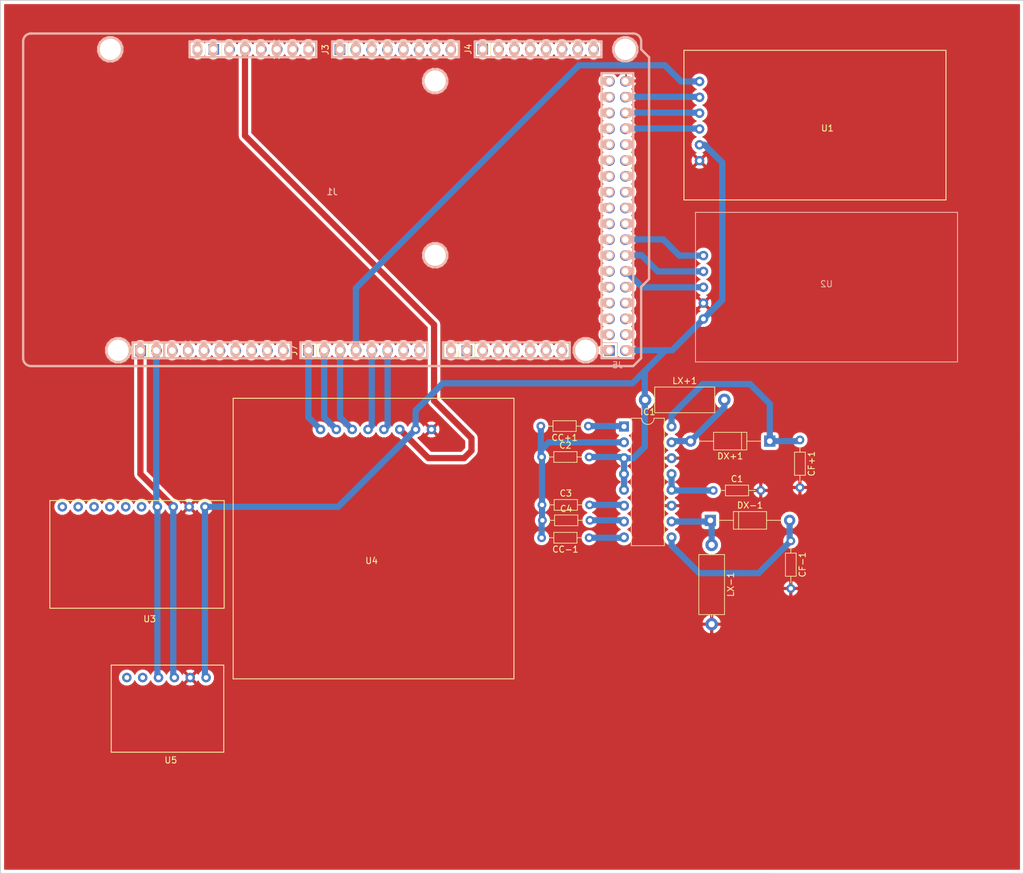
<source format=kicad_pcb>
(kicad_pcb (version 4) (host pcbnew 4.0.7)

  (general
    (links 81)
    (no_connects 4)
    (area 17.424999 19.924999 181.575001 160.075001)
    (thickness 1.6)
    (drawings 13)
    (tracks 112)
    (zones 0)
    (modules 26)
    (nets 164)
  )

  (page A4)
  (layers
    (0 F.Cu signal)
    (31 B.Cu signal)
    (32 B.Adhes user)
    (33 F.Adhes user)
    (34 B.Paste user)
    (35 F.Paste user)
    (36 B.SilkS user)
    (37 F.SilkS user)
    (38 B.Mask user)
    (39 F.Mask user)
    (40 Dwgs.User user)
    (41 Cmts.User user)
    (42 Eco1.User user)
    (43 Eco2.User user)
    (44 Edge.Cuts user)
    (45 Margin user)
    (46 B.CrtYd user)
    (47 F.CrtYd user)
    (48 B.Fab user)
    (49 F.Fab user)
  )

  (setup
    (last_trace_width 1)
    (trace_clearance 0.2)
    (zone_clearance 0.8)
    (zone_45_only yes)
    (trace_min 0.2)
    (segment_width 0.2)
    (edge_width 0.15)
    (via_size 0.6)
    (via_drill 0.4)
    (via_min_size 0.4)
    (via_min_drill 0.3)
    (uvia_size 0.3)
    (uvia_drill 0.1)
    (uvias_allowed no)
    (uvia_min_size 0.2)
    (uvia_min_drill 0.1)
    (pcb_text_width 0.3)
    (pcb_text_size 1.5 1.5)
    (mod_edge_width 0.15)
    (mod_text_size 1 1)
    (mod_text_width 0.15)
    (pad_size 1.524 1.524)
    (pad_drill 0.762)
    (pad_to_mask_clearance 0.2)
    (aux_axis_origin 17.5 20)
    (grid_origin 17.5 20)
    (visible_elements 7FFFFFFF)
    (pcbplotparams
      (layerselection 0x00030_80000001)
      (usegerberextensions false)
      (excludeedgelayer true)
      (linewidth 0.100000)
      (plotframeref false)
      (viasonmask false)
      (mode 1)
      (useauxorigin false)
      (hpglpennumber 1)
      (hpglpenspeed 20)
      (hpglpendiameter 15)
      (hpglpenoverlay 2)
      (psnegative false)
      (psa4output false)
      (plotreference true)
      (plotvalue true)
      (plotinvisibletext false)
      (padsonsilk false)
      (subtractmaskfromsilk false)
      (outputformat 1)
      (mirror false)
      (drillshape 1)
      (scaleselection 1)
      (outputdirectory ""))
  )

  (net 0 "")
  (net 1 "Net-(J1-Pad2)")
  (net 2 "Net-(J1-Pad3)")
  (net 3 /3.3V)
  (net 4 /5V)
  (net 5 /GND)
  (net 6 "Net-(J1-Pad7)")
  (net 7 "Net-(J1-Pad8)")
  (net 8 "Net-(J1-Pad9)")
  (net 9 "Net-(J1-Pad10)")
  (net 10 "Net-(J1-Pad11)")
  (net 11 "Net-(J1-Pad12)")
  (net 12 "Net-(J1-Pad13)")
  (net 13 "Net-(J1-Pad14)")
  (net 14 "Net-(J1-Pad15)")
  (net 15 "Net-(J1-Pad16)")
  (net 16 "Net-(J1-Pad17)")
  (net 17 "Net-(J1-Pad18)")
  (net 18 "Net-(J1-Pad19)")
  (net 19 "Net-(J1-Pad20)")
  (net 20 "Net-(J1-Pad21)")
  (net 21 "Net-(J1-Pad22)")
  (net 22 "Net-(J1-Pad23)")
  (net 23 "Net-(J1-Pad24)")
  (net 24 "Net-(J1-Pad25)")
  (net 25 "Net-(J1-Pad26)")
  (net 26 "Net-(J1-Pad27)")
  (net 27 "Net-(J1-Pad28)")
  (net 28 "Net-(J1-Pad29)")
  (net 29 "Net-(J1-Pad30)")
  (net 30 "Net-(J1-Pad31)")
  (net 31 "Net-(J1-Pad32)")
  (net 32 "Net-(J1-Pad33)")
  (net 33 "Net-(J1-Pad34)")
  (net 34 "Net-(J1-Pad35)")
  (net 35 "Net-(J1-Pad36)")
  (net 36 "Net-(J1-Pad37)")
  (net 37 "Net-(J1-Pad38)")
  (net 38 "Net-(J1-Pad39)")
  (net 39 "Net-(J1-Pad40)")
  (net 40 "Net-(J1-Pad41)")
  (net 41 "Net-(J1-Pad42)")
  (net 42 /PIN52)
  (net 43 /PIN51)
  (net 44 /PIN50)
  (net 45 "Net-(J1-Pad47)")
  (net 46 "Net-(J1-Pad48)")
  (net 47 "Net-(J1-Pad49)")
  (net 48 "Net-(J1-Pad50)")
  (net 49 "Net-(J1-Pad51)")
  (net 50 "Net-(J1-Pad52)")
  (net 51 /PIN35)
  (net 52 /PIN33)
  (net 53 /PIN31)
  (net 54 "Net-(J1-Pad56)")
  (net 55 "Net-(J1-Pad57)")
  (net 56 "Net-(J1-Pad58)")
  (net 57 "Net-(J1-Pad59)")
  (net 58 "Net-(J1-Pad61)")
  (net 59 "Net-(J1-Pad62)")
  (net 60 "Net-(J1-Pad63)")
  (net 61 "Net-(J1-Pad64)")
  (net 62 "Net-(J1-Pad65)")
  (net 63 "Net-(J1-Pad66)")
  (net 64 "Net-(J1-Pad67)")
  (net 65 "Net-(J1-Pad68)")
  (net 66 "Net-(J1-Pad69)")
  (net 67 "Net-(J1-Pad70)")
  (net 68 /PIN2)
  (net 69 /PIN3)
  (net 70 /PIN4)
  (net 71 /PIN5)
  (net 72 /PIN6)
  (net 73 /PIN7)
  (net 74 "Net-(J1-Pad77)")
  (net 75 "Net-(J1-Pad78)")
  (net 76 "Net-(J1-Pad79)")
  (net 77 "Net-(J1-Pad80)")
  (net 78 "Net-(J1-Pad81)")
  (net 79 "Net-(J1-Pad82)")
  (net 80 "Net-(J1-Pad84)")
  (net 81 /SDA)
  (net 82 /SCL)
  (net 83 "Net-(U3-Pad10)")
  (net 84 "Net-(U3-Pad9)")
  (net 85 "Net-(U3-Pad8)")
  (net 86 "Net-(U3-Pad7)")
  (net 87 "Net-(U3-Pad6)")
  (net 88 "Net-(U3-Pad5)")
  (net 89 "Net-(U5-Pad1)")
  (net 90 "Net-(U5-Pad2)")
  (net 91 "Net-(J2-Pad1)")
  (net 92 "Net-(J2-Pad2)")
  (net 93 "Net-(J2-Pad6)")
  (net 94 "Net-(J2-Pad7)")
  (net 95 "Net-(J3-Pad1)")
  (net 96 "Net-(J3-Pad2)")
  (net 97 "Net-(J3-Pad3)")
  (net 98 "Net-(J3-Pad4)")
  (net 99 "Net-(J3-Pad5)")
  (net 100 "Net-(J3-Pad6)")
  (net 101 "Net-(J3-Pad7)")
  (net 102 "Net-(J3-Pad8)")
  (net 103 "Net-(J5-Pad1)")
  (net 104 "Net-(J5-Pad3)")
  (net 105 "Net-(J5-Pad4)")
  (net 106 "Net-(J5-Pad5)")
  (net 107 "Net-(J5-Pad6)")
  (net 108 "Net-(J5-Pad7)")
  (net 109 "Net-(J5-Pad8)")
  (net 110 "Net-(J5-Pad9)")
  (net 111 "Net-(J5-Pad10)")
  (net 112 "Net-(J5-Pad11)")
  (net 113 "Net-(J5-Pad13)")
  (net 114 "Net-(J5-Pad15)")
  (net 115 "Net-(J5-Pad17)")
  (net 116 "Net-(J5-Pad18)")
  (net 117 "Net-(J5-Pad23)")
  (net 118 "Net-(J5-Pad24)")
  (net 119 "Net-(J5-Pad25)")
  (net 120 "Net-(J5-Pad26)")
  (net 121 "Net-(J5-Pad27)")
  (net 122 "Net-(J5-Pad28)")
  (net 123 "Net-(J5-Pad29)")
  (net 124 "Net-(J5-Pad31)")
  (net 125 "Net-(J5-Pad33)")
  (net 126 "Net-(J5-Pad35)")
  (net 127 "Net-(J6-Pad3)")
  (net 128 "Net-(J6-Pad5)")
  (net 129 "Net-(J6-Pad6)")
  (net 130 "Net-(J6-Pad7)")
  (net 131 "Net-(J6-Pad8)")
  (net 132 "Net-(J6-Pad9)")
  (net 133 "Net-(J6-Pad10)")
  (net 134 "Net-(J7-Pad7)")
  (net 135 "Net-(J7-Pad8)")
  (net 136 "Net-(J8-Pad1)")
  (net 137 "Net-(J8-Pad2)")
  (net 138 "Net-(J8-Pad3)")
  (net 139 "Net-(J8-Pad4)")
  (net 140 "Net-(J8-Pad5)")
  (net 141 "Net-(J8-Pad6)")
  (net 142 "Net-(J8-Pad7)")
  (net 143 "Net-(J5-Pad19)")
  (net 144 "Net-(J5-Pad20)")
  (net 145 "Net-(J5-Pad21)")
  (net 146 "Net-(J5-Pad22)")
  (net 147 "Net-(J4-Pad1)")
  (net 148 "Net-(J4-Pad2)")
  (net 149 "Net-(J4-Pad3)")
  (net 150 "Net-(J4-Pad4)")
  (net 151 "Net-(J4-Pad5)")
  (net 152 "Net-(J4-Pad6)")
  (net 153 "Net-(J4-Pad7)")
  (net 154 "Net-(J4-Pad8)")
  (net 155 "Net-(C2-Pad1)")
  (net 156 "Net-(C3-Pad2)")
  (net 157 "Net-(C4-Pad2)")
  (net 158 "Net-(CC+1-Pad1)")
  (net 159 "Net-(CC-1-Pad1)")
  (net 160 /+15V)
  (net 161 /-15V)
  (net 162 "Net-(DX+1-Pad2)")
  (net 163 "Net-(DX-1-Pad1)")

  (net_class Default "This is the default net class."
    (clearance 0.2)
    (trace_width 1)
    (via_dia 0.6)
    (via_drill 0.4)
    (uvia_dia 0.3)
    (uvia_drill 0.1)
    (add_net /+15V)
    (add_net /-15V)
    (add_net /3.3V)
    (add_net /5V)
    (add_net /GND)
    (add_net /PIN2)
    (add_net /PIN3)
    (add_net /PIN31)
    (add_net /PIN33)
    (add_net /PIN35)
    (add_net /PIN4)
    (add_net /PIN5)
    (add_net /PIN50)
    (add_net /PIN51)
    (add_net /PIN52)
    (add_net /PIN6)
    (add_net /PIN7)
    (add_net /SCL)
    (add_net /SDA)
    (add_net "Net-(C2-Pad1)")
    (add_net "Net-(C3-Pad2)")
    (add_net "Net-(C4-Pad2)")
    (add_net "Net-(CC+1-Pad1)")
    (add_net "Net-(CC-1-Pad1)")
    (add_net "Net-(DX+1-Pad2)")
    (add_net "Net-(DX-1-Pad1)")
    (add_net "Net-(J1-Pad10)")
    (add_net "Net-(J1-Pad11)")
    (add_net "Net-(J1-Pad12)")
    (add_net "Net-(J1-Pad13)")
    (add_net "Net-(J1-Pad14)")
    (add_net "Net-(J1-Pad15)")
    (add_net "Net-(J1-Pad16)")
    (add_net "Net-(J1-Pad17)")
    (add_net "Net-(J1-Pad18)")
    (add_net "Net-(J1-Pad19)")
    (add_net "Net-(J1-Pad2)")
    (add_net "Net-(J1-Pad20)")
    (add_net "Net-(J1-Pad21)")
    (add_net "Net-(J1-Pad22)")
    (add_net "Net-(J1-Pad23)")
    (add_net "Net-(J1-Pad24)")
    (add_net "Net-(J1-Pad25)")
    (add_net "Net-(J1-Pad26)")
    (add_net "Net-(J1-Pad27)")
    (add_net "Net-(J1-Pad28)")
    (add_net "Net-(J1-Pad29)")
    (add_net "Net-(J1-Pad3)")
    (add_net "Net-(J1-Pad30)")
    (add_net "Net-(J1-Pad31)")
    (add_net "Net-(J1-Pad32)")
    (add_net "Net-(J1-Pad33)")
    (add_net "Net-(J1-Pad34)")
    (add_net "Net-(J1-Pad35)")
    (add_net "Net-(J1-Pad36)")
    (add_net "Net-(J1-Pad37)")
    (add_net "Net-(J1-Pad38)")
    (add_net "Net-(J1-Pad39)")
    (add_net "Net-(J1-Pad40)")
    (add_net "Net-(J1-Pad41)")
    (add_net "Net-(J1-Pad42)")
    (add_net "Net-(J1-Pad47)")
    (add_net "Net-(J1-Pad48)")
    (add_net "Net-(J1-Pad49)")
    (add_net "Net-(J1-Pad50)")
    (add_net "Net-(J1-Pad51)")
    (add_net "Net-(J1-Pad52)")
    (add_net "Net-(J1-Pad56)")
    (add_net "Net-(J1-Pad57)")
    (add_net "Net-(J1-Pad58)")
    (add_net "Net-(J1-Pad59)")
    (add_net "Net-(J1-Pad61)")
    (add_net "Net-(J1-Pad62)")
    (add_net "Net-(J1-Pad63)")
    (add_net "Net-(J1-Pad64)")
    (add_net "Net-(J1-Pad65)")
    (add_net "Net-(J1-Pad66)")
    (add_net "Net-(J1-Pad67)")
    (add_net "Net-(J1-Pad68)")
    (add_net "Net-(J1-Pad69)")
    (add_net "Net-(J1-Pad7)")
    (add_net "Net-(J1-Pad70)")
    (add_net "Net-(J1-Pad77)")
    (add_net "Net-(J1-Pad78)")
    (add_net "Net-(J1-Pad79)")
    (add_net "Net-(J1-Pad8)")
    (add_net "Net-(J1-Pad80)")
    (add_net "Net-(J1-Pad81)")
    (add_net "Net-(J1-Pad82)")
    (add_net "Net-(J1-Pad84)")
    (add_net "Net-(J1-Pad9)")
    (add_net "Net-(J2-Pad1)")
    (add_net "Net-(J2-Pad2)")
    (add_net "Net-(J2-Pad6)")
    (add_net "Net-(J2-Pad7)")
    (add_net "Net-(J3-Pad1)")
    (add_net "Net-(J3-Pad2)")
    (add_net "Net-(J3-Pad3)")
    (add_net "Net-(J3-Pad4)")
    (add_net "Net-(J3-Pad5)")
    (add_net "Net-(J3-Pad6)")
    (add_net "Net-(J3-Pad7)")
    (add_net "Net-(J3-Pad8)")
    (add_net "Net-(J4-Pad1)")
    (add_net "Net-(J4-Pad2)")
    (add_net "Net-(J4-Pad3)")
    (add_net "Net-(J4-Pad4)")
    (add_net "Net-(J4-Pad5)")
    (add_net "Net-(J4-Pad6)")
    (add_net "Net-(J4-Pad7)")
    (add_net "Net-(J4-Pad8)")
    (add_net "Net-(J5-Pad1)")
    (add_net "Net-(J5-Pad10)")
    (add_net "Net-(J5-Pad11)")
    (add_net "Net-(J5-Pad13)")
    (add_net "Net-(J5-Pad15)")
    (add_net "Net-(J5-Pad17)")
    (add_net "Net-(J5-Pad18)")
    (add_net "Net-(J5-Pad19)")
    (add_net "Net-(J5-Pad20)")
    (add_net "Net-(J5-Pad21)")
    (add_net "Net-(J5-Pad22)")
    (add_net "Net-(J5-Pad23)")
    (add_net "Net-(J5-Pad24)")
    (add_net "Net-(J5-Pad25)")
    (add_net "Net-(J5-Pad26)")
    (add_net "Net-(J5-Pad27)")
    (add_net "Net-(J5-Pad28)")
    (add_net "Net-(J5-Pad29)")
    (add_net "Net-(J5-Pad3)")
    (add_net "Net-(J5-Pad31)")
    (add_net "Net-(J5-Pad33)")
    (add_net "Net-(J5-Pad35)")
    (add_net "Net-(J5-Pad4)")
    (add_net "Net-(J5-Pad5)")
    (add_net "Net-(J5-Pad6)")
    (add_net "Net-(J5-Pad7)")
    (add_net "Net-(J5-Pad8)")
    (add_net "Net-(J5-Pad9)")
    (add_net "Net-(J6-Pad10)")
    (add_net "Net-(J6-Pad3)")
    (add_net "Net-(J6-Pad5)")
    (add_net "Net-(J6-Pad6)")
    (add_net "Net-(J6-Pad7)")
    (add_net "Net-(J6-Pad8)")
    (add_net "Net-(J6-Pad9)")
    (add_net "Net-(J7-Pad7)")
    (add_net "Net-(J7-Pad8)")
    (add_net "Net-(J8-Pad1)")
    (add_net "Net-(J8-Pad2)")
    (add_net "Net-(J8-Pad3)")
    (add_net "Net-(J8-Pad4)")
    (add_net "Net-(J8-Pad5)")
    (add_net "Net-(J8-Pad6)")
    (add_net "Net-(J8-Pad7)")
    (add_net "Net-(U3-Pad10)")
    (add_net "Net-(U3-Pad5)")
    (add_net "Net-(U3-Pad6)")
    (add_net "Net-(U3-Pad7)")
    (add_net "Net-(U3-Pad8)")
    (add_net "Net-(U3-Pad9)")
    (add_net "Net-(U5-Pad1)")
    (add_net "Net-(U5-Pad2)")
  )

  (module w_conn_misc:arduino_mega_header (layer B.Cu) (tedit 0) (tstamp 5AA59290)
    (at 70.6628 51.9684)
    (descr "Arduino Mega/Due Header")
    (tags Arduino)
    (path /5AA585CB)
    (fp_text reference J1 (at 0 -1.27) (layer B.SilkS)
      (effects (font (size 1.016 1.016) (thickness 0.2032)) (justify mirror))
    )
    (fp_text value Arduino_Mega_Header (at 0 1.27) (layer B.SilkS) hide
      (effects (font (size 1.016 0.889) (thickness 0.2032)) (justify mirror))
    )
    (fp_arc (start -48.26 25.4) (end -49.53 25.4) (angle -90) (layer B.SilkS) (width 0.381))
    (fp_line (start -48.26 26.67) (end 48.26 26.67) (layer B.SilkS) (width 0.381))
    (fp_line (start -49.53 -25.4) (end -49.53 25.4) (layer B.SilkS) (width 0.381))
    (fp_arc (start -48.26 -25.4) (end -48.26 -26.67) (angle -90) (layer B.SilkS) (width 0.381))
    (fp_line (start -48.26 -26.67) (end 48.26 -26.67) (layer B.SilkS) (width 0.381))
    (fp_arc (start 48.26 -25.4) (end 49.53 -25.4) (angle -90) (layer B.SilkS) (width 0.381))
    (fp_line (start 48.26 26.67) (end 49.53 25.4) (layer B.SilkS) (width 0.381))
    (fp_line (start 49.53 25.4) (end 49.53 13.97) (layer B.SilkS) (width 0.381))
    (fp_line (start 49.53 13.97) (end 50.8 12.7) (layer B.SilkS) (width 0.381))
    (fp_line (start 50.8 12.7) (end 50.8 -22.86) (layer B.SilkS) (width 0.381))
    (fp_line (start 50.8 -22.86) (end 49.53 -24.13) (layer B.SilkS) (width 0.381))
    (fp_line (start 49.53 -24.13) (end 49.53 -25.4) (layer B.SilkS) (width 0.381))
    (fp_line (start -26.924 25.4) (end -32.004 25.4) (layer B.SilkS) (width 0.381))
    (fp_line (start -32.004 25.4) (end -32.004 22.86) (layer B.SilkS) (width 0.381))
    (fp_line (start -32.004 22.86) (end -26.924 22.86) (layer B.SilkS) (width 0.381))
    (fp_circle (center -34.29 24.13) (end -32.385 24.13) (layer B.SilkS) (width 0.381))
    (fp_circle (center 16.51 8.89) (end 18.415 8.89) (layer B.SilkS) (width 0.381))
    (fp_circle (center 40.64 24.13) (end 42.545 24.13) (layer B.SilkS) (width 0.381))
    (fp_line (start -6.604 22.86) (end -26.924 22.86) (layer B.SilkS) (width 0.381))
    (fp_line (start -26.924 22.86) (end -26.924 25.4) (layer B.SilkS) (width 0.381))
    (fp_line (start -6.604 22.86) (end -6.604 25.4) (layer B.SilkS) (width 0.381))
    (fp_line (start -6.604 25.4) (end -26.924 25.4) (layer B.SilkS) (width 0.381))
    (fp_line (start 15.24 25.4) (end 15.24 22.86) (layer B.SilkS) (width 0.381))
    (fp_line (start 15.24 22.86) (end -5.08 22.86) (layer B.SilkS) (width 0.381))
    (fp_line (start -5.08 22.86) (end -5.08 25.4) (layer B.SilkS) (width 0.381))
    (fp_line (start -5.08 25.4) (end 15.24 25.4) (layer B.SilkS) (width 0.381))
    (fp_line (start 38.1 25.4) (end 17.78 25.4) (layer B.SilkS) (width 0.381))
    (fp_line (start 17.78 25.4) (end 17.78 22.86) (layer B.SilkS) (width 0.381))
    (fp_line (start 17.78 22.86) (end 38.1 22.86) (layer B.SilkS) (width 0.381))
    (fp_line (start 38.1 22.86) (end 38.1 25.4) (layer B.SilkS) (width 0.381))
    (fp_line (start 43.18 -20.32) (end 48.26 -20.32) (layer B.SilkS) (width 0.381))
    (fp_line (start 48.26 -20.32) (end 48.26 25.4) (layer B.SilkS) (width 0.381))
    (fp_line (start 48.26 25.4) (end 43.18 25.4) (layer B.SilkS) (width 0.381))
    (fp_line (start 43.18 25.4) (end 43.18 -20.32) (layer B.SilkS) (width 0.381))
    (fp_circle (center 46.99 -24.13) (end 48.895 -24.13) (layer B.SilkS) (width 0.381))
    (fp_circle (center 16.51 -19.05) (end 18.415 -19.05) (layer B.SilkS) (width 0.381))
    (fp_circle (center -35.56 -24.13) (end -33.655 -24.13) (layer B.SilkS) (width 0.381))
    (fp_line (start 43.18 -25.4) (end 22.86 -25.4) (layer B.SilkS) (width 0.381))
    (fp_line (start 22.86 -22.86) (end 43.18 -22.86) (layer B.SilkS) (width 0.381))
    (fp_line (start 20.32 -22.86) (end 0 -22.86) (layer B.SilkS) (width 0.381))
    (fp_line (start 0 -25.4) (end 20.32 -25.4) (layer B.SilkS) (width 0.381))
    (fp_line (start -22.86 -25.4) (end -2.54 -25.4) (layer B.SilkS) (width 0.381))
    (fp_line (start -2.54 -22.86) (end -22.86 -22.86) (layer B.SilkS) (width 0.381))
    (fp_line (start 20.32 -25.4) (end 20.32 -22.86) (layer B.SilkS) (width 0.381))
    (fp_line (start 22.86 -25.4) (end 22.86 -22.86) (layer B.SilkS) (width 0.381))
    (fp_line (start 0 -22.86) (end 0 -25.4) (layer B.SilkS) (width 0.381))
    (fp_line (start -2.54 -22.86) (end -2.54 -25.4) (layer B.SilkS) (width 0.381))
    (fp_line (start 43.18 -22.86) (end 43.18 -25.4) (layer B.SilkS) (width 0.381))
    (fp_line (start -22.86 -25.4) (end -22.86 -22.86) (layer B.SilkS) (width 0.381))
    (pad 1 thru_hole oval (at -21.59 -24.13) (size 1.524 2.19964) (drill 1.00076) (layers *.Cu *.Mask B.SilkS))
    (pad 2 thru_hole oval (at -19.05 -24.13) (size 1.524 2.19964) (drill 1.00076) (layers *.Cu *.Mask B.SilkS)
      (net 1 "Net-(J1-Pad2)"))
    (pad 3 thru_hole oval (at -16.51 -24.13) (size 1.524 2.19964) (drill 1.00076) (layers *.Cu *.Mask B.SilkS)
      (net 2 "Net-(J1-Pad3)"))
    (pad 4 thru_hole oval (at -13.97 -24.13) (size 1.524 2.19964) (drill 1.00076) (layers *.Cu *.Mask B.SilkS)
      (net 3 /3.3V))
    (pad 5 thru_hole oval (at -11.43 -24.13) (size 1.524 2.19964) (drill 1.00076) (layers *.Cu *.Mask B.SilkS)
      (net 4 /5V))
    (pad 6 thru_hole oval (at -8.89 -24.13) (size 1.524 2.19964) (drill 1.00076) (layers *.Cu *.Mask B.SilkS)
      (net 5 /GND))
    (pad 7 thru_hole oval (at -6.35 -24.13) (size 1.524 2.19964) (drill 1.00076) (layers *.Cu *.Mask B.SilkS)
      (net 6 "Net-(J1-Pad7)"))
    (pad 8 thru_hole oval (at -3.81 -24.13) (size 1.524 2.19964) (drill 1.00076) (layers *.Cu *.Mask B.SilkS)
      (net 7 "Net-(J1-Pad8)"))
    (pad 9 thru_hole oval (at 1.27 -24.13) (size 1.524 2.19964) (drill 1.00076) (layers *.Cu *.Mask B.SilkS)
      (net 8 "Net-(J1-Pad9)"))
    (pad 10 thru_hole oval (at 3.81 -24.13) (size 1.524 2.19964) (drill 1.00076) (layers *.Cu *.Mask B.SilkS)
      (net 9 "Net-(J1-Pad10)"))
    (pad 11 thru_hole oval (at 6.35 -24.13) (size 1.524 2.19964) (drill 1.00076) (layers *.Cu *.Mask B.SilkS)
      (net 10 "Net-(J1-Pad11)"))
    (pad 12 thru_hole oval (at 8.89 -24.13) (size 1.524 2.19964) (drill 1.00076) (layers *.Cu *.Mask B.SilkS)
      (net 11 "Net-(J1-Pad12)"))
    (pad 13 thru_hole oval (at 11.43 -24.13) (size 1.524 2.19964) (drill 1.00076) (layers *.Cu *.Mask B.SilkS)
      (net 12 "Net-(J1-Pad13)"))
    (pad 14 thru_hole oval (at 13.97 -24.13) (size 1.524 2.19964) (drill 1.00076) (layers *.Cu *.Mask B.SilkS)
      (net 13 "Net-(J1-Pad14)"))
    (pad 15 thru_hole oval (at 16.51 -24.13) (size 1.524 2.19964) (drill 1.00076) (layers *.Cu *.Mask B.SilkS)
      (net 14 "Net-(J1-Pad15)"))
    (pad 16 thru_hole oval (at 19.05 -24.13) (size 1.524 2.19964) (drill 1.00076) (layers *.Cu *.Mask B.SilkS)
      (net 15 "Net-(J1-Pad16)"))
    (pad 17 thru_hole oval (at 24.13 -24.13) (size 1.524 2.19964) (drill 1.00076) (layers *.Cu *.Mask B.SilkS)
      (net 16 "Net-(J1-Pad17)"))
    (pad 18 thru_hole oval (at 26.67 -24.13) (size 1.524 2.19964) (drill 1.00076) (layers *.Cu *.Mask B.SilkS)
      (net 17 "Net-(J1-Pad18)"))
    (pad 19 thru_hole oval (at 29.21 -24.13) (size 1.524 2.19964) (drill 1.00076) (layers *.Cu *.Mask B.SilkS)
      (net 18 "Net-(J1-Pad19)"))
    (pad 20 thru_hole oval (at 31.75 -24.13) (size 1.524 2.1971) (drill 1.00076) (layers *.Cu *.Mask B.SilkS)
      (net 19 "Net-(J1-Pad20)"))
    (pad 21 thru_hole oval (at 34.29 -24.13) (size 1.524 2.1971) (drill 1.00076) (layers *.Cu *.Mask B.SilkS)
      (net 20 "Net-(J1-Pad21)"))
    (pad 22 thru_hole oval (at 36.83 -24.13) (size 1.524 2.1971) (drill 1.00076) (layers *.Cu *.Mask B.SilkS)
      (net 21 "Net-(J1-Pad22)"))
    (pad 23 thru_hole oval (at 39.37 -24.13) (size 1.524 2.1971) (drill 1.00076) (layers *.Cu *.Mask B.SilkS)
      (net 22 "Net-(J1-Pad23)"))
    (pad 24 thru_hole oval (at 41.91 -24.13) (size 1.524 2.1971) (drill 1.00076) (layers *.Cu *.Mask B.SilkS)
      (net 23 "Net-(J1-Pad24)"))
    (pad "" np_thru_hole circle (at -35.56 -24.13) (size 3.19786 3.19786) (drill 3.19786) (layers *.Cu *.Mask B.SilkS))
    (pad "" np_thru_hole circle (at 16.51 -19.05) (size 3.19786 3.19786) (drill 3.19786) (layers *.Cu *.Mask B.SilkS))
    (pad "" np_thru_hole circle (at 46.99 -24.13) (size 3.19786 3.19786) (drill 3.19786) (layers *.Cu *.Mask B.SilkS))
    (pad 25 thru_hole oval (at 44.45 -19.05) (size 1.99898 1.53924) (drill 1.00076 (offset -0.24892 0)) (layers *.Cu *.Mask B.SilkS)
      (net 24 "Net-(J1-Pad25)"))
    (pad 26 thru_hole oval (at 44.45 -16.51) (size 1.99898 1.53924) (drill 1.00076 (offset -0.24892 0)) (layers *.Cu *.Mask B.SilkS)
      (net 25 "Net-(J1-Pad26)"))
    (pad 27 thru_hole oval (at 44.45 -13.97) (size 1.99898 1.53924) (drill 1.00076 (offset -0.24892 0)) (layers *.Cu *.Mask B.SilkS)
      (net 26 "Net-(J1-Pad27)"))
    (pad 28 thru_hole oval (at 44.45 -11.43) (size 1.99898 1.53924) (drill 1.00076 (offset -0.24892 0)) (layers *.Cu *.Mask B.SilkS)
      (net 27 "Net-(J1-Pad28)"))
    (pad 29 thru_hole oval (at 44.45 -8.89) (size 1.99898 1.53924) (drill 1.00076 (offset -0.24892 0)) (layers *.Cu *.Mask B.SilkS)
      (net 28 "Net-(J1-Pad29)"))
    (pad 30 thru_hole oval (at 44.45 -6.35) (size 1.99898 1.53924) (drill 1.00076 (offset -0.24892 0)) (layers *.Cu *.Mask B.SilkS)
      (net 29 "Net-(J1-Pad30)"))
    (pad 31 thru_hole oval (at 44.45 -3.81) (size 1.99898 1.53924) (drill 1.00076 (offset -0.24892 0)) (layers *.Cu *.Mask B.SilkS)
      (net 30 "Net-(J1-Pad31)"))
    (pad 32 thru_hole oval (at 44.45 -1.27) (size 1.99898 1.53924) (drill 1.00076 (offset -0.24892 0)) (layers *.Cu *.Mask B.SilkS)
      (net 31 "Net-(J1-Pad32)"))
    (pad 33 thru_hole oval (at 44.45 1.27) (size 1.99898 1.53924) (drill 1.00076 (offset -0.24892 0)) (layers *.Cu *.Mask B.SilkS)
      (net 32 "Net-(J1-Pad33)"))
    (pad 34 thru_hole oval (at 44.45 3.81) (size 1.99898 1.53924) (drill 1.00076 (offset -0.24892 0)) (layers *.Cu *.Mask B.SilkS)
      (net 33 "Net-(J1-Pad34)"))
    (pad 35 thru_hole oval (at 44.45 6.35) (size 1.99898 1.53924) (drill 1.00076 (offset -0.24892 0)) (layers *.Cu *.Mask B.SilkS)
      (net 34 "Net-(J1-Pad35)"))
    (pad 36 thru_hole oval (at 44.45 8.89) (size 1.99898 1.53924) (drill 1.00076 (offset -0.24892 0)) (layers *.Cu *.Mask B.SilkS)
      (net 35 "Net-(J1-Pad36)"))
    (pad 37 thru_hole oval (at 44.45 11.43) (size 1.99898 1.53924) (drill 1.00076 (offset -0.24892 0)) (layers *.Cu *.Mask B.SilkS)
      (net 36 "Net-(J1-Pad37)"))
    (pad 38 thru_hole oval (at 44.45 13.97) (size 1.99898 1.53924) (drill 1.00076 (offset -0.24892 0)) (layers *.Cu *.Mask B.SilkS)
      (net 37 "Net-(J1-Pad38)"))
    (pad 39 thru_hole oval (at 44.45 16.51) (size 1.99898 1.53924) (drill 1.00076 (offset -0.24892 0)) (layers *.Cu *.Mask B.SilkS)
      (net 38 "Net-(J1-Pad39)"))
    (pad 40 thru_hole oval (at 44.45 19.05) (size 1.99898 1.53924) (drill 1.00076 (offset -0.24892 0)) (layers *.Cu *.Mask B.SilkS)
      (net 39 "Net-(J1-Pad40)"))
    (pad 41 thru_hole oval (at 44.45 21.59) (size 1.99898 1.53924) (drill 1.00076 (offset -0.24892 0)) (layers *.Cu *.Mask B.SilkS)
      (net 40 "Net-(J1-Pad41)"))
    (pad 42 thru_hole oval (at 44.45 24.13) (size 1.99898 1.53924) (drill 1.00076 (offset -0.24892 0)) (layers *.Cu *.Mask B.SilkS)
      (net 41 "Net-(J1-Pad42)"))
    (pad 43 thru_hole oval (at 46.99 -19.05) (size 1.99898 1.5367) (drill 1.00076 (offset 0.24638 0)) (layers *.Cu *.Mask B.SilkS)
      (net 5 /GND))
    (pad 44 thru_hole oval (at 46.99 -16.51) (size 1.99898 1.5367) (drill 1.00076 (offset 0.24638 0)) (layers *.Cu *.Mask B.SilkS)
      (net 42 /PIN52))
    (pad 45 thru_hole oval (at 46.99 -13.97) (size 1.99898 1.5367) (drill 1.00076 (offset 0.24638 0)) (layers *.Cu *.Mask B.SilkS)
      (net 43 /PIN51))
    (pad 46 thru_hole oval (at 46.99 -11.43) (size 1.99898 1.5367) (drill 1.00076 (offset 0.24638 0)) (layers *.Cu *.Mask B.SilkS)
      (net 44 /PIN50))
    (pad 47 thru_hole oval (at 46.99 -8.89) (size 1.99898 1.5367) (drill 1.00076 (offset 0.24638 0)) (layers *.Cu *.Mask B.SilkS)
      (net 45 "Net-(J1-Pad47)"))
    (pad 48 thru_hole oval (at 46.99 -6.35) (size 1.99898 1.5367) (drill 1.00076 (offset 0.24638 0)) (layers *.Cu *.Mask B.SilkS)
      (net 46 "Net-(J1-Pad48)"))
    (pad 49 thru_hole oval (at 46.99 -3.81) (size 1.99898 1.5367) (drill 1.00076 (offset 0.24638 0)) (layers *.Cu *.Mask B.SilkS)
      (net 47 "Net-(J1-Pad49)"))
    (pad 50 thru_hole oval (at 46.99 -1.27) (size 1.99898 1.5367) (drill 1.00076 (offset 0.24638 0)) (layers *.Cu *.Mask B.SilkS)
      (net 48 "Net-(J1-Pad50)"))
    (pad 51 thru_hole oval (at 46.99 1.27) (size 1.99898 1.5367) (drill 1.00076 (offset 0.24638 0)) (layers *.Cu *.Mask B.SilkS)
      (net 49 "Net-(J1-Pad51)"))
    (pad 52 thru_hole oval (at 46.99 3.81) (size 1.99898 1.5367) (drill 1.00076 (offset 0.24638 0)) (layers *.Cu *.Mask B.SilkS)
      (net 50 "Net-(J1-Pad52)"))
    (pad 53 thru_hole oval (at 46.99 6.35) (size 1.99898 1.5367) (drill 1.00076 (offset 0.24638 0)) (layers *.Cu *.Mask B.SilkS)
      (net 51 /PIN35))
    (pad 54 thru_hole oval (at 46.99 8.89) (size 1.99898 1.5367) (drill 1.00076 (offset 0.24638 0)) (layers *.Cu *.Mask B.SilkS)
      (net 52 /PIN33))
    (pad 55 thru_hole oval (at 46.99 11.43) (size 1.99898 1.5367) (drill 1.00076 (offset 0.24638 0)) (layers *.Cu *.Mask B.SilkS)
      (net 53 /PIN31))
    (pad 56 thru_hole oval (at 46.99 13.97) (size 1.99898 1.5367) (drill 1.00076 (offset 0.24638 0)) (layers *.Cu *.Mask B.SilkS)
      (net 54 "Net-(J1-Pad56)"))
    (pad 57 thru_hole oval (at 46.99 16.51) (size 1.99898 1.5367) (drill 1.00076 (offset 0.24638 0)) (layers *.Cu *.Mask B.SilkS)
      (net 55 "Net-(J1-Pad57)"))
    (pad 58 thru_hole oval (at 46.99 19.05) (size 1.99898 1.5367) (drill 1.00076 (offset 0.24638 0)) (layers *.Cu *.Mask B.SilkS)
      (net 56 "Net-(J1-Pad58)"))
    (pad 59 thru_hole oval (at 46.99 21.59) (size 1.99898 1.5367) (drill 1.00076 (offset 0.24638 0)) (layers *.Cu *.Mask B.SilkS)
      (net 57 "Net-(J1-Pad59)"))
    (pad 60 thru_hole oval (at 46.99 24.13) (size 1.99898 1.5367) (drill 1.00076 (offset 0.24638 0)) (layers *.Cu *.Mask B.SilkS)
      (net 4 /5V))
    (pad 61 thru_hole oval (at 36.83 24.13) (size 1.524 2.1971) (drill 1.00076) (layers *.Cu *.Mask B.SilkS)
      (net 58 "Net-(J1-Pad61)"))
    (pad 62 thru_hole oval (at 34.29 24.13) (size 1.524 2.1971) (drill 1.00076) (layers *.Cu *.Mask B.SilkS)
      (net 59 "Net-(J1-Pad62)"))
    (pad 63 thru_hole oval (at 31.75 24.13) (size 1.524 2.1971) (drill 1.00076) (layers *.Cu *.Mask B.SilkS)
      (net 60 "Net-(J1-Pad63)"))
    (pad 64 thru_hole oval (at 29.21 24.13) (size 1.524 2.1971) (drill 1.00076) (layers *.Cu *.Mask B.SilkS)
      (net 61 "Net-(J1-Pad64)"))
    (pad 65 thru_hole oval (at 26.67 24.13) (size 1.524 2.1971) (drill 1.00076) (layers *.Cu *.Mask B.SilkS)
      (net 62 "Net-(J1-Pad65)"))
    (pad 66 thru_hole oval (at 24.13 24.13) (size 1.524 2.1971) (drill 1.00076) (layers *.Cu *.Mask B.SilkS)
      (net 63 "Net-(J1-Pad66)"))
    (pad 67 thru_hole oval (at 21.59 24.13) (size 1.524 2.1971) (drill 1.00076) (layers *.Cu *.Mask B.SilkS)
      (net 64 "Net-(J1-Pad67)"))
    (pad 68 thru_hole oval (at 19.05 24.13) (size 1.524 2.1971) (drill 1.00076) (layers *.Cu *.Mask B.SilkS)
      (net 65 "Net-(J1-Pad68)"))
    (pad 69 thru_hole oval (at 13.97 24.13) (size 1.524 2.1971) (drill 1.00076) (layers *.Cu *.Mask B.SilkS)
      (net 66 "Net-(J1-Pad69)"))
    (pad 70 thru_hole oval (at 11.43 24.13) (size 1.524 2.1971) (drill 1.00076) (layers *.Cu *.Mask B.SilkS)
      (net 67 "Net-(J1-Pad70)"))
    (pad 71 thru_hole oval (at 8.89 24.13) (size 1.524 2.1971) (drill 1.00076) (layers *.Cu *.Mask B.SilkS)
      (net 68 /PIN2))
    (pad 72 thru_hole oval (at 6.35 24.13) (size 1.524 2.1971) (drill 1.00076) (layers *.Cu *.Mask B.SilkS)
      (net 69 /PIN3))
    (pad 73 thru_hole oval (at 3.81 24.13) (size 1.524 2.1971) (drill 1.00076) (layers *.Cu *.Mask B.SilkS)
      (net 70 /PIN4))
    (pad 74 thru_hole oval (at 1.27 24.13) (size 1.524 2.1971) (drill 1.00076) (layers *.Cu *.Mask B.SilkS)
      (net 71 /PIN5))
    (pad 75 thru_hole oval (at -1.27 24.13) (size 1.524 2.1971) (drill 1.00076) (layers *.Cu *.Mask B.SilkS)
      (net 72 /PIN6))
    (pad 76 thru_hole oval (at -3.81 24.13) (size 1.524 2.1971) (drill 1.00076) (layers *.Cu *.Mask B.SilkS)
      (net 73 /PIN7))
    (pad 77 thru_hole oval (at -7.874 24.13) (size 1.524 2.1971) (drill 1.00076) (layers *.Cu *.Mask B.SilkS)
      (net 74 "Net-(J1-Pad77)"))
    (pad 78 thru_hole oval (at -10.414 24.13) (size 1.524 2.1971) (drill 1.00076) (layers *.Cu *.Mask B.SilkS)
      (net 75 "Net-(J1-Pad78)"))
    (pad 79 thru_hole oval (at -12.954 24.13) (size 1.524 2.1971) (drill 1.00076) (layers *.Cu *.Mask B.SilkS)
      (net 76 "Net-(J1-Pad79)"))
    (pad 80 thru_hole oval (at -15.494 24.13) (size 1.524 2.1971) (drill 1.00076) (layers *.Cu *.Mask B.SilkS)
      (net 77 "Net-(J1-Pad80)"))
    (pad 81 thru_hole oval (at -18.034 24.13) (size 1.524 2.1971) (drill 1.00076) (layers *.Cu *.Mask B.SilkS)
      (net 78 "Net-(J1-Pad81)"))
    (pad 82 thru_hole oval (at -20.574 24.13) (size 1.524 2.1971) (drill 1.00076) (layers *.Cu *.Mask B.SilkS)
      (net 79 "Net-(J1-Pad82)"))
    (pad 83 thru_hole oval (at -23.114 24.13) (size 1.524 2.1971) (drill 1.00076) (layers *.Cu *.Mask B.SilkS)
      (net 5 /GND))
    (pad 84 thru_hole oval (at -25.654 24.13) (size 1.524 2.1971) (drill 1.00076) (layers *.Cu *.Mask B.SilkS)
      (net 80 "Net-(J1-Pad84)"))
    (pad "" np_thru_hole circle (at 40.64 24.13) (size 3.19786 3.19786) (drill 3.19786) (layers *.Cu *.Mask B.SilkS))
    (pad "" np_thru_hole circle (at -34.29 24.13) (size 3.19786 3.19786) (drill 3.19786) (layers *.Cu *.Mask B.SilkS))
    (pad 85 thru_hole oval (at -28.194 24.13) (size 1.524 2.1971) (drill 1.00076) (layers *.Cu *.Mask B.SilkS)
      (net 81 /SDA))
    (pad 86 thru_hole oval (at -30.734 24.13) (size 1.524 2.1971) (drill 1.00076) (layers *.Cu *.Mask B.SilkS)
      (net 82 /SCL))
    (pad "" np_thru_hole circle (at 16.51 8.89) (size 3.19786 3.19786) (drill 3.19786) (layers *.Cu *.Mask B.SilkS))
    (model walter/conn_misc/arduino_mega_header.wrl
      (at (xyz 0 0 0))
      (scale (xyz 1 1 1))
      (rotate (xyz 0 0 0))
    )
  )

  (module SDShield:SDShield (layer F.Cu) (tedit 5AA05C4B) (tstamp 5AA5929A)
    (at 127.0508 27.9908)
    (path /5AA5890F)
    (fp_text reference U1 (at 23 12.5) (layer F.SilkS)
      (effects (font (size 1 1) (thickness 0.15)))
    )
    (fp_text value SDshield (at 22.5 9.5) (layer F.Fab)
      (effects (font (size 1 1) (thickness 0.15)))
    )
    (fp_line (start 0 0) (end 0 24) (layer F.SilkS) (width 0.15))
    (fp_line (start 0 24) (end 42 24) (layer F.SilkS) (width 0.15))
    (fp_line (start 42 24) (end 42 0) (layer F.SilkS) (width 0.15))
    (fp_line (start 42 0) (end 0 0) (layer F.SilkS) (width 0.15))
    (pad 1 thru_hole circle (at 2.5 5) (size 1.524 1.524) (drill 0.762) (layers *.Cu *.Mask)
      (net 70 /PIN4))
    (pad 2 thru_hole circle (at 2.5 7.54) (size 1.524 1.524) (drill 0.762) (layers *.Cu *.Mask)
      (net 42 /PIN52))
    (pad 3 thru_hole circle (at 2.5 10.08) (size 1.524 1.524) (drill 0.762) (layers *.Cu *.Mask)
      (net 43 /PIN51))
    (pad 4 thru_hole circle (at 2.5 12.62) (size 1.524 1.524) (drill 0.762) (layers *.Cu *.Mask)
      (net 44 /PIN50))
    (pad 5 thru_hole circle (at 2.5 15.16) (size 1.524 1.524) (drill 0.762) (layers *.Cu *.Mask)
      (net 4 /5V))
    (pad 6 thru_hole circle (at 2.5 17.7) (size 1.524 1.524) (drill 0.762) (layers *.Cu *.Mask)
      (net 5 /GND))
  )

  (module RTC:SDShield (layer B.Cu) (tedit 5AA05F78) (tstamp 5AA592A3)
    (at 128.905 77.978)
    (path /5AA588BA)
    (fp_text reference U2 (at 21 -12.5) (layer B.SilkS)
      (effects (font (size 1 1) (thickness 0.15)) (justify mirror))
    )
    (fp_text value RTC (at 20.5 -9.5) (layer B.Fab)
      (effects (font (size 1 1) (thickness 0.15)) (justify mirror))
    )
    (fp_line (start 0 0) (end 0 -24) (layer B.SilkS) (width 0.15))
    (fp_line (start 0 -24) (end 42 -24) (layer B.SilkS) (width 0.15))
    (fp_line (start 42 -24) (end 42 0) (layer B.SilkS) (width 0.15))
    (fp_line (start 42 0) (end 0 0) (layer B.SilkS) (width 0.15))
    (pad 1 thru_hole circle (at 1.27 -6.9) (size 1.524 1.524) (drill 0.762) (layers *.Cu *.Mask)
      (net 4 /5V))
    (pad 2 thru_hole circle (at 1.27 -9.44) (size 1.524 1.524) (drill 0.762) (layers *.Cu *.Mask)
      (net 5 /GND))
    (pad 3 thru_hole circle (at 1.27 -11.98) (size 1.524 1.524) (drill 0.762) (layers *.Cu *.Mask)
      (net 53 /PIN31))
    (pad 4 thru_hole circle (at 1.27 -14.52) (size 1.524 1.524) (drill 0.762) (layers *.Cu *.Mask)
      (net 52 /PIN33))
    (pad 5 thru_hole circle (at 1.27 -17.06) (size 1.524 1.524) (drill 0.762) (layers *.Cu *.Mask)
      (net 51 /PIN35))
  )

  (module ADC:ADC (layer F.Cu) (tedit 5AA1694D) (tstamp 5AA592B1)
    (at 26.416 100.203)
    (path /5AA58804)
    (fp_text reference U3 (at 15 19) (layer F.SilkS)
      (effects (font (size 1 1) (thickness 0.15)))
    )
    (fp_text value ADC (at 14.5 -1) (layer F.Fab)
      (effects (font (size 1 1) (thickness 0.15)))
    )
    (fp_line (start -1 0) (end -1 17.272) (layer F.SilkS) (width 0.15))
    (fp_line (start -1 17.272) (end 26.94 17.272) (layer F.SilkS) (width 0.15))
    (fp_line (start -1 0) (end 26.94 0) (layer F.SilkS) (width 0.15))
    (fp_line (start 26.94 0) (end 26.94 17.272) (layer F.SilkS) (width 0.15))
    (pad 10 thru_hole circle (at 1 1) (size 1.524 1.524) (drill 0.762) (layers *.Cu *.Mask)
      (net 83 "Net-(U3-Pad10)"))
    (pad 9 thru_hole circle (at 3.54 1) (size 1.524 1.524) (drill 0.762) (layers *.Cu *.Mask)
      (net 84 "Net-(U3-Pad9)"))
    (pad 8 thru_hole circle (at 6.08 1) (size 1.524 1.524) (drill 0.762) (layers *.Cu *.Mask)
      (net 85 "Net-(U3-Pad8)"))
    (pad 7 thru_hole circle (at 8.62 1) (size 1.524 1.524) (drill 0.762) (layers *.Cu *.Mask)
      (net 86 "Net-(U3-Pad7)"))
    (pad 6 thru_hole circle (at 11.16 1) (size 1.524 1.524) (drill 0.762) (layers *.Cu *.Mask)
      (net 87 "Net-(U3-Pad6)"))
    (pad 5 thru_hole circle (at 13.7 1) (size 1.524 1.524) (drill 0.762) (layers *.Cu *.Mask)
      (net 88 "Net-(U3-Pad5)"))
    (pad 4 thru_hole circle (at 16.24 1) (size 1.524 1.524) (drill 0.762) (layers *.Cu *.Mask)
      (net 81 /SDA))
    (pad 3 thru_hole circle (at 18.78 1) (size 1.524 1.524) (drill 0.762) (layers *.Cu *.Mask)
      (net 82 /SCL))
    (pad 2 thru_hole circle (at 21.32 1) (size 1.524 1.524) (drill 0.762) (layers *.Cu *.Mask)
      (net 5 /GND))
    (pad 1 thru_hole circle (at 23.86 1) (size 1.524 1.524) (drill 0.762) (layers *.Cu *.Mask)
      (net 4 /5V))
  )

  (module Nokia5110:Nokia5110 (layer F.Cu) (tedit 5AA152C1) (tstamp 5AA592BD)
    (at 54.8 83.8)
    (path /5AA5879D)
    (fp_text reference U4 (at 22.19 26.06) (layer F.SilkS)
      (effects (font (size 1 1) (thickness 0.15)))
    )
    (fp_text value NOKIA5110 (at 20.79 17.68) (layer F.Fab)
      (effects (font (size 1 1) (thickness 0.15)))
    )
    (fp_line (start 0 0) (end 45 0) (layer F.SilkS) (width 0.15))
    (fp_line (start 45 0) (end 45 45) (layer F.SilkS) (width 0.15))
    (fp_line (start 45 45) (end 0 45) (layer F.SilkS) (width 0.15))
    (fp_line (start 0 45) (end 0 0) (layer F.SilkS) (width 0.15))
    (pad 1 thru_hole circle (at 14 5) (size 1.524 1.524) (drill 0.762) (layers *.Cu *.Mask)
      (net 73 /PIN7))
    (pad 2 thru_hole circle (at 16.54 5) (size 1.524 1.524) (drill 0.762) (layers *.Cu *.Mask)
      (net 72 /PIN6))
    (pad 3 thru_hole circle (at 19.08 5) (size 1.524 1.524) (drill 0.762) (layers *.Cu *.Mask)
      (net 71 /PIN5))
    (pad 4 thru_hole circle (at 21.62 5) (size 1.524 1.524) (drill 0.762) (layers *.Cu *.Mask)
      (net 69 /PIN3))
    (pad 5 thru_hole circle (at 24.16 5) (size 1.524 1.524) (drill 0.762) (layers *.Cu *.Mask)
      (net 68 /PIN2))
    (pad 6 thru_hole circle (at 26.7 5) (size 1.524 1.524) (drill 0.762) (layers *.Cu *.Mask)
      (net 3 /3.3V))
    (pad 7 thru_hole circle (at 29.24 5) (size 1.524 1.524) (drill 0.762) (layers *.Cu *.Mask)
      (net 4 /5V))
    (pad 8 thru_hole circle (at 31.78 5) (size 1.524 1.524) (drill 0.762) (layers *.Cu *.Mask)
      (net 5 /GND))
  )

  (module DAC:DAC (layer F.Cu) (tedit 5AA14FE8) (tstamp 5AA592C7)
    (at 35.2552 126.5936)
    (path /5AA5881F)
    (fp_text reference U5 (at 9.55 15.25) (layer F.SilkS)
      (effects (font (size 1 1) (thickness 0.15)))
    )
    (fp_text value DAC (at 9.15 -1.1) (layer F.Fab)
      (effects (font (size 1 1) (thickness 0.15)))
    )
    (fp_line (start 0 0) (end 18.034 0) (layer F.SilkS) (width 0.15))
    (fp_line (start 18.034 0) (end 18.034 13.97) (layer F.SilkS) (width 0.15))
    (fp_line (start 18.034 13.97) (end 0 13.97) (layer F.SilkS) (width 0.15))
    (fp_line (start 0 13.97) (end 0 0) (layer F.SilkS) (width 0.15))
    (pad 1 thru_hole circle (at 2.5 2) (size 1.524 1.524) (drill 0.762) (layers *.Cu *.Mask)
      (net 89 "Net-(U5-Pad1)"))
    (pad 2 thru_hole circle (at 5.04 2) (size 1.524 1.524) (drill 0.762) (layers *.Cu *.Mask)
      (net 90 "Net-(U5-Pad2)"))
    (pad 3 thru_hole circle (at 7.58 2) (size 1.524 1.524) (drill 0.762) (layers *.Cu *.Mask)
      (net 81 /SDA))
    (pad 4 thru_hole circle (at 10.12 2) (size 1.524 1.524) (drill 0.762) (layers *.Cu *.Mask)
      (net 82 /SCL))
    (pad 5 thru_hole circle (at 12.66 2) (size 1.524 1.524) (drill 0.762) (layers *.Cu *.Mask)
      (net 5 /GND))
    (pad 6 thru_hole circle (at 15.2 2) (size 1.524 1.524) (drill 0.762) (layers *.Cu *.Mask)
      (net 4 /5V))
  )

  (module Pin_Headers:Pin_Header_Straight_1x07_Pitch2.54mm (layer F.Cu) (tedit 59650532) (tstamp 5AA6C3BF)
    (at 51.689 27.8384 90)
    (descr "Through hole straight pin header, 1x07, 2.54mm pitch, single row")
    (tags "Through hole pin header THT 1x07 2.54mm single row")
    (path /5AA6A59F)
    (fp_text reference J2 (at 0 -2.33 90) (layer F.SilkS)
      (effects (font (size 1 1) (thickness 0.15)))
    )
    (fp_text value Conn_01x07 (at 0 17.57 90) (layer F.Fab)
      (effects (font (size 1 1) (thickness 0.15)))
    )
    (fp_line (start -0.635 -1.27) (end 1.27 -1.27) (layer F.Fab) (width 0.1))
    (fp_line (start 1.27 -1.27) (end 1.27 16.51) (layer F.Fab) (width 0.1))
    (fp_line (start 1.27 16.51) (end -1.27 16.51) (layer F.Fab) (width 0.1))
    (fp_line (start -1.27 16.51) (end -1.27 -0.635) (layer F.Fab) (width 0.1))
    (fp_line (start -1.27 -0.635) (end -0.635 -1.27) (layer F.Fab) (width 0.1))
    (fp_line (start -1.33 16.57) (end 1.33 16.57) (layer F.SilkS) (width 0.12))
    (fp_line (start -1.33 1.27) (end -1.33 16.57) (layer F.SilkS) (width 0.12))
    (fp_line (start 1.33 1.27) (end 1.33 16.57) (layer F.SilkS) (width 0.12))
    (fp_line (start -1.33 1.27) (end 1.33 1.27) (layer F.SilkS) (width 0.12))
    (fp_line (start -1.33 0) (end -1.33 -1.33) (layer F.SilkS) (width 0.12))
    (fp_line (start -1.33 -1.33) (end 0 -1.33) (layer F.SilkS) (width 0.12))
    (fp_line (start -1.8 -1.8) (end -1.8 17.05) (layer F.CrtYd) (width 0.05))
    (fp_line (start -1.8 17.05) (end 1.8 17.05) (layer F.CrtYd) (width 0.05))
    (fp_line (start 1.8 17.05) (end 1.8 -1.8) (layer F.CrtYd) (width 0.05))
    (fp_line (start 1.8 -1.8) (end -1.8 -1.8) (layer F.CrtYd) (width 0.05))
    (fp_text user %R (at 0 7.62 180) (layer F.Fab)
      (effects (font (size 1 1) (thickness 0.15)))
    )
    (pad 1 thru_hole rect (at 0 0 90) (size 1.7 1.7) (drill 1) (layers *.Cu *.Mask)
      (net 91 "Net-(J2-Pad1)"))
    (pad 2 thru_hole oval (at 0 2.54 90) (size 1.7 1.7) (drill 1) (layers *.Cu *.Mask)
      (net 92 "Net-(J2-Pad2)"))
    (pad 3 thru_hole oval (at 0 5.08 90) (size 1.7 1.7) (drill 1) (layers *.Cu *.Mask)
      (net 3 /3.3V))
    (pad 4 thru_hole oval (at 0 7.62 90) (size 1.7 1.7) (drill 1) (layers *.Cu *.Mask)
      (net 4 /5V))
    (pad 5 thru_hole oval (at 0 10.16 90) (size 1.7 1.7) (drill 1) (layers *.Cu *.Mask)
      (net 5 /GND))
    (pad 6 thru_hole oval (at 0 12.7 90) (size 1.7 1.7) (drill 1) (layers *.Cu *.Mask)
      (net 93 "Net-(J2-Pad6)"))
    (pad 7 thru_hole oval (at 0 15.24 90) (size 1.7 1.7) (drill 1) (layers *.Cu *.Mask)
      (net 94 "Net-(J2-Pad7)"))
    (model ${KISYS3DMOD}/Pin_Headers.3dshapes/Pin_Header_Straight_1x07_Pitch2.54mm.wrl
      (at (xyz 0 0 0))
      (scale (xyz 1 1 1))
      (rotate (xyz 0 0 0))
    )
  )

  (module Pin_Headers:Pin_Header_Straight_1x08_Pitch2.54mm (layer F.Cu) (tedit 59650532) (tstamp 5AA6C3CB)
    (at 71.9074 27.8892 90)
    (descr "Through hole straight pin header, 1x08, 2.54mm pitch, single row")
    (tags "Through hole pin header THT 1x08 2.54mm single row")
    (path /5AA6A620)
    (fp_text reference J3 (at 0 -2.33 90) (layer F.SilkS)
      (effects (font (size 1 1) (thickness 0.15)))
    )
    (fp_text value Conn_01x08 (at 0 20.11 90) (layer F.Fab)
      (effects (font (size 1 1) (thickness 0.15)))
    )
    (fp_line (start -0.635 -1.27) (end 1.27 -1.27) (layer F.Fab) (width 0.1))
    (fp_line (start 1.27 -1.27) (end 1.27 19.05) (layer F.Fab) (width 0.1))
    (fp_line (start 1.27 19.05) (end -1.27 19.05) (layer F.Fab) (width 0.1))
    (fp_line (start -1.27 19.05) (end -1.27 -0.635) (layer F.Fab) (width 0.1))
    (fp_line (start -1.27 -0.635) (end -0.635 -1.27) (layer F.Fab) (width 0.1))
    (fp_line (start -1.33 19.11) (end 1.33 19.11) (layer F.SilkS) (width 0.12))
    (fp_line (start -1.33 1.27) (end -1.33 19.11) (layer F.SilkS) (width 0.12))
    (fp_line (start 1.33 1.27) (end 1.33 19.11) (layer F.SilkS) (width 0.12))
    (fp_line (start -1.33 1.27) (end 1.33 1.27) (layer F.SilkS) (width 0.12))
    (fp_line (start -1.33 0) (end -1.33 -1.33) (layer F.SilkS) (width 0.12))
    (fp_line (start -1.33 -1.33) (end 0 -1.33) (layer F.SilkS) (width 0.12))
    (fp_line (start -1.8 -1.8) (end -1.8 19.55) (layer F.CrtYd) (width 0.05))
    (fp_line (start -1.8 19.55) (end 1.8 19.55) (layer F.CrtYd) (width 0.05))
    (fp_line (start 1.8 19.55) (end 1.8 -1.8) (layer F.CrtYd) (width 0.05))
    (fp_line (start 1.8 -1.8) (end -1.8 -1.8) (layer F.CrtYd) (width 0.05))
    (fp_text user %R (at 0 8.89 180) (layer F.Fab)
      (effects (font (size 1 1) (thickness 0.15)))
    )
    (pad 1 thru_hole rect (at 0 0 90) (size 1.7 1.7) (drill 1) (layers *.Cu *.Mask)
      (net 95 "Net-(J3-Pad1)"))
    (pad 2 thru_hole oval (at 0 2.54 90) (size 1.7 1.7) (drill 1) (layers *.Cu *.Mask)
      (net 96 "Net-(J3-Pad2)"))
    (pad 3 thru_hole oval (at 0 5.08 90) (size 1.7 1.7) (drill 1) (layers *.Cu *.Mask)
      (net 97 "Net-(J3-Pad3)"))
    (pad 4 thru_hole oval (at 0 7.62 90) (size 1.7 1.7) (drill 1) (layers *.Cu *.Mask)
      (net 98 "Net-(J3-Pad4)"))
    (pad 5 thru_hole oval (at 0 10.16 90) (size 1.7 1.7) (drill 1) (layers *.Cu *.Mask)
      (net 99 "Net-(J3-Pad5)"))
    (pad 6 thru_hole oval (at 0 12.7 90) (size 1.7 1.7) (drill 1) (layers *.Cu *.Mask)
      (net 100 "Net-(J3-Pad6)"))
    (pad 7 thru_hole oval (at 0 15.24 90) (size 1.7 1.7) (drill 1) (layers *.Cu *.Mask)
      (net 101 "Net-(J3-Pad7)"))
    (pad 8 thru_hole oval (at 0 17.78 90) (size 1.7 1.7) (drill 1) (layers *.Cu *.Mask)
      (net 102 "Net-(J3-Pad8)"))
    (model ${KISYS3DMOD}/Pin_Headers.3dshapes/Pin_Header_Straight_1x08_Pitch2.54mm.wrl
      (at (xyz 0 0 0))
      (scale (xyz 1 1 1))
      (rotate (xyz 0 0 0))
    )
  )

  (module Pin_Headers:Pin_Header_Straight_2x18_Pitch2.54mm (layer B.Cu) (tedit 59650533) (tstamp 5AA6C3FF)
    (at 115.1128 76.1492)
    (descr "Through hole straight pin header, 2x18, 2.54mm pitch, double rows")
    (tags "Through hole pin header THT 2x18 2.54mm double row")
    (path /5AA6A84A)
    (fp_text reference J5 (at 1.27 2.33) (layer B.SilkS)
      (effects (font (size 1 1) (thickness 0.15)) (justify mirror))
    )
    (fp_text value Conn_02x18_Counter_Clockwise (at 1.27 -45.51) (layer B.Fab)
      (effects (font (size 1 1) (thickness 0.15)) (justify mirror))
    )
    (fp_line (start 0 1.27) (end 3.81 1.27) (layer B.Fab) (width 0.1))
    (fp_line (start 3.81 1.27) (end 3.81 -44.45) (layer B.Fab) (width 0.1))
    (fp_line (start 3.81 -44.45) (end -1.27 -44.45) (layer B.Fab) (width 0.1))
    (fp_line (start -1.27 -44.45) (end -1.27 0) (layer B.Fab) (width 0.1))
    (fp_line (start -1.27 0) (end 0 1.27) (layer B.Fab) (width 0.1))
    (fp_line (start -1.33 -44.51) (end 3.87 -44.51) (layer B.SilkS) (width 0.12))
    (fp_line (start -1.33 -1.27) (end -1.33 -44.51) (layer B.SilkS) (width 0.12))
    (fp_line (start 3.87 1.33) (end 3.87 -44.51) (layer B.SilkS) (width 0.12))
    (fp_line (start -1.33 -1.27) (end 1.27 -1.27) (layer B.SilkS) (width 0.12))
    (fp_line (start 1.27 -1.27) (end 1.27 1.33) (layer B.SilkS) (width 0.12))
    (fp_line (start 1.27 1.33) (end 3.87 1.33) (layer B.SilkS) (width 0.12))
    (fp_line (start -1.33 0) (end -1.33 1.33) (layer B.SilkS) (width 0.12))
    (fp_line (start -1.33 1.33) (end 0 1.33) (layer B.SilkS) (width 0.12))
    (fp_line (start -1.8 1.8) (end -1.8 -44.95) (layer B.CrtYd) (width 0.05))
    (fp_line (start -1.8 -44.95) (end 4.35 -44.95) (layer B.CrtYd) (width 0.05))
    (fp_line (start 4.35 -44.95) (end 4.35 1.8) (layer B.CrtYd) (width 0.05))
    (fp_line (start 4.35 1.8) (end -1.8 1.8) (layer B.CrtYd) (width 0.05))
    (fp_text user %R (at 1.27 -21.59 270) (layer B.Fab)
      (effects (font (size 1 1) (thickness 0.15)) (justify mirror))
    )
    (pad 1 thru_hole rect (at 0 0) (size 1.7 1.7) (drill 1) (layers *.Cu *.Mask)
      (net 103 "Net-(J5-Pad1)"))
    (pad 2 thru_hole oval (at 2.54 0) (size 1.7 1.7) (drill 1) (layers *.Cu *.Mask)
      (net 4 /5V))
    (pad 3 thru_hole oval (at 0 -2.54) (size 1.7 1.7) (drill 1) (layers *.Cu *.Mask)
      (net 104 "Net-(J5-Pad3)"))
    (pad 4 thru_hole oval (at 2.54 -2.54) (size 1.7 1.7) (drill 1) (layers *.Cu *.Mask)
      (net 105 "Net-(J5-Pad4)"))
    (pad 5 thru_hole oval (at 0 -5.08) (size 1.7 1.7) (drill 1) (layers *.Cu *.Mask)
      (net 106 "Net-(J5-Pad5)"))
    (pad 6 thru_hole oval (at 2.54 -5.08) (size 1.7 1.7) (drill 1) (layers *.Cu *.Mask)
      (net 107 "Net-(J5-Pad6)"))
    (pad 7 thru_hole oval (at 0 -7.62) (size 1.7 1.7) (drill 1) (layers *.Cu *.Mask)
      (net 108 "Net-(J5-Pad7)"))
    (pad 8 thru_hole oval (at 2.54 -7.62) (size 1.7 1.7) (drill 1) (layers *.Cu *.Mask)
      (net 109 "Net-(J5-Pad8)"))
    (pad 9 thru_hole oval (at 0 -10.16) (size 1.7 1.7) (drill 1) (layers *.Cu *.Mask)
      (net 110 "Net-(J5-Pad9)"))
    (pad 10 thru_hole oval (at 2.54 -10.16) (size 1.7 1.7) (drill 1) (layers *.Cu *.Mask)
      (net 111 "Net-(J5-Pad10)"))
    (pad 11 thru_hole oval (at 0 -12.7) (size 1.7 1.7) (drill 1) (layers *.Cu *.Mask)
      (net 112 "Net-(J5-Pad11)"))
    (pad 12 thru_hole oval (at 2.54 -12.7) (size 1.7 1.7) (drill 1) (layers *.Cu *.Mask)
      (net 53 /PIN31))
    (pad 13 thru_hole oval (at 0 -15.24) (size 1.7 1.7) (drill 1) (layers *.Cu *.Mask)
      (net 113 "Net-(J5-Pad13)"))
    (pad 14 thru_hole oval (at 2.54 -15.24) (size 1.7 1.7) (drill 1) (layers *.Cu *.Mask)
      (net 52 /PIN33))
    (pad 15 thru_hole oval (at 0 -17.78) (size 1.7 1.7) (drill 1) (layers *.Cu *.Mask)
      (net 114 "Net-(J5-Pad15)"))
    (pad 16 thru_hole oval (at 2.54 -17.78) (size 1.7 1.7) (drill 1) (layers *.Cu *.Mask)
      (net 51 /PIN35))
    (pad 17 thru_hole oval (at 0 -20.32) (size 1.7 1.7) (drill 1) (layers *.Cu *.Mask)
      (net 115 "Net-(J5-Pad17)"))
    (pad 18 thru_hole oval (at 2.54 -20.32) (size 1.7 1.7) (drill 1) (layers *.Cu *.Mask)
      (net 116 "Net-(J5-Pad18)"))
    (pad 19 thru_hole oval (at 0 -22.86) (size 1.7 1.7) (drill 1) (layers *.Cu *.Mask)
      (net 143 "Net-(J5-Pad19)"))
    (pad 20 thru_hole oval (at 2.54 -22.86) (size 1.7 1.7) (drill 1) (layers *.Cu *.Mask)
      (net 144 "Net-(J5-Pad20)"))
    (pad 21 thru_hole oval (at 0 -25.4) (size 1.7 1.7) (drill 1) (layers *.Cu *.Mask)
      (net 145 "Net-(J5-Pad21)"))
    (pad 22 thru_hole oval (at 2.54 -25.4) (size 1.7 1.7) (drill 1) (layers *.Cu *.Mask)
      (net 146 "Net-(J5-Pad22)"))
    (pad 23 thru_hole oval (at 0 -27.94) (size 1.7 1.7) (drill 1) (layers *.Cu *.Mask)
      (net 117 "Net-(J5-Pad23)"))
    (pad 24 thru_hole oval (at 2.54 -27.94) (size 1.7 1.7) (drill 1) (layers *.Cu *.Mask)
      (net 118 "Net-(J5-Pad24)"))
    (pad 25 thru_hole oval (at 0 -30.48) (size 1.7 1.7) (drill 1) (layers *.Cu *.Mask)
      (net 119 "Net-(J5-Pad25)"))
    (pad 26 thru_hole oval (at 2.54 -30.48) (size 1.7 1.7) (drill 1) (layers *.Cu *.Mask)
      (net 120 "Net-(J5-Pad26)"))
    (pad 27 thru_hole oval (at 0 -33.02) (size 1.7 1.7) (drill 1) (layers *.Cu *.Mask)
      (net 121 "Net-(J5-Pad27)"))
    (pad 28 thru_hole oval (at 2.54 -33.02) (size 1.7 1.7) (drill 1) (layers *.Cu *.Mask)
      (net 122 "Net-(J5-Pad28)"))
    (pad 29 thru_hole oval (at 0 -35.56) (size 1.7 1.7) (drill 1) (layers *.Cu *.Mask)
      (net 123 "Net-(J5-Pad29)"))
    (pad 30 thru_hole oval (at 2.54 -35.56) (size 1.7 1.7) (drill 1) (layers *.Cu *.Mask)
      (net 44 /PIN50))
    (pad 31 thru_hole oval (at 0 -38.1) (size 1.7 1.7) (drill 1) (layers *.Cu *.Mask)
      (net 124 "Net-(J5-Pad31)"))
    (pad 32 thru_hole oval (at 2.54 -38.1) (size 1.7 1.7) (drill 1) (layers *.Cu *.Mask)
      (net 43 /PIN51))
    (pad 33 thru_hole oval (at 0 -40.64) (size 1.7 1.7) (drill 1) (layers *.Cu *.Mask)
      (net 125 "Net-(J5-Pad33)"))
    (pad 34 thru_hole oval (at 2.54 -40.64) (size 1.7 1.7) (drill 1) (layers *.Cu *.Mask)
      (net 42 /PIN52))
    (pad 35 thru_hole oval (at 0 -43.18) (size 1.7 1.7) (drill 1) (layers *.Cu *.Mask)
      (net 126 "Net-(J5-Pad35)"))
    (pad 36 thru_hole oval (at 2.54 -43.18) (size 1.7 1.7) (drill 1) (layers *.Cu *.Mask)
      (net 5 /GND))
    (model ${KISYS3DMOD}/Pin_Headers.3dshapes/Pin_Header_Straight_2x18_Pitch2.54mm.wrl
      (at (xyz 0 0 0))
      (scale (xyz 1 1 1))
      (rotate (xyz 0 0 0))
    )
  )

  (module Pin_Headers:Pin_Header_Straight_1x10_Pitch2.54mm (layer F.Cu) (tedit 59650532) (tstamp 5AA6C40D)
    (at 39.9796 76.1746 90)
    (descr "Through hole straight pin header, 1x10, 2.54mm pitch, single row")
    (tags "Through hole pin header THT 1x10 2.54mm single row")
    (path /5AA6A9A6)
    (fp_text reference J6 (at 0 -2.33 90) (layer F.SilkS)
      (effects (font (size 1 1) (thickness 0.15)))
    )
    (fp_text value Conn_01x10 (at 0 25.19 90) (layer F.Fab)
      (effects (font (size 1 1) (thickness 0.15)))
    )
    (fp_line (start -0.635 -1.27) (end 1.27 -1.27) (layer F.Fab) (width 0.1))
    (fp_line (start 1.27 -1.27) (end 1.27 24.13) (layer F.Fab) (width 0.1))
    (fp_line (start 1.27 24.13) (end -1.27 24.13) (layer F.Fab) (width 0.1))
    (fp_line (start -1.27 24.13) (end -1.27 -0.635) (layer F.Fab) (width 0.1))
    (fp_line (start -1.27 -0.635) (end -0.635 -1.27) (layer F.Fab) (width 0.1))
    (fp_line (start -1.33 24.19) (end 1.33 24.19) (layer F.SilkS) (width 0.12))
    (fp_line (start -1.33 1.27) (end -1.33 24.19) (layer F.SilkS) (width 0.12))
    (fp_line (start 1.33 1.27) (end 1.33 24.19) (layer F.SilkS) (width 0.12))
    (fp_line (start -1.33 1.27) (end 1.33 1.27) (layer F.SilkS) (width 0.12))
    (fp_line (start -1.33 0) (end -1.33 -1.33) (layer F.SilkS) (width 0.12))
    (fp_line (start -1.33 -1.33) (end 0 -1.33) (layer F.SilkS) (width 0.12))
    (fp_line (start -1.8 -1.8) (end -1.8 24.65) (layer F.CrtYd) (width 0.05))
    (fp_line (start -1.8 24.65) (end 1.8 24.65) (layer F.CrtYd) (width 0.05))
    (fp_line (start 1.8 24.65) (end 1.8 -1.8) (layer F.CrtYd) (width 0.05))
    (fp_line (start 1.8 -1.8) (end -1.8 -1.8) (layer F.CrtYd) (width 0.05))
    (fp_text user %R (at 0 11.43 180) (layer F.Fab)
      (effects (font (size 1 1) (thickness 0.15)))
    )
    (pad 1 thru_hole rect (at 0 0 90) (size 1.7 1.7) (drill 1) (layers *.Cu *.Mask)
      (net 82 /SCL))
    (pad 2 thru_hole oval (at 0 2.54 90) (size 1.7 1.7) (drill 1) (layers *.Cu *.Mask)
      (net 81 /SDA))
    (pad 3 thru_hole oval (at 0 5.08 90) (size 1.7 1.7) (drill 1) (layers *.Cu *.Mask)
      (net 127 "Net-(J6-Pad3)"))
    (pad 4 thru_hole oval (at 0 7.62 90) (size 1.7 1.7) (drill 1) (layers *.Cu *.Mask)
      (net 5 /GND))
    (pad 5 thru_hole oval (at 0 10.16 90) (size 1.7 1.7) (drill 1) (layers *.Cu *.Mask)
      (net 128 "Net-(J6-Pad5)"))
    (pad 6 thru_hole oval (at 0 12.7 90) (size 1.7 1.7) (drill 1) (layers *.Cu *.Mask)
      (net 129 "Net-(J6-Pad6)"))
    (pad 7 thru_hole oval (at 0 15.24 90) (size 1.7 1.7) (drill 1) (layers *.Cu *.Mask)
      (net 130 "Net-(J6-Pad7)"))
    (pad 8 thru_hole oval (at 0 17.78 90) (size 1.7 1.7) (drill 1) (layers *.Cu *.Mask)
      (net 131 "Net-(J6-Pad8)"))
    (pad 9 thru_hole oval (at 0 20.32 90) (size 1.7 1.7) (drill 1) (layers *.Cu *.Mask)
      (net 132 "Net-(J6-Pad9)"))
    (pad 10 thru_hole oval (at 0 22.86 90) (size 1.7 1.7) (drill 1) (layers *.Cu *.Mask)
      (net 133 "Net-(J6-Pad10)"))
    (model ${KISYS3DMOD}/Pin_Headers.3dshapes/Pin_Header_Straight_1x10_Pitch2.54mm.wrl
      (at (xyz 0 0 0))
      (scale (xyz 1 1 1))
      (rotate (xyz 0 0 0))
    )
  )

  (module Pin_Headers:Pin_Header_Straight_1x08_Pitch2.54mm (layer F.Cu) (tedit 59650532) (tstamp 5AA6C419)
    (at 66.8782 76.0984 90)
    (descr "Through hole straight pin header, 1x08, 2.54mm pitch, single row")
    (tags "Through hole pin header THT 1x08 2.54mm single row")
    (path /5AA6A937)
    (fp_text reference J7 (at 0 -2.33 90) (layer F.SilkS)
      (effects (font (size 1 1) (thickness 0.15)))
    )
    (fp_text value Conn_01x08 (at 0 20.11 90) (layer F.Fab)
      (effects (font (size 1 1) (thickness 0.15)))
    )
    (fp_line (start -0.635 -1.27) (end 1.27 -1.27) (layer F.Fab) (width 0.1))
    (fp_line (start 1.27 -1.27) (end 1.27 19.05) (layer F.Fab) (width 0.1))
    (fp_line (start 1.27 19.05) (end -1.27 19.05) (layer F.Fab) (width 0.1))
    (fp_line (start -1.27 19.05) (end -1.27 -0.635) (layer F.Fab) (width 0.1))
    (fp_line (start -1.27 -0.635) (end -0.635 -1.27) (layer F.Fab) (width 0.1))
    (fp_line (start -1.33 19.11) (end 1.33 19.11) (layer F.SilkS) (width 0.12))
    (fp_line (start -1.33 1.27) (end -1.33 19.11) (layer F.SilkS) (width 0.12))
    (fp_line (start 1.33 1.27) (end 1.33 19.11) (layer F.SilkS) (width 0.12))
    (fp_line (start -1.33 1.27) (end 1.33 1.27) (layer F.SilkS) (width 0.12))
    (fp_line (start -1.33 0) (end -1.33 -1.33) (layer F.SilkS) (width 0.12))
    (fp_line (start -1.33 -1.33) (end 0 -1.33) (layer F.SilkS) (width 0.12))
    (fp_line (start -1.8 -1.8) (end -1.8 19.55) (layer F.CrtYd) (width 0.05))
    (fp_line (start -1.8 19.55) (end 1.8 19.55) (layer F.CrtYd) (width 0.05))
    (fp_line (start 1.8 19.55) (end 1.8 -1.8) (layer F.CrtYd) (width 0.05))
    (fp_line (start 1.8 -1.8) (end -1.8 -1.8) (layer F.CrtYd) (width 0.05))
    (fp_text user %R (at 0 8.89 180) (layer F.Fab)
      (effects (font (size 1 1) (thickness 0.15)))
    )
    (pad 1 thru_hole rect (at 0 0 90) (size 1.7 1.7) (drill 1) (layers *.Cu *.Mask)
      (net 73 /PIN7))
    (pad 2 thru_hole oval (at 0 2.54 90) (size 1.7 1.7) (drill 1) (layers *.Cu *.Mask)
      (net 72 /PIN6))
    (pad 3 thru_hole oval (at 0 5.08 90) (size 1.7 1.7) (drill 1) (layers *.Cu *.Mask)
      (net 71 /PIN5))
    (pad 4 thru_hole oval (at 0 7.62 90) (size 1.7 1.7) (drill 1) (layers *.Cu *.Mask)
      (net 70 /PIN4))
    (pad 5 thru_hole oval (at 0 10.16 90) (size 1.7 1.7) (drill 1) (layers *.Cu *.Mask)
      (net 69 /PIN3))
    (pad 6 thru_hole oval (at 0 12.7 90) (size 1.7 1.7) (drill 1) (layers *.Cu *.Mask)
      (net 68 /PIN2))
    (pad 7 thru_hole oval (at 0 15.24 90) (size 1.7 1.7) (drill 1) (layers *.Cu *.Mask)
      (net 134 "Net-(J7-Pad7)"))
    (pad 8 thru_hole oval (at 0 17.78 90) (size 1.7 1.7) (drill 1) (layers *.Cu *.Mask)
      (net 135 "Net-(J7-Pad8)"))
    (model ${KISYS3DMOD}/Pin_Headers.3dshapes/Pin_Header_Straight_1x08_Pitch2.54mm.wrl
      (at (xyz 0 0 0))
      (scale (xyz 1 1 1))
      (rotate (xyz 0 0 0))
    )
  )

  (module Pin_Headers:Pin_Header_Straight_1x07_Pitch2.54mm (layer F.Cu) (tedit 59650532) (tstamp 5AA6C424)
    (at 92.2528 76.1746 90)
    (descr "Through hole straight pin header, 1x07, 2.54mm pitch, single row")
    (tags "Through hole pin header THT 1x07 2.54mm single row")
    (path /5AA6A89B)
    (fp_text reference J8 (at 0 -2.33 90) (layer F.SilkS)
      (effects (font (size 1 1) (thickness 0.15)))
    )
    (fp_text value Conn_01x07 (at 0 17.57 90) (layer F.Fab)
      (effects (font (size 1 1) (thickness 0.15)))
    )
    (fp_line (start -0.635 -1.27) (end 1.27 -1.27) (layer F.Fab) (width 0.1))
    (fp_line (start 1.27 -1.27) (end 1.27 16.51) (layer F.Fab) (width 0.1))
    (fp_line (start 1.27 16.51) (end -1.27 16.51) (layer F.Fab) (width 0.1))
    (fp_line (start -1.27 16.51) (end -1.27 -0.635) (layer F.Fab) (width 0.1))
    (fp_line (start -1.27 -0.635) (end -0.635 -1.27) (layer F.Fab) (width 0.1))
    (fp_line (start -1.33 16.57) (end 1.33 16.57) (layer F.SilkS) (width 0.12))
    (fp_line (start -1.33 1.27) (end -1.33 16.57) (layer F.SilkS) (width 0.12))
    (fp_line (start 1.33 1.27) (end 1.33 16.57) (layer F.SilkS) (width 0.12))
    (fp_line (start -1.33 1.27) (end 1.33 1.27) (layer F.SilkS) (width 0.12))
    (fp_line (start -1.33 0) (end -1.33 -1.33) (layer F.SilkS) (width 0.12))
    (fp_line (start -1.33 -1.33) (end 0 -1.33) (layer F.SilkS) (width 0.12))
    (fp_line (start -1.8 -1.8) (end -1.8 17.05) (layer F.CrtYd) (width 0.05))
    (fp_line (start -1.8 17.05) (end 1.8 17.05) (layer F.CrtYd) (width 0.05))
    (fp_line (start 1.8 17.05) (end 1.8 -1.8) (layer F.CrtYd) (width 0.05))
    (fp_line (start 1.8 -1.8) (end -1.8 -1.8) (layer F.CrtYd) (width 0.05))
    (fp_text user %R (at 0 7.62 180) (layer F.Fab)
      (effects (font (size 1 1) (thickness 0.15)))
    )
    (pad 1 thru_hole rect (at 0 0 90) (size 1.7 1.7) (drill 1) (layers *.Cu *.Mask)
      (net 136 "Net-(J8-Pad1)"))
    (pad 2 thru_hole oval (at 0 2.54 90) (size 1.7 1.7) (drill 1) (layers *.Cu *.Mask)
      (net 137 "Net-(J8-Pad2)"))
    (pad 3 thru_hole oval (at 0 5.08 90) (size 1.7 1.7) (drill 1) (layers *.Cu *.Mask)
      (net 138 "Net-(J8-Pad3)"))
    (pad 4 thru_hole oval (at 0 7.62 90) (size 1.7 1.7) (drill 1) (layers *.Cu *.Mask)
      (net 139 "Net-(J8-Pad4)"))
    (pad 5 thru_hole oval (at 0 10.16 90) (size 1.7 1.7) (drill 1) (layers *.Cu *.Mask)
      (net 140 "Net-(J8-Pad5)"))
    (pad 6 thru_hole oval (at 0 12.7 90) (size 1.7 1.7) (drill 1) (layers *.Cu *.Mask)
      (net 141 "Net-(J8-Pad6)"))
    (pad 7 thru_hole oval (at 0 15.24 90) (size 1.7 1.7) (drill 1) (layers *.Cu *.Mask)
      (net 142 "Net-(J8-Pad7)"))
    (model ${KISYS3DMOD}/Pin_Headers.3dshapes/Pin_Header_Straight_1x07_Pitch2.54mm.wrl
      (at (xyz 0 0 0))
      (scale (xyz 1 1 1))
      (rotate (xyz 0 0 0))
    )
  )

  (module Pin_Headers:Pin_Header_Straight_1x08_Pitch2.54mm (layer F.Cu) (tedit 59650532) (tstamp 5AA82514)
    (at 94.8 27.8 90)
    (descr "Through hole straight pin header, 1x08, 2.54mm pitch, single row")
    (tags "Through hole pin header THT 1x08 2.54mm single row")
    (path /5AA6A693)
    (fp_text reference J4 (at 0 -2.33 90) (layer F.SilkS)
      (effects (font (size 1 1) (thickness 0.15)))
    )
    (fp_text value Conn_01x08 (at 0 20.11 90) (layer F.Fab)
      (effects (font (size 1 1) (thickness 0.15)))
    )
    (fp_line (start -0.635 -1.27) (end 1.27 -1.27) (layer F.Fab) (width 0.1))
    (fp_line (start 1.27 -1.27) (end 1.27 19.05) (layer F.Fab) (width 0.1))
    (fp_line (start 1.27 19.05) (end -1.27 19.05) (layer F.Fab) (width 0.1))
    (fp_line (start -1.27 19.05) (end -1.27 -0.635) (layer F.Fab) (width 0.1))
    (fp_line (start -1.27 -0.635) (end -0.635 -1.27) (layer F.Fab) (width 0.1))
    (fp_line (start -1.33 19.11) (end 1.33 19.11) (layer F.SilkS) (width 0.12))
    (fp_line (start -1.33 1.27) (end -1.33 19.11) (layer F.SilkS) (width 0.12))
    (fp_line (start 1.33 1.27) (end 1.33 19.11) (layer F.SilkS) (width 0.12))
    (fp_line (start -1.33 1.27) (end 1.33 1.27) (layer F.SilkS) (width 0.12))
    (fp_line (start -1.33 0) (end -1.33 -1.33) (layer F.SilkS) (width 0.12))
    (fp_line (start -1.33 -1.33) (end 0 -1.33) (layer F.SilkS) (width 0.12))
    (fp_line (start -1.8 -1.8) (end -1.8 19.55) (layer F.CrtYd) (width 0.05))
    (fp_line (start -1.8 19.55) (end 1.8 19.55) (layer F.CrtYd) (width 0.05))
    (fp_line (start 1.8 19.55) (end 1.8 -1.8) (layer F.CrtYd) (width 0.05))
    (fp_line (start 1.8 -1.8) (end -1.8 -1.8) (layer F.CrtYd) (width 0.05))
    (fp_text user %R (at 0 8.89 180) (layer F.Fab)
      (effects (font (size 1 1) (thickness 0.15)))
    )
    (pad 1 thru_hole rect (at 0 0 90) (size 1.7 1.7) (drill 1) (layers *.Cu *.Mask)
      (net 147 "Net-(J4-Pad1)"))
    (pad 2 thru_hole oval (at 0 2.54 90) (size 1.7 1.7) (drill 1) (layers *.Cu *.Mask)
      (net 148 "Net-(J4-Pad2)"))
    (pad 3 thru_hole oval (at 0 5.08 90) (size 1.7 1.7) (drill 1) (layers *.Cu *.Mask)
      (net 149 "Net-(J4-Pad3)"))
    (pad 4 thru_hole oval (at 0 7.62 90) (size 1.7 1.7) (drill 1) (layers *.Cu *.Mask)
      (net 150 "Net-(J4-Pad4)"))
    (pad 5 thru_hole oval (at 0 10.16 90) (size 1.7 1.7) (drill 1) (layers *.Cu *.Mask)
      (net 151 "Net-(J4-Pad5)"))
    (pad 6 thru_hole oval (at 0 12.7 90) (size 1.7 1.7) (drill 1) (layers *.Cu *.Mask)
      (net 152 "Net-(J4-Pad6)"))
    (pad 7 thru_hole oval (at 0 15.24 90) (size 1.7 1.7) (drill 1) (layers *.Cu *.Mask)
      (net 153 "Net-(J4-Pad7)"))
    (pad 8 thru_hole oval (at 0 17.78 90) (size 1.7 1.7) (drill 1) (layers *.Cu *.Mask)
      (net 154 "Net-(J4-Pad8)"))
    (model ${KISYS3DMOD}/Pin_Headers.3dshapes/Pin_Header_Straight_1x08_Pitch2.54mm.wrl
      (at (xyz 0 0 0))
      (scale (xyz 1 1 1))
      (rotate (xyz 0 0 0))
    )
  )

  (module Housings_DIP:DIP-16_W7.62mm (layer F.Cu) (tedit 59C78D6B) (tstamp 5AA991FB)
    (at 117.449 88.326)
    (descr "16-lead though-hole mounted DIP package, row spacing 7.62 mm (300 mils)")
    (tags "THT DIP DIL PDIP 2.54mm 7.62mm 300mil")
    (path /5AA98583)
    (fp_text reference IC1 (at 3.81 -2.33) (layer F.SilkS)
      (effects (font (size 1 1) (thickness 0.15)))
    )
    (fp_text value MAX743CWE+ (at 3.81 20.11) (layer F.Fab)
      (effects (font (size 1 1) (thickness 0.15)))
    )
    (fp_arc (start 3.81 -1.33) (end 2.81 -1.33) (angle -180) (layer F.SilkS) (width 0.12))
    (fp_line (start 1.635 -1.27) (end 6.985 -1.27) (layer F.Fab) (width 0.1))
    (fp_line (start 6.985 -1.27) (end 6.985 19.05) (layer F.Fab) (width 0.1))
    (fp_line (start 6.985 19.05) (end 0.635 19.05) (layer F.Fab) (width 0.1))
    (fp_line (start 0.635 19.05) (end 0.635 -0.27) (layer F.Fab) (width 0.1))
    (fp_line (start 0.635 -0.27) (end 1.635 -1.27) (layer F.Fab) (width 0.1))
    (fp_line (start 2.81 -1.33) (end 1.16 -1.33) (layer F.SilkS) (width 0.12))
    (fp_line (start 1.16 -1.33) (end 1.16 19.11) (layer F.SilkS) (width 0.12))
    (fp_line (start 1.16 19.11) (end 6.46 19.11) (layer F.SilkS) (width 0.12))
    (fp_line (start 6.46 19.11) (end 6.46 -1.33) (layer F.SilkS) (width 0.12))
    (fp_line (start 6.46 -1.33) (end 4.81 -1.33) (layer F.SilkS) (width 0.12))
    (fp_line (start -1.1 -1.55) (end -1.1 19.3) (layer F.CrtYd) (width 0.05))
    (fp_line (start -1.1 19.3) (end 8.7 19.3) (layer F.CrtYd) (width 0.05))
    (fp_line (start 8.7 19.3) (end 8.7 -1.55) (layer F.CrtYd) (width 0.05))
    (fp_line (start 8.7 -1.55) (end -1.1 -1.55) (layer F.CrtYd) (width 0.05))
    (fp_text user %R (at 3.81 8.89) (layer F.Fab)
      (effects (font (size 1 1) (thickness 0.15)))
    )
    (pad 1 thru_hole rect (at 0 0) (size 1.6 1.6) (drill 0.8) (layers *.Cu *.Mask)
      (net 158 "Net-(CC+1-Pad1)"))
    (pad 9 thru_hole oval (at 7.62 17.78) (size 1.6 1.6) (drill 0.8) (layers *.Cu *.Mask)
      (net 161 /-15V))
    (pad 2 thru_hole oval (at 0 2.54) (size 1.6 1.6) (drill 0.8) (layers *.Cu *.Mask)
      (net 155 "Net-(C2-Pad1)"))
    (pad 10 thru_hole oval (at 7.62 15.24) (size 1.6 1.6) (drill 0.8) (layers *.Cu *.Mask)
      (net 163 "Net-(DX-1-Pad1)"))
    (pad 3 thru_hole oval (at 0 5.08) (size 1.6 1.6) (drill 0.8) (layers *.Cu *.Mask)
      (net 4 /5V))
    (pad 11 thru_hole oval (at 7.62 12.7) (size 1.6 1.6) (drill 0.8) (layers *.Cu *.Mask)
      (net 5 /GND))
    (pad 4 thru_hole oval (at 0 7.62) (size 1.6 1.6) (drill 0.8) (layers *.Cu *.Mask)
      (net 4 /5V))
    (pad 12 thru_hole oval (at 7.62 10.16) (size 1.6 1.6) (drill 0.8) (layers *.Cu *.Mask)
      (net 4 /5V))
    (pad 5 thru_hole oval (at 0 10.16) (size 1.6 1.6) (drill 0.8) (layers *.Cu *.Mask)
      (net 4 /5V))
    (pad 13 thru_hole oval (at 7.62 7.62) (size 1.6 1.6) (drill 0.8) (layers *.Cu *.Mask)
      (net 4 /5V))
    (pad 6 thru_hole oval (at 0 12.7) (size 1.6 1.6) (drill 0.8) (layers *.Cu *.Mask)
      (net 156 "Net-(C3-Pad2)"))
    (pad 14 thru_hole oval (at 7.62 5.08) (size 1.6 1.6) (drill 0.8) (layers *.Cu *.Mask)
      (net 5 /GND))
    (pad 7 thru_hole oval (at 0 15.24) (size 1.6 1.6) (drill 0.8) (layers *.Cu *.Mask)
      (net 157 "Net-(C4-Pad2)"))
    (pad 15 thru_hole oval (at 7.62 2.54) (size 1.6 1.6) (drill 0.8) (layers *.Cu *.Mask)
      (net 162 "Net-(DX+1-Pad2)"))
    (pad 8 thru_hole oval (at 0 17.78) (size 1.6 1.6) (drill 0.8) (layers *.Cu *.Mask)
      (net 159 "Net-(CC-1-Pad1)"))
    (pad 16 thru_hole oval (at 7.62 0) (size 1.6 1.6) (drill 0.8) (layers *.Cu *.Mask)
      (net 160 /+15V))
    (model ${KISYS3DMOD}/Housings_DIP.3dshapes/DIP-16_W7.62mm.wrl
      (at (xyz 0 0 0))
      (scale (xyz 1 1 1))
      (rotate (xyz 0 0 0))
    )
  )

  (module Resistors_THT:R_Axial_DIN0204_L3.6mm_D1.6mm_P7.62mm_Horizontal (layer F.Cu) (tedit 5874F706) (tstamp 5AAC0A9F)
    (at 131.7492 98.5876)
    (descr "Resistor, Axial_DIN0204 series, Axial, Horizontal, pin pitch=7.62mm, 0.16666666666666666W = 1/6W, length*diameter=3.6*1.6mm^2, http://cdn-reichelt.de/documents/datenblatt/B400/1_4W%23YAG.pdf")
    (tags "Resistor Axial_DIN0204 series Axial Horizontal pin pitch 7.62mm 0.16666666666666666W = 1/6W length 3.6mm diameter 1.6mm")
    (path /5AA83C04)
    (fp_text reference C1 (at 3.81 -1.86) (layer F.SilkS)
      (effects (font (size 1 1) (thickness 0.15)))
    )
    (fp_text value 100uF (at 3.81 1.86) (layer F.Fab)
      (effects (font (size 1 1) (thickness 0.15)))
    )
    (fp_line (start 2.01 -0.8) (end 2.01 0.8) (layer F.Fab) (width 0.1))
    (fp_line (start 2.01 0.8) (end 5.61 0.8) (layer F.Fab) (width 0.1))
    (fp_line (start 5.61 0.8) (end 5.61 -0.8) (layer F.Fab) (width 0.1))
    (fp_line (start 5.61 -0.8) (end 2.01 -0.8) (layer F.Fab) (width 0.1))
    (fp_line (start 0 0) (end 2.01 0) (layer F.Fab) (width 0.1))
    (fp_line (start 7.62 0) (end 5.61 0) (layer F.Fab) (width 0.1))
    (fp_line (start 1.95 -0.86) (end 1.95 0.86) (layer F.SilkS) (width 0.12))
    (fp_line (start 1.95 0.86) (end 5.67 0.86) (layer F.SilkS) (width 0.12))
    (fp_line (start 5.67 0.86) (end 5.67 -0.86) (layer F.SilkS) (width 0.12))
    (fp_line (start 5.67 -0.86) (end 1.95 -0.86) (layer F.SilkS) (width 0.12))
    (fp_line (start 0.88 0) (end 1.95 0) (layer F.SilkS) (width 0.12))
    (fp_line (start 6.74 0) (end 5.67 0) (layer F.SilkS) (width 0.12))
    (fp_line (start -0.95 -1.15) (end -0.95 1.15) (layer F.CrtYd) (width 0.05))
    (fp_line (start -0.95 1.15) (end 8.6 1.15) (layer F.CrtYd) (width 0.05))
    (fp_line (start 8.6 1.15) (end 8.6 -1.15) (layer F.CrtYd) (width 0.05))
    (fp_line (start 8.6 -1.15) (end -0.95 -1.15) (layer F.CrtYd) (width 0.05))
    (pad 1 thru_hole circle (at 0 0) (size 1.4 1.4) (drill 0.7) (layers *.Cu *.Mask)
      (net 4 /5V))
    (pad 2 thru_hole oval (at 7.62 0) (size 1.4 1.4) (drill 0.7) (layers *.Cu *.Mask)
      (net 5 /GND))
    (model ${KISYS3DMOD}/Resistors_THT.3dshapes/R_Axial_DIN0204_L3.6mm_D1.6mm_P7.62mm_Horizontal.wrl
      (at (xyz 0 0 0))
      (scale (xyz 0.393701 0.393701 0.393701))
      (rotate (xyz 0 0 0))
    )
  )

  (module Resistors_THT:R_Axial_DIN0204_L3.6mm_D1.6mm_P7.62mm_Horizontal (layer F.Cu) (tedit 5874F706) (tstamp 5AAC0AA5)
    (at 104.241 93.2155)
    (descr "Resistor, Axial_DIN0204 series, Axial, Horizontal, pin pitch=7.62mm, 0.16666666666666666W = 1/6W, length*diameter=3.6*1.6mm^2, http://cdn-reichelt.de/documents/datenblatt/B400/1_4W%23YAG.pdf")
    (tags "Resistor Axial_DIN0204 series Axial Horizontal pin pitch 7.62mm 0.16666666666666666W = 1/6W length 3.6mm diameter 1.6mm")
    (path /5AA833CA)
    (fp_text reference C2 (at 3.81 -1.86) (layer F.SilkS)
      (effects (font (size 1 1) (thickness 0.15)))
    )
    (fp_text value 0.1uF (at 3.81 1.86) (layer F.Fab)
      (effects (font (size 1 1) (thickness 0.15)))
    )
    (fp_line (start 2.01 -0.8) (end 2.01 0.8) (layer F.Fab) (width 0.1))
    (fp_line (start 2.01 0.8) (end 5.61 0.8) (layer F.Fab) (width 0.1))
    (fp_line (start 5.61 0.8) (end 5.61 -0.8) (layer F.Fab) (width 0.1))
    (fp_line (start 5.61 -0.8) (end 2.01 -0.8) (layer F.Fab) (width 0.1))
    (fp_line (start 0 0) (end 2.01 0) (layer F.Fab) (width 0.1))
    (fp_line (start 7.62 0) (end 5.61 0) (layer F.Fab) (width 0.1))
    (fp_line (start 1.95 -0.86) (end 1.95 0.86) (layer F.SilkS) (width 0.12))
    (fp_line (start 1.95 0.86) (end 5.67 0.86) (layer F.SilkS) (width 0.12))
    (fp_line (start 5.67 0.86) (end 5.67 -0.86) (layer F.SilkS) (width 0.12))
    (fp_line (start 5.67 -0.86) (end 1.95 -0.86) (layer F.SilkS) (width 0.12))
    (fp_line (start 0.88 0) (end 1.95 0) (layer F.SilkS) (width 0.12))
    (fp_line (start 6.74 0) (end 5.67 0) (layer F.SilkS) (width 0.12))
    (fp_line (start -0.95 -1.15) (end -0.95 1.15) (layer F.CrtYd) (width 0.05))
    (fp_line (start -0.95 1.15) (end 8.6 1.15) (layer F.CrtYd) (width 0.05))
    (fp_line (start 8.6 1.15) (end 8.6 -1.15) (layer F.CrtYd) (width 0.05))
    (fp_line (start 8.6 -1.15) (end -0.95 -1.15) (layer F.CrtYd) (width 0.05))
    (pad 1 thru_hole circle (at 0 0) (size 1.4 1.4) (drill 0.7) (layers *.Cu *.Mask)
      (net 155 "Net-(C2-Pad1)"))
    (pad 2 thru_hole oval (at 7.62 0) (size 1.4 1.4) (drill 0.7) (layers *.Cu *.Mask)
      (net 4 /5V))
    (model ${KISYS3DMOD}/Resistors_THT.3dshapes/R_Axial_DIN0204_L3.6mm_D1.6mm_P7.62mm_Horizontal.wrl
      (at (xyz 0 0 0))
      (scale (xyz 0.393701 0.393701 0.393701))
      (rotate (xyz 0 0 0))
    )
  )

  (module Resistors_THT:R_Axial_DIN0204_L3.6mm_D1.6mm_P7.62mm_Horizontal (layer F.Cu) (tedit 5874F706) (tstamp 5AAC0AAB)
    (at 104.3045 100.899)
    (descr "Resistor, Axial_DIN0204 series, Axial, Horizontal, pin pitch=7.62mm, 0.16666666666666666W = 1/6W, length*diameter=3.6*1.6mm^2, http://cdn-reichelt.de/documents/datenblatt/B400/1_4W%23YAG.pdf")
    (tags "Resistor Axial_DIN0204 series Axial Horizontal pin pitch 7.62mm 0.16666666666666666W = 1/6W length 3.6mm diameter 1.6mm")
    (path /5AA8349F)
    (fp_text reference C3 (at 3.81 -1.86) (layer F.SilkS)
      (effects (font (size 1 1) (thickness 0.15)))
    )
    (fp_text value 10uF (at 3.81 1.86) (layer F.Fab)
      (effects (font (size 1 1) (thickness 0.15)))
    )
    (fp_line (start 2.01 -0.8) (end 2.01 0.8) (layer F.Fab) (width 0.1))
    (fp_line (start 2.01 0.8) (end 5.61 0.8) (layer F.Fab) (width 0.1))
    (fp_line (start 5.61 0.8) (end 5.61 -0.8) (layer F.Fab) (width 0.1))
    (fp_line (start 5.61 -0.8) (end 2.01 -0.8) (layer F.Fab) (width 0.1))
    (fp_line (start 0 0) (end 2.01 0) (layer F.Fab) (width 0.1))
    (fp_line (start 7.62 0) (end 5.61 0) (layer F.Fab) (width 0.1))
    (fp_line (start 1.95 -0.86) (end 1.95 0.86) (layer F.SilkS) (width 0.12))
    (fp_line (start 1.95 0.86) (end 5.67 0.86) (layer F.SilkS) (width 0.12))
    (fp_line (start 5.67 0.86) (end 5.67 -0.86) (layer F.SilkS) (width 0.12))
    (fp_line (start 5.67 -0.86) (end 1.95 -0.86) (layer F.SilkS) (width 0.12))
    (fp_line (start 0.88 0) (end 1.95 0) (layer F.SilkS) (width 0.12))
    (fp_line (start 6.74 0) (end 5.67 0) (layer F.SilkS) (width 0.12))
    (fp_line (start -0.95 -1.15) (end -0.95 1.15) (layer F.CrtYd) (width 0.05))
    (fp_line (start -0.95 1.15) (end 8.6 1.15) (layer F.CrtYd) (width 0.05))
    (fp_line (start 8.6 1.15) (end 8.6 -1.15) (layer F.CrtYd) (width 0.05))
    (fp_line (start 8.6 -1.15) (end -0.95 -1.15) (layer F.CrtYd) (width 0.05))
    (pad 1 thru_hole circle (at 0 0) (size 1.4 1.4) (drill 0.7) (layers *.Cu *.Mask)
      (net 155 "Net-(C2-Pad1)"))
    (pad 2 thru_hole oval (at 7.62 0) (size 1.4 1.4) (drill 0.7) (layers *.Cu *.Mask)
      (net 156 "Net-(C3-Pad2)"))
    (model ${KISYS3DMOD}/Resistors_THT.3dshapes/R_Axial_DIN0204_L3.6mm_D1.6mm_P7.62mm_Horizontal.wrl
      (at (xyz 0 0 0))
      (scale (xyz 0.393701 0.393701 0.393701))
      (rotate (xyz 0 0 0))
    )
  )

  (module Resistors_THT:R_Axial_DIN0204_L3.6mm_D1.6mm_P7.62mm_Horizontal (layer F.Cu) (tedit 5874F706) (tstamp 5AAC0AB1)
    (at 104.368 103.3755)
    (descr "Resistor, Axial_DIN0204 series, Axial, Horizontal, pin pitch=7.62mm, 0.16666666666666666W = 1/6W, length*diameter=3.6*1.6mm^2, http://cdn-reichelt.de/documents/datenblatt/B400/1_4W%23YAG.pdf")
    (tags "Resistor Axial_DIN0204 series Axial Horizontal pin pitch 7.62mm 0.16666666666666666W = 1/6W length 3.6mm diameter 1.6mm")
    (path /5AA8346C)
    (fp_text reference C4 (at 3.81 -1.86) (layer F.SilkS)
      (effects (font (size 1 1) (thickness 0.15)))
    )
    (fp_text value 1uF (at 3.81 1.86) (layer F.Fab)
      (effects (font (size 1 1) (thickness 0.15)))
    )
    (fp_line (start 2.01 -0.8) (end 2.01 0.8) (layer F.Fab) (width 0.1))
    (fp_line (start 2.01 0.8) (end 5.61 0.8) (layer F.Fab) (width 0.1))
    (fp_line (start 5.61 0.8) (end 5.61 -0.8) (layer F.Fab) (width 0.1))
    (fp_line (start 5.61 -0.8) (end 2.01 -0.8) (layer F.Fab) (width 0.1))
    (fp_line (start 0 0) (end 2.01 0) (layer F.Fab) (width 0.1))
    (fp_line (start 7.62 0) (end 5.61 0) (layer F.Fab) (width 0.1))
    (fp_line (start 1.95 -0.86) (end 1.95 0.86) (layer F.SilkS) (width 0.12))
    (fp_line (start 1.95 0.86) (end 5.67 0.86) (layer F.SilkS) (width 0.12))
    (fp_line (start 5.67 0.86) (end 5.67 -0.86) (layer F.SilkS) (width 0.12))
    (fp_line (start 5.67 -0.86) (end 1.95 -0.86) (layer F.SilkS) (width 0.12))
    (fp_line (start 0.88 0) (end 1.95 0) (layer F.SilkS) (width 0.12))
    (fp_line (start 6.74 0) (end 5.67 0) (layer F.SilkS) (width 0.12))
    (fp_line (start -0.95 -1.15) (end -0.95 1.15) (layer F.CrtYd) (width 0.05))
    (fp_line (start -0.95 1.15) (end 8.6 1.15) (layer F.CrtYd) (width 0.05))
    (fp_line (start 8.6 1.15) (end 8.6 -1.15) (layer F.CrtYd) (width 0.05))
    (fp_line (start 8.6 -1.15) (end -0.95 -1.15) (layer F.CrtYd) (width 0.05))
    (pad 1 thru_hole circle (at 0 0) (size 1.4 1.4) (drill 0.7) (layers *.Cu *.Mask)
      (net 155 "Net-(C2-Pad1)"))
    (pad 2 thru_hole oval (at 7.62 0) (size 1.4 1.4) (drill 0.7) (layers *.Cu *.Mask)
      (net 157 "Net-(C4-Pad2)"))
    (model ${KISYS3DMOD}/Resistors_THT.3dshapes/R_Axial_DIN0204_L3.6mm_D1.6mm_P7.62mm_Horizontal.wrl
      (at (xyz 0 0 0))
      (scale (xyz 0.393701 0.393701 0.393701))
      (rotate (xyz 0 0 0))
    )
  )

  (module Resistors_THT:R_Axial_DIN0204_L3.6mm_D1.6mm_P7.62mm_Horizontal (layer F.Cu) (tedit 5874F706) (tstamp 5AAC0AB7)
    (at 111.734 88.2625 180)
    (descr "Resistor, Axial_DIN0204 series, Axial, Horizontal, pin pitch=7.62mm, 0.16666666666666666W = 1/6W, length*diameter=3.6*1.6mm^2, http://cdn-reichelt.de/documents/datenblatt/B400/1_4W%23YAG.pdf")
    (tags "Resistor Axial_DIN0204 series Axial Horizontal pin pitch 7.62mm 0.16666666666666666W = 1/6W length 3.6mm diameter 1.6mm")
    (path /5AA834DE)
    (fp_text reference CC+1 (at 3.81 -1.86 180) (layer F.SilkS)
      (effects (font (size 1 1) (thickness 0.15)))
    )
    (fp_text value 0.01uF (at 3.81 1.86 180) (layer F.Fab)
      (effects (font (size 1 1) (thickness 0.15)))
    )
    (fp_line (start 2.01 -0.8) (end 2.01 0.8) (layer F.Fab) (width 0.1))
    (fp_line (start 2.01 0.8) (end 5.61 0.8) (layer F.Fab) (width 0.1))
    (fp_line (start 5.61 0.8) (end 5.61 -0.8) (layer F.Fab) (width 0.1))
    (fp_line (start 5.61 -0.8) (end 2.01 -0.8) (layer F.Fab) (width 0.1))
    (fp_line (start 0 0) (end 2.01 0) (layer F.Fab) (width 0.1))
    (fp_line (start 7.62 0) (end 5.61 0) (layer F.Fab) (width 0.1))
    (fp_line (start 1.95 -0.86) (end 1.95 0.86) (layer F.SilkS) (width 0.12))
    (fp_line (start 1.95 0.86) (end 5.67 0.86) (layer F.SilkS) (width 0.12))
    (fp_line (start 5.67 0.86) (end 5.67 -0.86) (layer F.SilkS) (width 0.12))
    (fp_line (start 5.67 -0.86) (end 1.95 -0.86) (layer F.SilkS) (width 0.12))
    (fp_line (start 0.88 0) (end 1.95 0) (layer F.SilkS) (width 0.12))
    (fp_line (start 6.74 0) (end 5.67 0) (layer F.SilkS) (width 0.12))
    (fp_line (start -0.95 -1.15) (end -0.95 1.15) (layer F.CrtYd) (width 0.05))
    (fp_line (start -0.95 1.15) (end 8.6 1.15) (layer F.CrtYd) (width 0.05))
    (fp_line (start 8.6 1.15) (end 8.6 -1.15) (layer F.CrtYd) (width 0.05))
    (fp_line (start 8.6 -1.15) (end -0.95 -1.15) (layer F.CrtYd) (width 0.05))
    (pad 1 thru_hole circle (at 0 0 180) (size 1.4 1.4) (drill 0.7) (layers *.Cu *.Mask)
      (net 158 "Net-(CC+1-Pad1)"))
    (pad 2 thru_hole oval (at 7.62 0 180) (size 1.4 1.4) (drill 0.7) (layers *.Cu *.Mask)
      (net 155 "Net-(C2-Pad1)"))
    (model ${KISYS3DMOD}/Resistors_THT.3dshapes/R_Axial_DIN0204_L3.6mm_D1.6mm_P7.62mm_Horizontal.wrl
      (at (xyz 0 0 0))
      (scale (xyz 0.393701 0.393701 0.393701))
      (rotate (xyz 0 0 0))
    )
  )

  (module Resistors_THT:R_Axial_DIN0204_L3.6mm_D1.6mm_P7.62mm_Horizontal (layer F.Cu) (tedit 5874F706) (tstamp 5AAC0ABD)
    (at 111.861 106.1695 180)
    (descr "Resistor, Axial_DIN0204 series, Axial, Horizontal, pin pitch=7.62mm, 0.16666666666666666W = 1/6W, length*diameter=3.6*1.6mm^2, http://cdn-reichelt.de/documents/datenblatt/B400/1_4W%23YAG.pdf")
    (tags "Resistor Axial_DIN0204 series Axial Horizontal pin pitch 7.62mm 0.16666666666666666W = 1/6W length 3.6mm diameter 1.6mm")
    (path /5AA99320)
    (fp_text reference CC-1 (at 3.81 -1.86 180) (layer F.SilkS)
      (effects (font (size 1 1) (thickness 0.15)))
    )
    (fp_text value 0.01uF (at 3.81 1.86 180) (layer F.Fab)
      (effects (font (size 1 1) (thickness 0.15)))
    )
    (fp_line (start 2.01 -0.8) (end 2.01 0.8) (layer F.Fab) (width 0.1))
    (fp_line (start 2.01 0.8) (end 5.61 0.8) (layer F.Fab) (width 0.1))
    (fp_line (start 5.61 0.8) (end 5.61 -0.8) (layer F.Fab) (width 0.1))
    (fp_line (start 5.61 -0.8) (end 2.01 -0.8) (layer F.Fab) (width 0.1))
    (fp_line (start 0 0) (end 2.01 0) (layer F.Fab) (width 0.1))
    (fp_line (start 7.62 0) (end 5.61 0) (layer F.Fab) (width 0.1))
    (fp_line (start 1.95 -0.86) (end 1.95 0.86) (layer F.SilkS) (width 0.12))
    (fp_line (start 1.95 0.86) (end 5.67 0.86) (layer F.SilkS) (width 0.12))
    (fp_line (start 5.67 0.86) (end 5.67 -0.86) (layer F.SilkS) (width 0.12))
    (fp_line (start 5.67 -0.86) (end 1.95 -0.86) (layer F.SilkS) (width 0.12))
    (fp_line (start 0.88 0) (end 1.95 0) (layer F.SilkS) (width 0.12))
    (fp_line (start 6.74 0) (end 5.67 0) (layer F.SilkS) (width 0.12))
    (fp_line (start -0.95 -1.15) (end -0.95 1.15) (layer F.CrtYd) (width 0.05))
    (fp_line (start -0.95 1.15) (end 8.6 1.15) (layer F.CrtYd) (width 0.05))
    (fp_line (start 8.6 1.15) (end 8.6 -1.15) (layer F.CrtYd) (width 0.05))
    (fp_line (start 8.6 -1.15) (end -0.95 -1.15) (layer F.CrtYd) (width 0.05))
    (pad 1 thru_hole circle (at 0 0 180) (size 1.4 1.4) (drill 0.7) (layers *.Cu *.Mask)
      (net 159 "Net-(CC-1-Pad1)"))
    (pad 2 thru_hole oval (at 7.62 0 180) (size 1.4 1.4) (drill 0.7) (layers *.Cu *.Mask)
      (net 155 "Net-(C2-Pad1)"))
    (model ${KISYS3DMOD}/Resistors_THT.3dshapes/R_Axial_DIN0204_L3.6mm_D1.6mm_P7.62mm_Horizontal.wrl
      (at (xyz 0 0 0))
      (scale (xyz 0.393701 0.393701 0.393701))
      (rotate (xyz 0 0 0))
    )
  )

  (module Resistors_THT:R_Axial_DIN0204_L3.6mm_D1.6mm_P7.62mm_Horizontal (layer F.Cu) (tedit 5874F706) (tstamp 5AAC0AC3)
    (at 145.643 90.485 270)
    (descr "Resistor, Axial_DIN0204 series, Axial, Horizontal, pin pitch=7.62mm, 0.16666666666666666W = 1/6W, length*diameter=3.6*1.6mm^2, http://cdn-reichelt.de/documents/datenblatt/B400/1_4W%23YAG.pdf")
    (tags "Resistor Axial_DIN0204 series Axial Horizontal pin pitch 7.62mm 0.16666666666666666W = 1/6W length 3.6mm diameter 1.6mm")
    (path /5AA83AD3)
    (fp_text reference CF+1 (at 3.81 -1.86 270) (layer F.SilkS)
      (effects (font (size 1 1) (thickness 0.15)))
    )
    (fp_text value 100uF (at 3.81 1.86 270) (layer F.Fab)
      (effects (font (size 1 1) (thickness 0.15)))
    )
    (fp_line (start 2.01 -0.8) (end 2.01 0.8) (layer F.Fab) (width 0.1))
    (fp_line (start 2.01 0.8) (end 5.61 0.8) (layer F.Fab) (width 0.1))
    (fp_line (start 5.61 0.8) (end 5.61 -0.8) (layer F.Fab) (width 0.1))
    (fp_line (start 5.61 -0.8) (end 2.01 -0.8) (layer F.Fab) (width 0.1))
    (fp_line (start 0 0) (end 2.01 0) (layer F.Fab) (width 0.1))
    (fp_line (start 7.62 0) (end 5.61 0) (layer F.Fab) (width 0.1))
    (fp_line (start 1.95 -0.86) (end 1.95 0.86) (layer F.SilkS) (width 0.12))
    (fp_line (start 1.95 0.86) (end 5.67 0.86) (layer F.SilkS) (width 0.12))
    (fp_line (start 5.67 0.86) (end 5.67 -0.86) (layer F.SilkS) (width 0.12))
    (fp_line (start 5.67 -0.86) (end 1.95 -0.86) (layer F.SilkS) (width 0.12))
    (fp_line (start 0.88 0) (end 1.95 0) (layer F.SilkS) (width 0.12))
    (fp_line (start 6.74 0) (end 5.67 0) (layer F.SilkS) (width 0.12))
    (fp_line (start -0.95 -1.15) (end -0.95 1.15) (layer F.CrtYd) (width 0.05))
    (fp_line (start -0.95 1.15) (end 8.6 1.15) (layer F.CrtYd) (width 0.05))
    (fp_line (start 8.6 1.15) (end 8.6 -1.15) (layer F.CrtYd) (width 0.05))
    (fp_line (start 8.6 -1.15) (end -0.95 -1.15) (layer F.CrtYd) (width 0.05))
    (pad 1 thru_hole circle (at 0 0 270) (size 1.4 1.4) (drill 0.7) (layers *.Cu *.Mask)
      (net 160 /+15V))
    (pad 2 thru_hole oval (at 7.62 0 270) (size 1.4 1.4) (drill 0.7) (layers *.Cu *.Mask)
      (net 5 /GND))
    (model ${KISYS3DMOD}/Resistors_THT.3dshapes/R_Axial_DIN0204_L3.6mm_D1.6mm_P7.62mm_Horizontal.wrl
      (at (xyz 0 0 0))
      (scale (xyz 0.393701 0.393701 0.393701))
      (rotate (xyz 0 0 0))
    )
  )

  (module Resistors_THT:R_Axial_DIN0204_L3.6mm_D1.6mm_P7.62mm_Horizontal (layer F.Cu) (tedit 5874F706) (tstamp 5AAC0AC9)
    (at 144.1825 106.6775 270)
    (descr "Resistor, Axial_DIN0204 series, Axial, Horizontal, pin pitch=7.62mm, 0.16666666666666666W = 1/6W, length*diameter=3.6*1.6mm^2, http://cdn-reichelt.de/documents/datenblatt/B400/1_4W%23YAG.pdf")
    (tags "Resistor Axial_DIN0204 series Axial Horizontal pin pitch 7.62mm 0.16666666666666666W = 1/6W length 3.6mm diameter 1.6mm")
    (path /5AA83E30)
    (fp_text reference CF-1 (at 3.81 -1.86 270) (layer F.SilkS)
      (effects (font (size 1 1) (thickness 0.15)))
    )
    (fp_text value 100uF (at 3.81 1.86 270) (layer F.Fab)
      (effects (font (size 1 1) (thickness 0.15)))
    )
    (fp_line (start 2.01 -0.8) (end 2.01 0.8) (layer F.Fab) (width 0.1))
    (fp_line (start 2.01 0.8) (end 5.61 0.8) (layer F.Fab) (width 0.1))
    (fp_line (start 5.61 0.8) (end 5.61 -0.8) (layer F.Fab) (width 0.1))
    (fp_line (start 5.61 -0.8) (end 2.01 -0.8) (layer F.Fab) (width 0.1))
    (fp_line (start 0 0) (end 2.01 0) (layer F.Fab) (width 0.1))
    (fp_line (start 7.62 0) (end 5.61 0) (layer F.Fab) (width 0.1))
    (fp_line (start 1.95 -0.86) (end 1.95 0.86) (layer F.SilkS) (width 0.12))
    (fp_line (start 1.95 0.86) (end 5.67 0.86) (layer F.SilkS) (width 0.12))
    (fp_line (start 5.67 0.86) (end 5.67 -0.86) (layer F.SilkS) (width 0.12))
    (fp_line (start 5.67 -0.86) (end 1.95 -0.86) (layer F.SilkS) (width 0.12))
    (fp_line (start 0.88 0) (end 1.95 0) (layer F.SilkS) (width 0.12))
    (fp_line (start 6.74 0) (end 5.67 0) (layer F.SilkS) (width 0.12))
    (fp_line (start -0.95 -1.15) (end -0.95 1.15) (layer F.CrtYd) (width 0.05))
    (fp_line (start -0.95 1.15) (end 8.6 1.15) (layer F.CrtYd) (width 0.05))
    (fp_line (start 8.6 1.15) (end 8.6 -1.15) (layer F.CrtYd) (width 0.05))
    (fp_line (start 8.6 -1.15) (end -0.95 -1.15) (layer F.CrtYd) (width 0.05))
    (pad 1 thru_hole circle (at 0 0 270) (size 1.4 1.4) (drill 0.7) (layers *.Cu *.Mask)
      (net 161 /-15V))
    (pad 2 thru_hole oval (at 7.62 0 270) (size 1.4 1.4) (drill 0.7) (layers *.Cu *.Mask)
      (net 5 /GND))
    (model ${KISYS3DMOD}/Resistors_THT.3dshapes/R_Axial_DIN0204_L3.6mm_D1.6mm_P7.62mm_Horizontal.wrl
      (at (xyz 0 0 0))
      (scale (xyz 0.393701 0.393701 0.393701))
      (rotate (xyz 0 0 0))
    )
  )

  (module Diodes_THT:D_A-405_P12.70mm_Horizontal (layer F.Cu) (tedit 5921392E) (tstamp 5AAC0ACF)
    (at 140.817 90.6755 180)
    (descr "D, A-405 series, Axial, Horizontal, pin pitch=12.7mm, , length*diameter=5.2*2.7mm^2, , http://www.diodes.com/_files/packages/A-405.pdf")
    (tags "D A-405 series Axial Horizontal pin pitch 12.7mm  length 5.2mm diameter 2.7mm")
    (path /5AA83B70)
    (fp_text reference DX+1 (at 6.35 -2.41 180) (layer F.SilkS)
      (effects (font (size 1 1) (thickness 0.15)))
    )
    (fp_text value D_Schottky (at 6.35 2.41 180) (layer F.Fab)
      (effects (font (size 1 1) (thickness 0.15)))
    )
    (fp_text user %R (at 6.35 0 180) (layer F.Fab)
      (effects (font (size 1 1) (thickness 0.15)))
    )
    (fp_line (start 3.75 -1.35) (end 3.75 1.35) (layer F.Fab) (width 0.1))
    (fp_line (start 3.75 1.35) (end 8.95 1.35) (layer F.Fab) (width 0.1))
    (fp_line (start 8.95 1.35) (end 8.95 -1.35) (layer F.Fab) (width 0.1))
    (fp_line (start 8.95 -1.35) (end 3.75 -1.35) (layer F.Fab) (width 0.1))
    (fp_line (start 0 0) (end 3.75 0) (layer F.Fab) (width 0.1))
    (fp_line (start 12.7 0) (end 8.95 0) (layer F.Fab) (width 0.1))
    (fp_line (start 4.53 -1.35) (end 4.53 1.35) (layer F.Fab) (width 0.1))
    (fp_line (start 3.69 -1.41) (end 3.69 1.41) (layer F.SilkS) (width 0.12))
    (fp_line (start 3.69 1.41) (end 9.01 1.41) (layer F.SilkS) (width 0.12))
    (fp_line (start 9.01 1.41) (end 9.01 -1.41) (layer F.SilkS) (width 0.12))
    (fp_line (start 9.01 -1.41) (end 3.69 -1.41) (layer F.SilkS) (width 0.12))
    (fp_line (start 1.08 0) (end 3.69 0) (layer F.SilkS) (width 0.12))
    (fp_line (start 11.62 0) (end 9.01 0) (layer F.SilkS) (width 0.12))
    (fp_line (start 4.53 -1.41) (end 4.53 1.41) (layer F.SilkS) (width 0.12))
    (fp_line (start -1.15 -1.7) (end -1.15 1.7) (layer F.CrtYd) (width 0.05))
    (fp_line (start -1.15 1.7) (end 13.85 1.7) (layer F.CrtYd) (width 0.05))
    (fp_line (start 13.85 1.7) (end 13.85 -1.7) (layer F.CrtYd) (width 0.05))
    (fp_line (start 13.85 -1.7) (end -1.15 -1.7) (layer F.CrtYd) (width 0.05))
    (pad 1 thru_hole rect (at 0 0 180) (size 1.8 1.8) (drill 0.9) (layers *.Cu *.Mask)
      (net 160 /+15V))
    (pad 2 thru_hole oval (at 12.7 0 180) (size 1.8 1.8) (drill 0.9) (layers *.Cu *.Mask)
      (net 162 "Net-(DX+1-Pad2)"))
    (model ${KISYS3DMOD}/Diodes_THT.3dshapes/D_A-405_P12.70mm_Horizontal.wrl
      (at (xyz 0 0 0))
      (scale (xyz 0.393701 0.393701 0.393701))
      (rotate (xyz 0 0 0))
    )
  )

  (module Diodes_THT:D_A-405_P12.70mm_Horizontal (layer F.Cu) (tedit 5921392E) (tstamp 5AAC0AD5)
    (at 131.292 103.3755)
    (descr "D, A-405 series, Axial, Horizontal, pin pitch=12.7mm, , length*diameter=5.2*2.7mm^2, , http://www.diodes.com/_files/packages/A-405.pdf")
    (tags "D A-405 series Axial Horizontal pin pitch 12.7mm  length 5.2mm diameter 2.7mm")
    (path /5AA83FB0)
    (fp_text reference DX-1 (at 6.35 -2.41) (layer F.SilkS)
      (effects (font (size 1 1) (thickness 0.15)))
    )
    (fp_text value D_Schottky (at 6.35 2.41) (layer F.Fab)
      (effects (font (size 1 1) (thickness 0.15)))
    )
    (fp_text user %R (at 6.35 0) (layer F.Fab)
      (effects (font (size 1 1) (thickness 0.15)))
    )
    (fp_line (start 3.75 -1.35) (end 3.75 1.35) (layer F.Fab) (width 0.1))
    (fp_line (start 3.75 1.35) (end 8.95 1.35) (layer F.Fab) (width 0.1))
    (fp_line (start 8.95 1.35) (end 8.95 -1.35) (layer F.Fab) (width 0.1))
    (fp_line (start 8.95 -1.35) (end 3.75 -1.35) (layer F.Fab) (width 0.1))
    (fp_line (start 0 0) (end 3.75 0) (layer F.Fab) (width 0.1))
    (fp_line (start 12.7 0) (end 8.95 0) (layer F.Fab) (width 0.1))
    (fp_line (start 4.53 -1.35) (end 4.53 1.35) (layer F.Fab) (width 0.1))
    (fp_line (start 3.69 -1.41) (end 3.69 1.41) (layer F.SilkS) (width 0.12))
    (fp_line (start 3.69 1.41) (end 9.01 1.41) (layer F.SilkS) (width 0.12))
    (fp_line (start 9.01 1.41) (end 9.01 -1.41) (layer F.SilkS) (width 0.12))
    (fp_line (start 9.01 -1.41) (end 3.69 -1.41) (layer F.SilkS) (width 0.12))
    (fp_line (start 1.08 0) (end 3.69 0) (layer F.SilkS) (width 0.12))
    (fp_line (start 11.62 0) (end 9.01 0) (layer F.SilkS) (width 0.12))
    (fp_line (start 4.53 -1.41) (end 4.53 1.41) (layer F.SilkS) (width 0.12))
    (fp_line (start -1.15 -1.7) (end -1.15 1.7) (layer F.CrtYd) (width 0.05))
    (fp_line (start -1.15 1.7) (end 13.85 1.7) (layer F.CrtYd) (width 0.05))
    (fp_line (start 13.85 1.7) (end 13.85 -1.7) (layer F.CrtYd) (width 0.05))
    (fp_line (start 13.85 -1.7) (end -1.15 -1.7) (layer F.CrtYd) (width 0.05))
    (pad 1 thru_hole rect (at 0 0) (size 1.8 1.8) (drill 0.9) (layers *.Cu *.Mask)
      (net 163 "Net-(DX-1-Pad1)"))
    (pad 2 thru_hole oval (at 12.7 0) (size 1.8 1.8) (drill 0.9) (layers *.Cu *.Mask)
      (net 161 /-15V))
    (model ${KISYS3DMOD}/Diodes_THT.3dshapes/D_A-405_P12.70mm_Horizontal.wrl
      (at (xyz 0 0 0))
      (scale (xyz 0.393701 0.393701 0.393701))
      (rotate (xyz 0 0 0))
    )
  )

  (module Inductors_THT:L_Axial_L9.5mm_D4.0mm_P12.70mm_Horizontal_Fastron_SMCC (layer F.Cu) (tedit 587E3FCE) (tstamp 5AAC0ADB)
    (at 120.8272 84.0588)
    (descr "L, Axial series, Axial, Horizontal, pin pitch=12.7mm, , length*diameter=9.5*4mm^2, Fastron, SMCC, http://cdn-reichelt.de/documents/datenblatt/B400/DS_SMCC_NEU.pdf, http://cdn-reichelt.de/documents/datenblatt/B400/LEADEDINDUCTORS.pdf")
    (tags "L Axial series Axial Horizontal pin pitch 12.7mm  length 9.5mm diameter 4mm Fastron SMCC")
    (path /5AA83A00)
    (fp_text reference LX+1 (at 6.35 -3.06) (layer F.SilkS)
      (effects (font (size 1 1) (thickness 0.15)))
    )
    (fp_text value 100uH (at 6.35 3.06) (layer F.Fab)
      (effects (font (size 1 1) (thickness 0.15)))
    )
    (fp_line (start 1.6 -2) (end 1.6 2) (layer F.Fab) (width 0.1))
    (fp_line (start 1.6 2) (end 11.1 2) (layer F.Fab) (width 0.1))
    (fp_line (start 11.1 2) (end 11.1 -2) (layer F.Fab) (width 0.1))
    (fp_line (start 11.1 -2) (end 1.6 -2) (layer F.Fab) (width 0.1))
    (fp_line (start 0 0) (end 1.6 0) (layer F.Fab) (width 0.1))
    (fp_line (start 12.7 0) (end 11.1 0) (layer F.Fab) (width 0.1))
    (fp_line (start 1.54 -2.06) (end 1.54 2.06) (layer F.SilkS) (width 0.12))
    (fp_line (start 1.54 2.06) (end 11.16 2.06) (layer F.SilkS) (width 0.12))
    (fp_line (start 11.16 2.06) (end 11.16 -2.06) (layer F.SilkS) (width 0.12))
    (fp_line (start 11.16 -2.06) (end 1.54 -2.06) (layer F.SilkS) (width 0.12))
    (fp_line (start 1.18 0) (end 1.54 0) (layer F.SilkS) (width 0.12))
    (fp_line (start 11.52 0) (end 11.16 0) (layer F.SilkS) (width 0.12))
    (fp_line (start -1.25 -2.35) (end -1.25 2.35) (layer F.CrtYd) (width 0.05))
    (fp_line (start -1.25 2.35) (end 13.95 2.35) (layer F.CrtYd) (width 0.05))
    (fp_line (start 13.95 2.35) (end 13.95 -2.35) (layer F.CrtYd) (width 0.05))
    (fp_line (start 13.95 -2.35) (end -1.25 -2.35) (layer F.CrtYd) (width 0.05))
    (pad 1 thru_hole circle (at 0 0) (size 2 2) (drill 1) (layers *.Cu *.Mask)
      (net 4 /5V))
    (pad 2 thru_hole oval (at 12.7 0) (size 2 2) (drill 1) (layers *.Cu *.Mask)
      (net 162 "Net-(DX+1-Pad2)"))
    (model Inductors_THT.3dshapes/L_Axial_L9.5mm_D4.0mm_P12.70mm_Horizontal_Fastron_SMCC.wrl
      (at (xyz 0 0 0))
      (scale (xyz 0.393701 0.393701 0.393701))
      (rotate (xyz 0 0 0))
    )
  )

  (module Inductors_THT:L_Axial_L9.5mm_D4.0mm_P12.70mm_Horizontal_Fastron_SMCC (layer F.Cu) (tedit 587E3FCE) (tstamp 5AAC0AE1)
    (at 131.4952 107.3252 270)
    (descr "L, Axial series, Axial, Horizontal, pin pitch=12.7mm, , length*diameter=9.5*4mm^2, Fastron, SMCC, http://cdn-reichelt.de/documents/datenblatt/B400/DS_SMCC_NEU.pdf, http://cdn-reichelt.de/documents/datenblatt/B400/LEADEDINDUCTORS.pdf")
    (tags "L Axial series Axial Horizontal pin pitch 12.7mm  length 9.5mm diameter 4mm Fastron SMCC")
    (path /5AA83EE9)
    (fp_text reference LX-1 (at 6.35 -3.06 270) (layer F.SilkS)
      (effects (font (size 1 1) (thickness 0.15)))
    )
    (fp_text value 100uH (at 6.35 3.06 270) (layer F.Fab)
      (effects (font (size 1 1) (thickness 0.15)))
    )
    (fp_line (start 1.6 -2) (end 1.6 2) (layer F.Fab) (width 0.1))
    (fp_line (start 1.6 2) (end 11.1 2) (layer F.Fab) (width 0.1))
    (fp_line (start 11.1 2) (end 11.1 -2) (layer F.Fab) (width 0.1))
    (fp_line (start 11.1 -2) (end 1.6 -2) (layer F.Fab) (width 0.1))
    (fp_line (start 0 0) (end 1.6 0) (layer F.Fab) (width 0.1))
    (fp_line (start 12.7 0) (end 11.1 0) (layer F.Fab) (width 0.1))
    (fp_line (start 1.54 -2.06) (end 1.54 2.06) (layer F.SilkS) (width 0.12))
    (fp_line (start 1.54 2.06) (end 11.16 2.06) (layer F.SilkS) (width 0.12))
    (fp_line (start 11.16 2.06) (end 11.16 -2.06) (layer F.SilkS) (width 0.12))
    (fp_line (start 11.16 -2.06) (end 1.54 -2.06) (layer F.SilkS) (width 0.12))
    (fp_line (start 1.18 0) (end 1.54 0) (layer F.SilkS) (width 0.12))
    (fp_line (start 11.52 0) (end 11.16 0) (layer F.SilkS) (width 0.12))
    (fp_line (start -1.25 -2.35) (end -1.25 2.35) (layer F.CrtYd) (width 0.05))
    (fp_line (start -1.25 2.35) (end 13.95 2.35) (layer F.CrtYd) (width 0.05))
    (fp_line (start 13.95 2.35) (end 13.95 -2.35) (layer F.CrtYd) (width 0.05))
    (fp_line (start 13.95 -2.35) (end -1.25 -2.35) (layer F.CrtYd) (width 0.05))
    (pad 1 thru_hole circle (at 0 0 270) (size 2 2) (drill 1) (layers *.Cu *.Mask)
      (net 163 "Net-(DX-1-Pad1)"))
    (pad 2 thru_hole oval (at 12.7 0 270) (size 2 2) (drill 1) (layers *.Cu *.Mask)
      (net 5 /GND))
    (model Inductors_THT.3dshapes/L_Axial_L9.5mm_D4.0mm_P12.70mm_Horizontal_Fastron_SMCC.wrl
      (at (xyz 0 0 0))
      (scale (xyz 0.393701 0.393701 0.393701))
      (rotate (xyz 0 0 0))
    )
  )

  (gr_line (start 58.5 20) (end 17.5 20) (angle 90) (layer Edge.Cuts) (width 0.15))
  (gr_line (start 99.5 20) (end 58.5 20) (angle 90) (layer Edge.Cuts) (width 0.15))
  (gr_line (start 140.5 20) (end 99.5 20) (angle 90) (layer Edge.Cuts) (width 0.15))
  (gr_line (start 181.5 20) (end 140.5 20) (angle 90) (layer Edge.Cuts) (width 0.15))
  (gr_line (start 181.5 55) (end 181.5 20) (angle 90) (layer Edge.Cuts) (width 0.15))
  (gr_line (start 181.5 90) (end 181.5 55) (angle 90) (layer Edge.Cuts) (width 0.15))
  (gr_line (start 181.5 125) (end 181.5 90) (angle 90) (layer Edge.Cuts) (width 0.15))
  (gr_line (start 181.5 160) (end 181.5 125) (angle 90) (layer Edge.Cuts) (width 0.15))
  (gr_line (start 140.5 160) (end 181.5 160) (angle 90) (layer Edge.Cuts) (width 0.15))
  (gr_line (start 99.5 160) (end 140.5 160) (angle 90) (layer Edge.Cuts) (width 0.15))
  (gr_line (start 58.5 160) (end 99.5 160) (angle 90) (layer Edge.Cuts) (width 0.15))
  (gr_line (start 17.5 160) (end 58.5 160) (angle 90) (layer Edge.Cuts) (width 0.15))
  (gr_line (start 17.5 20) (end 17.5 160) (angle 90) (layer Edge.Cuts) (width 0.15))

  (segment (start 56.6928 27.8384) (end 56.6928 41.6928) (width 1) (layer F.Cu) (net 3))
  (segment (start 86.1 93.4) (end 81.5 88.8) (width 1) (layer F.Cu) (net 3) (tstamp 5AA82739))
  (segment (start 91.8 93.4) (end 86.1 93.4) (width 1) (layer F.Cu) (net 3) (tstamp 5AA82738))
  (segment (start 93 92.2) (end 91.8 93.4) (width 1) (layer F.Cu) (net 3) (tstamp 5AA82737))
  (segment (start 93 90.2) (end 93 92.2) (width 1) (layer F.Cu) (net 3) (tstamp 5AA82736))
  (segment (start 87 84.2) (end 93 90.2) (width 1) (layer F.Cu) (net 3) (tstamp 5AA82735))
  (segment (start 87 72) (end 87 84.2) (width 1) (layer F.Cu) (net 3) (tstamp 5AA82734))
  (segment (start 56.6928 41.6928) (end 87 72) (width 1) (layer F.Cu) (net 3) (tstamp 5AA8272F))
  (segment (start 120.8272 84.0588) (end 120.8272 83.4492) (width 1) (layer B.Cu) (net 4) (status C00000))
  (segment (start 131.7492 98.5876) (end 125.1706 98.5876) (width 1) (layer B.Cu) (net 4))
  (segment (start 125.1706 98.5876) (end 125.069 98.486) (width 1) (layer B.Cu) (net 4) (tstamp 5AAC0CBC))
  (segment (start 125.069 98.486) (end 125.069 95.946) (width 1) (layer B.Cu) (net 4) (tstamp 5AAC0CBD))
  (segment (start 117.449 93.406) (end 118.9476 93.406) (width 1) (layer B.Cu) (net 4))
  (segment (start 120.7764 91.5772) (end 120.7764 79.4236) (width 1) (layer B.Cu) (net 4) (tstamp 5AAC0C85))
  (segment (start 118.9476 93.406) (end 120.7764 91.5772) (width 1) (layer B.Cu) (net 4) (tstamp 5AAC0C84))
  (segment (start 117.449 98.486) (end 117.449 95.946) (width 1) (layer B.Cu) (net 4))
  (segment (start 117.449 95.946) (end 117.449 93.406) (width 1) (layer B.Cu) (net 4) (tstamp 5AAC0C79))
  (segment (start 117.449 93.406) (end 117.2585 93.2155) (width 1) (layer B.Cu) (net 4) (tstamp 5AAC0C7A))
  (segment (start 117.2585 93.2155) (end 111.861 93.2155) (width 1) (layer B.Cu) (net 4) (tstamp 5AAC0C7B))
  (segment (start 84.04 88.8) (end 84.04 85.76) (width 1) (layer B.Cu) (net 4))
  (segment (start 84.04 85.76) (end 88.4 81.4) (width 1) (layer B.Cu) (net 4) (tstamp 5AA82782))
  (segment (start 88.4 81.4) (end 118.8 81.4) (width 1) (layer B.Cu) (net 4) (tstamp 5AA82783))
  (segment (start 118.8 81.4) (end 120.7764 79.4236) (width 1) (layer B.Cu) (net 4) (tstamp 5AA82785))
  (segment (start 120.7764 79.4236) (end 124.1016 76.0984) (width 1) (layer B.Cu) (net 4) (tstamp 5AAC0C87))
  (segment (start 129.5508 43.1508) (end 130.3508 43.1508) (width 1) (layer B.Cu) (net 4))
  (segment (start 133.2 68.053) (end 130.175 71.078) (width 1) (layer B.Cu) (net 4) (tstamp 5AA826B3))
  (segment (start 133.2 46) (end 133.2 68.053) (width 1) (layer B.Cu) (net 4) (tstamp 5AA826B0))
  (segment (start 130.3508 43.1508) (end 133.2 46) (width 1) (layer B.Cu) (net 4) (tstamp 5AA826AF))
  (segment (start 117.6528 76.0984) (end 124.1016 76.0984) (width 1) (layer B.Cu) (net 4))
  (segment (start 124.1016 76.0984) (end 125.1546 76.0984) (width 1) (layer B.Cu) (net 4) (tstamp 5AA8278F))
  (segment (start 125.1546 76.0984) (end 130.175 71.078) (width 1) (layer B.Cu) (net 4) (tstamp 5AA82674))
  (segment (start 50.276 101.203) (end 71.637 101.203) (width 1) (layer B.Cu) (net 4))
  (segment (start 71.637 101.203) (end 84.04 88.8) (width 1) (layer B.Cu) (net 4) (tstamp 5AA82659))
  (segment (start 50.276 101.203) (end 50.276 128.4144) (width 1) (layer B.Cu) (net 4))
  (segment (start 50.276 128.4144) (end 50.4552 128.5936) (width 1) (layer B.Cu) (net 4) (tstamp 5AA8264F))
  (segment (start 47.736 128.4144) (end 47.9152 128.5936) (width 1) (layer B.Cu) (net 5) (tstamp 5AA8264B))
  (segment (start 47.5488 101.0158) (end 47.736 101.203) (width 1) (layer B.Cu) (net 5) (tstamp 5AA8261C))
  (segment (start 117.6528 35.4584) (end 129.4784 35.4584) (width 1) (layer B.Cu) (net 42))
  (segment (start 129.4784 35.4584) (end 129.5508 35.5308) (width 1) (layer B.Cu) (net 42) (tstamp 5AA8268D))
  (segment (start 117.6528 37.9984) (end 129.4784 37.9984) (width 1) (layer B.Cu) (net 43))
  (segment (start 129.4784 37.9984) (end 129.5508 38.0708) (width 1) (layer B.Cu) (net 43) (tstamp 5AA82691))
  (segment (start 117.6528 40.5384) (end 129.4784 40.5384) (width 1) (layer B.Cu) (net 44))
  (segment (start 129.4784 40.5384) (end 129.5508 40.6108) (width 1) (layer B.Cu) (net 44) (tstamp 5AA82693))
  (segment (start 130.175 60.918) (end 126.318 60.918) (width 1) (layer B.Cu) (net 51))
  (segment (start 123.7184 58.3184) (end 117.6528 58.3184) (width 1) (layer B.Cu) (net 51) (tstamp 5AA82689))
  (segment (start 126.318 60.918) (end 123.7184 58.3184) (width 1) (layer B.Cu) (net 51) (tstamp 5AA82686))
  (segment (start 117.6528 60.8584) (end 120.2584 60.8584) (width 1) (layer B.Cu) (net 52))
  (segment (start 122.858 63.458) (end 130.175 63.458) (width 1) (layer B.Cu) (net 52) (tstamp 5AA82683))
  (segment (start 120.2584 60.8584) (end 122.858 63.458) (width 1) (layer B.Cu) (net 52) (tstamp 5AA82681))
  (segment (start 117.6528 63.3984) (end 117.7984 63.3984) (width 1) (layer B.Cu) (net 53))
  (segment (start 117.7984 63.3984) (end 120.398 65.998) (width 1) (layer B.Cu) (net 53) (tstamp 5AA82679))
  (segment (start 120.398 65.998) (end 130.175 65.998) (width 1) (layer B.Cu) (net 53) (tstamp 5AA8267E))
  (segment (start 79.5528 76.0984) (end 79.5528 88.2072) (width 1) (layer B.Cu) (net 68))
  (segment (start 79.5528 88.2072) (end 78.96 88.8) (width 1) (layer B.Cu) (net 68) (tstamp 5AA8260F))
  (segment (start 77.0128 76.0984) (end 77.0128 88.2072) (width 1) (layer B.Cu) (net 69))
  (segment (start 77.0128 88.2072) (end 76.42 88.8) (width 1) (layer B.Cu) (net 69) (tstamp 5AA8260B))
  (segment (start 129.5508 32.9908) (end 126.5908 32.9908) (width 1) (layer B.Cu) (net 70))
  (segment (start 74.4728 66.1272) (end 74.4728 76.0984) (width 1) (layer B.Cu) (net 70) (tstamp 5AA82712))
  (segment (start 110.2 30.4) (end 74.4728 66.1272) (width 1) (layer B.Cu) (net 70) (tstamp 5AA8270B))
  (segment (start 124 30.4) (end 110.2 30.4) (width 1) (layer B.Cu) (net 70) (tstamp 5AA82707))
  (segment (start 126.5908 32.9908) (end 124 30.4) (width 1) (layer B.Cu) (net 70) (tstamp 5AA82705))
  (segment (start 71.9328 76.0984) (end 71.9328 86.8528) (width 1) (layer B.Cu) (net 71))
  (segment (start 71.9328 86.8528) (end 73.88 88.8) (width 1) (layer B.Cu) (net 71) (tstamp 5AA82608))
  (segment (start 69.3928 76.0984) (end 69.3928 86.8528) (width 1) (layer B.Cu) (net 72))
  (segment (start 69.3928 86.8528) (end 71.34 88.8) (width 1) (layer B.Cu) (net 72) (tstamp 5AA82604))
  (segment (start 66.8528 76.0984) (end 66.8528 86.8528) (width 1) (layer B.Cu) (net 73))
  (segment (start 66.8528 86.8528) (end 68.8 88.8) (width 1) (layer B.Cu) (net 73) (tstamp 5AA82600))
  (segment (start 42.656 101.203) (end 42.656 128.4144) (width 1) (layer B.Cu) (net 81))
  (segment (start 42.656 128.4144) (end 42.8352 128.5936) (width 1) (layer B.Cu) (net 81) (tstamp 5AA8263B))
  (segment (start 42.4688 76.0984) (end 42.4688 101.0158) (width 1) (layer B.Cu) (net 81))
  (segment (start 42.4688 101.0158) (end 42.656 101.203) (width 1) (layer B.Cu) (net 81) (tstamp 5AA82617))
  (segment (start 45.196 101.203) (end 45.196 128.4144) (width 1) (layer B.Cu) (net 82))
  (segment (start 45.196 128.4144) (end 45.3752 128.5936) (width 1) (layer B.Cu) (net 82) (tstamp 5AA82641))
  (segment (start 39.9288 76.0984) (end 39.9288 95.9358) (width 1) (layer F.Cu) (net 82))
  (segment (start 39.9288 95.9358) (end 45.196 101.203) (width 1) (layer F.Cu) (net 82) (tstamp 5AA82630))
  (segment (start 117.449 90.866) (end 105.384 90.866) (width 1) (layer B.Cu) (net 155))
  (segment (start 105.384 90.866) (end 104.114 92.136) (width 1) (layer B.Cu) (net 155) (tstamp 5AAC0C7E))
  (segment (start 104.114 88.2625) (end 104.114 92.136) (width 1) (layer B.Cu) (net 155))
  (segment (start 104.114 92.136) (end 104.114 93.0885) (width 1) (layer B.Cu) (net 155) (tstamp 5AAC0C81))
  (segment (start 104.114 93.0885) (end 104.3045 93.279) (width 1) (layer B.Cu) (net 155) (tstamp 5AAC0C69))
  (segment (start 104.3045 93.279) (end 104.3045 103.312) (width 1) (layer B.Cu) (net 155) (tstamp 5AAC0C6A))
  (segment (start 104.3045 103.312) (end 104.241 103.3755) (width 1) (layer B.Cu) (net 155) (tstamp 5AAC0C6B))
  (segment (start 104.241 103.3755) (end 104.241 106.1695) (width 1) (layer B.Cu) (net 155) (tstamp 5AAC0C6C))
  (segment (start 111.9245 100.899) (end 117.322 100.899) (width 1) (layer B.Cu) (net 156))
  (segment (start 117.322 100.899) (end 117.449 101.026) (width 1) (layer B.Cu) (net 156) (tstamp 5AAC0C6F))
  (segment (start 111.988 103.3755) (end 117.2585 103.3755) (width 1) (layer B.Cu) (net 157))
  (segment (start 117.2585 103.3755) (end 117.449 103.566) (width 1) (layer B.Cu) (net 157) (tstamp 5AAC0C73))
  (segment (start 111.734 88.2625) (end 117.3855 88.2625) (width 1) (layer B.Cu) (net 158))
  (segment (start 117.3855 88.2625) (end 117.449 88.326) (width 1) (layer B.Cu) (net 158) (tstamp 5AAC0C64))
  (segment (start 111.861 106.1695) (end 117.3855 106.1695) (width 1) (layer B.Cu) (net 159))
  (segment (start 117.3855 106.1695) (end 117.449 106.106) (width 1) (layer B.Cu) (net 159) (tstamp 5AAC0C76))
  (segment (start 140.817 90.6755) (end 145.4525 90.6755) (width 1) (layer B.Cu) (net 160))
  (segment (start 145.4525 90.6755) (end 145.643 90.485) (width 1) (layer B.Cu) (net 160) (tstamp 5AAC0CB9))
  (segment (start 125.069 88.326) (end 125.069 86.5226) (width 1) (layer B.Cu) (net 160))
  (segment (start 140.817 84.6938) (end 140.817 90.6755) (width 1) (layer B.Cu) (net 160) (tstamp 5AAC0CAF))
  (segment (start 137.642 81.5188) (end 140.817 84.6938) (width 1) (layer B.Cu) (net 160) (tstamp 5AAC0CAE))
  (segment (start 130.0728 81.5188) (end 137.642 81.5188) (width 1) (layer B.Cu) (net 160) (tstamp 5AAC0CAC))
  (segment (start 125.069 86.5226) (end 130.0728 81.5188) (width 1) (layer B.Cu) (net 160) (tstamp 5AAC0CAB))
  (segment (start 125.069 106.106) (end 125.069 107.4014) (width 1) (layer B.Cu) (net 161))
  (segment (start 139.0136 111.8464) (end 144.1825 106.6775) (width 1) (layer B.Cu) (net 161) (tstamp 5AAC0CDC))
  (segment (start 129.514 111.8464) (end 139.0136 111.8464) (width 1) (layer B.Cu) (net 161) (tstamp 5AAC0CDA))
  (segment (start 125.069 107.4014) (end 129.514 111.8464) (width 1) (layer B.Cu) (net 161) (tstamp 5AAC0CD9))
  (segment (start 143.992 103.3755) (end 143.992 106.487) (width 1) (layer B.Cu) (net 161))
  (segment (start 143.992 106.487) (end 144.1825 106.6775) (width 1) (layer B.Cu) (net 161) (tstamp 5AAC0CCB))
  (segment (start 133.5272 84.0588) (end 133.5272 85.2653) (width 1) (layer B.Cu) (net 162) (status 400000))
  (segment (start 133.5272 85.2653) (end 128.117 90.6755) (width 1) (layer B.Cu) (net 162) (tstamp 5AAC0D44) (status 800000))
  (segment (start 128.117 90.6755) (end 125.2595 90.6755) (width 1) (layer B.Cu) (net 162))
  (segment (start 125.2595 90.6755) (end 125.069 90.866) (width 1) (layer B.Cu) (net 162) (tstamp 5AAC0CB1))
  (segment (start 131.4952 107.3252) (end 131.4952 103.5787) (width 1) (layer B.Cu) (net 163))
  (segment (start 131.4952 103.5787) (end 131.292 103.3755) (width 1) (layer B.Cu) (net 163) (tstamp 5AAC0CD0))
  (segment (start 125.069 103.566) (end 131.1015 103.566) (width 1) (layer B.Cu) (net 163))
  (segment (start 131.1015 103.566) (end 131.292 103.3755) (width 1) (layer B.Cu) (net 163) (tstamp 5AAC0CC7))

  (zone (net 5) (net_name /GND) (layer F.Cu) (tstamp 5AAC0698) (hatch edge 0.508)
    (connect_pads (clearance 0.508))
    (min_thickness 0.254)
    (fill yes (arc_segments 16) (thermal_gap 0.508) (thermal_bridge_width 0.508))
    (polygon
      (pts
        (xy 181.5 160) (xy 17.5 160) (xy 17.5 20) (xy 181.5 20)
      )
    )
    (filled_polygon
      (pts
        (xy 180.79 159.29) (xy 18.21 159.29) (xy 18.21 128.870261) (xy 36.357958 128.870261) (xy 36.57019 129.383903)
        (xy 36.96283 129.777229) (xy 37.4761 129.990357) (xy 38.031861 129.990842) (xy 38.545503 129.77861) (xy 38.938829 129.38597)
        (xy 39.025149 129.178088) (xy 39.11019 129.383903) (xy 39.50283 129.777229) (xy 40.0161 129.990357) (xy 40.571861 129.990842)
        (xy 41.085503 129.77861) (xy 41.478829 129.38597) (xy 41.565149 129.178088) (xy 41.65019 129.383903) (xy 42.04283 129.777229)
        (xy 42.5561 129.990357) (xy 43.111861 129.990842) (xy 43.625503 129.77861) (xy 44.018829 129.38597) (xy 44.105149 129.178088)
        (xy 44.19019 129.383903) (xy 44.58283 129.777229) (xy 45.0961 129.990357) (xy 45.651861 129.990842) (xy 46.165503 129.77861)
        (xy 46.370657 129.573813) (xy 47.114592 129.573813) (xy 47.184057 129.815997) (xy 47.707502 130.002744) (xy 48.262568 129.974962)
        (xy 48.646343 129.815997) (xy 48.715808 129.573813) (xy 47.9152 128.773205) (xy 47.114592 129.573813) (xy 46.370657 129.573813)
        (xy 46.558829 129.38597) (xy 46.638595 129.193873) (xy 46.692803 129.324743) (xy 46.934987 129.394208) (xy 47.735595 128.5936)
        (xy 48.094805 128.5936) (xy 48.895413 129.394208) (xy 49.137597 129.324743) (xy 49.187709 129.184282) (xy 49.27019 129.383903)
        (xy 49.66283 129.777229) (xy 50.1761 129.990357) (xy 50.731861 129.990842) (xy 51.245503 129.77861) (xy 51.638829 129.38597)
        (xy 51.851957 128.8727) (xy 51.852442 128.316939) (xy 51.64021 127.803297) (xy 51.24757 127.409971) (xy 50.7343 127.196843)
        (xy 50.178539 127.196358) (xy 49.664897 127.40859) (xy 49.271571 127.80123) (xy 49.191805 127.993327) (xy 49.137597 127.862457)
        (xy 48.895413 127.792992) (xy 48.094805 128.5936) (xy 47.735595 128.5936) (xy 46.934987 127.792992) (xy 46.692803 127.862457)
        (xy 46.642691 128.002918) (xy 46.56021 127.803297) (xy 46.370632 127.613387) (xy 47.114592 127.613387) (xy 47.9152 128.413995)
        (xy 48.715808 127.613387) (xy 48.646343 127.371203) (xy 48.122898 127.184456) (xy 47.567832 127.212238) (xy 47.184057 127.371203)
        (xy 47.114592 127.613387) (xy 46.370632 127.613387) (xy 46.16757 127.409971) (xy 45.6543 127.196843) (xy 45.098539 127.196358)
        (xy 44.584897 127.40859) (xy 44.191571 127.80123) (xy 44.105251 128.009112) (xy 44.02021 127.803297) (xy 43.62757 127.409971)
        (xy 43.1143 127.196843) (xy 42.558539 127.196358) (xy 42.044897 127.40859) (xy 41.651571 127.80123) (xy 41.565251 128.009112)
        (xy 41.48021 127.803297) (xy 41.08757 127.409971) (xy 40.5743 127.196843) (xy 40.018539 127.196358) (xy 39.504897 127.40859)
        (xy 39.111571 127.80123) (xy 39.025251 128.009112) (xy 38.94021 127.803297) (xy 38.54757 127.409971) (xy 38.0343 127.196843)
        (xy 37.478539 127.196358) (xy 36.964897 127.40859) (xy 36.571571 127.80123) (xy 36.358443 128.3145) (xy 36.357958 128.870261)
        (xy 18.21 128.870261) (xy 18.21 120.405635) (xy 129.905067 120.405635) (xy 130.171695 120.985194) (xy 130.639815 121.418602)
        (xy 131.114766 121.615324) (xy 131.3682 121.495977) (xy 131.3682 120.1522) (xy 131.6222 120.1522) (xy 131.6222 121.495977)
        (xy 131.875634 121.615324) (xy 132.350585 121.418602) (xy 132.818705 120.985194) (xy 133.085333 120.405635) (xy 132.966519 120.1522)
        (xy 131.6222 120.1522) (xy 131.3682 120.1522) (xy 130.023881 120.1522) (xy 129.905067 120.405635) (xy 18.21 120.405635)
        (xy 18.21 119.644765) (xy 129.905067 119.644765) (xy 130.023881 119.8982) (xy 131.3682 119.8982) (xy 131.3682 118.554423)
        (xy 131.6222 118.554423) (xy 131.6222 119.8982) (xy 132.966519 119.8982) (xy 133.085333 119.644765) (xy 132.818705 119.065206)
        (xy 132.350585 118.631798) (xy 131.875634 118.435076) (xy 131.6222 118.554423) (xy 131.3682 118.554423) (xy 131.114766 118.435076)
        (xy 130.639815 118.631798) (xy 130.171695 119.065206) (xy 129.905067 119.644765) (xy 18.21 119.644765) (xy 18.21 114.630831)
        (xy 142.889773 114.630831) (xy 143.115736 115.100163) (xy 143.504104 115.447297) (xy 143.849171 115.590216) (xy 144.0555 115.466874)
        (xy 144.0555 114.4245) (xy 144.3095 114.4245) (xy 144.3095 115.466874) (xy 144.515829 115.590216) (xy 144.860896 115.447297)
        (xy 145.249264 115.100163) (xy 145.475227 114.630831) (xy 145.352706 114.4245) (xy 144.3095 114.4245) (xy 144.0555 114.4245)
        (xy 143.012294 114.4245) (xy 142.889773 114.630831) (xy 18.21 114.630831) (xy 18.21 113.964169) (xy 142.889773 113.964169)
        (xy 143.012294 114.1705) (xy 144.0555 114.1705) (xy 144.0555 113.128126) (xy 144.3095 113.128126) (xy 144.3095 114.1705)
        (xy 145.352706 114.1705) (xy 145.475227 113.964169) (xy 145.249264 113.494837) (xy 144.860896 113.147703) (xy 144.515829 113.004784)
        (xy 144.3095 113.128126) (xy 144.0555 113.128126) (xy 143.849171 113.004784) (xy 143.504104 113.147703) (xy 143.115736 113.494837)
        (xy 142.889773 113.964169) (xy 18.21 113.964169) (xy 18.21 107.648995) (xy 129.859916 107.648995) (xy 130.108306 108.250143)
        (xy 130.567837 108.710478) (xy 131.168552 108.959916) (xy 131.818995 108.960484) (xy 132.420143 108.712094) (xy 132.880478 108.252563)
        (xy 133.129916 107.651848) (xy 133.130484 107.001405) (xy 133.10589 106.941883) (xy 142.847269 106.941883) (xy 143.050082 107.432729)
        (xy 143.425296 107.808598) (xy 143.915787 108.012268) (xy 144.446883 108.012731) (xy 144.937729 107.809918) (xy 145.313598 107.434704)
        (xy 145.517268 106.944213) (xy 145.517731 106.413117) (xy 145.314918 105.922271) (xy 144.939704 105.546402) (xy 144.449213 105.342732)
        (xy 143.918117 105.342269) (xy 143.427271 105.545082) (xy 143.051402 105.920296) (xy 142.847732 106.410787) (xy 142.847269 106.941883)
        (xy 133.10589 106.941883) (xy 132.882094 106.400257) (xy 132.422563 105.939922) (xy 131.821848 105.690484) (xy 131.171405 105.689916)
        (xy 130.570257 105.938306) (xy 130.109922 106.397837) (xy 129.860484 106.998552) (xy 129.859916 107.648995) (xy 18.21 107.648995)
        (xy 18.21 106.1695) (xy 102.879846 106.1695) (xy 102.981467 106.680382) (xy 103.270858 107.113488) (xy 103.703964 107.402879)
        (xy 104.214846 107.5045) (xy 104.267154 107.5045) (xy 104.778036 107.402879) (xy 105.211142 107.113488) (xy 105.500533 106.680382)
        (xy 105.549564 106.433883) (xy 110.525769 106.433883) (xy 110.728582 106.924729) (xy 111.103796 107.300598) (xy 111.594287 107.504268)
        (xy 112.125383 107.504731) (xy 112.616229 107.301918) (xy 112.992098 106.926704) (xy 113.195768 106.436213) (xy 113.196231 105.905117)
        (xy 112.993418 105.414271) (xy 112.618204 105.038402) (xy 112.127713 104.834732) (xy 111.596617 104.834269) (xy 111.105771 105.037082)
        (xy 110.729902 105.412296) (xy 110.526232 105.902787) (xy 110.525769 106.433883) (xy 105.549564 106.433883) (xy 105.602154 106.1695)
        (xy 105.500533 105.658618) (xy 105.211142 105.225512) (xy 104.778036 104.936121) (xy 104.267154 104.8345) (xy 104.214846 104.8345)
        (xy 103.703964 104.936121) (xy 103.270858 105.225512) (xy 102.981467 105.658618) (xy 102.879846 106.1695) (xy 18.21 106.1695)
        (xy 18.21 101.479661) (xy 26.018758 101.479661) (xy 26.23099 101.993303) (xy 26.62363 102.386629) (xy 27.1369 102.599757)
        (xy 27.692661 102.600242) (xy 28.206303 102.38801) (xy 28.599629 101.99537) (xy 28.685949 101.787488) (xy 28.77099 101.993303)
        (xy 29.16363 102.386629) (xy 29.6769 102.599757) (xy 30.232661 102.600242) (xy 30.746303 102.38801) (xy 31.139629 101.99537)
        (xy 31.225949 101.787488) (xy 31.31099 101.993303) (xy 31.70363 102.386629) (xy 32.2169 102.599757) (xy 32.772661 102.600242)
        (xy 33.286303 102.38801) (xy 33.679629 101.99537) (xy 33.765949 101.787488) (xy 33.85099 101.993303) (xy 34.24363 102.386629)
        (xy 34.7569 102.599757) (xy 35.312661 102.600242) (xy 35.826303 102.38801) (xy 36.219629 101.99537) (xy 36.305949 101.787488)
        (xy 36.39099 101.993303) (xy 36.78363 102.386629) (xy 37.2969 102.599757) (xy 37.852661 102.600242) (xy 38.366303 102.38801)
        (xy 38.759629 101.99537) (xy 38.845949 101.787488) (xy 38.93099 101.993303) (xy 39.32363 102.386629) (xy 39.8369 102.599757)
        (xy 40.392661 102.600242) (xy 40.906303 102.38801) (xy 41.299629 101.99537) (xy 41.385949 101.787488) (xy 41.47099 101.993303)
        (xy 41.86363 102.386629) (xy 42.3769 102.599757) (xy 42.932661 102.600242) (xy 43.446303 102.38801) (xy 43.839629 101.99537)
        (xy 43.925949 101.787488) (xy 44.01099 101.993303) (xy 44.40363 102.386629) (xy 44.9169 102.599757) (xy 45.472661 102.600242)
        (xy 45.986303 102.38801) (xy 46.191457 102.183213) (xy 46.935392 102.183213) (xy 47.004857 102.425397) (xy 47.528302 102.612144)
        (xy 48.083368 102.584362) (xy 48.467143 102.425397) (xy 48.536608 102.183213) (xy 47.736 101.382605) (xy 46.935392 102.183213)
        (xy 46.191457 102.183213) (xy 46.379629 101.99537) (xy 46.459395 101.803273) (xy 46.513603 101.934143) (xy 46.755787 102.003608)
        (xy 47.556395 101.203) (xy 47.915605 101.203) (xy 48.716213 102.003608) (xy 48.958397 101.934143) (xy 49.008509 101.793682)
        (xy 49.09099 101.993303) (xy 49.48363 102.386629) (xy 49.9969 102.599757) (xy 50.552661 102.600242) (xy 51.066303 102.38801)
        (xy 51.459629 101.99537) (xy 51.672757 101.4821) (xy 51.673035 101.163383) (xy 102.969269 101.163383) (xy 103.172082 101.654229)
        (xy 103.547296 102.030098) (xy 103.837047 102.150413) (xy 103.612771 102.243082) (xy 103.236902 102.618296) (xy 103.033232 103.108787)
        (xy 103.032769 103.639883) (xy 103.235582 104.130729) (xy 103.610796 104.506598) (xy 104.101287 104.710268) (xy 104.632383 104.710731)
        (xy 105.123229 104.507918) (xy 105.499098 104.132704) (xy 105.702768 103.642213) (xy 105.703231 103.111117) (xy 105.500418 102.620271)
        (xy 105.125204 102.244402) (xy 104.835453 102.124087) (xy 105.059729 102.031418) (xy 105.435598 101.656204) (xy 105.639268 101.165713)
        (xy 105.6395 100.899) (xy 110.563346 100.899) (xy 110.664967 101.409882) (xy 110.954358 101.842988) (xy 111.387464 102.132379)
        (xy 111.447632 102.144347) (xy 111.017858 102.431512) (xy 110.728467 102.864618) (xy 110.626846 103.3755) (xy 110.728467 103.886382)
        (xy 111.017858 104.319488) (xy 111.450964 104.608879) (xy 111.961846 104.7105) (xy 112.014154 104.7105) (xy 112.525036 104.608879)
        (xy 112.958142 104.319488) (xy 113.247533 103.886382) (xy 113.349154 103.3755) (xy 113.247533 102.864618) (xy 112.958142 102.431512)
        (xy 112.525036 102.142121) (xy 112.464868 102.130153) (xy 112.894642 101.842988) (xy 113.184033 101.409882) (xy 113.285654 100.899)
        (xy 113.184033 100.388118) (xy 112.894642 99.955012) (xy 112.461536 99.665621) (xy 111.950654 99.564) (xy 111.898346 99.564)
        (xy 111.387464 99.665621) (xy 110.954358 99.955012) (xy 110.664967 100.388118) (xy 110.563346 100.899) (xy 105.6395 100.899)
        (xy 105.639731 100.634617) (xy 105.436918 100.143771) (xy 105.061704 99.767902) (xy 104.571213 99.564232) (xy 104.040117 99.563769)
        (xy 103.549271 99.766582) (xy 103.173402 100.141796) (xy 102.969732 100.632287) (xy 102.969269 101.163383) (xy 51.673035 101.163383)
        (xy 51.673242 100.926339) (xy 51.46101 100.412697) (xy 51.06837 100.019371) (xy 50.5551 99.806243) (xy 49.999339 99.805758)
        (xy 49.485697 100.01799) (xy 49.092371 100.41063) (xy 49.012605 100.602727) (xy 48.958397 100.471857) (xy 48.716213 100.402392)
        (xy 47.915605 101.203) (xy 47.556395 101.203) (xy 46.755787 100.402392) (xy 46.513603 100.471857) (xy 46.463491 100.612318)
        (xy 46.38101 100.412697) (xy 46.191432 100.222787) (xy 46.935392 100.222787) (xy 47.736 101.023395) (xy 48.536608 100.222787)
        (xy 48.467143 99.980603) (xy 47.943698 99.793856) (xy 47.388632 99.821638) (xy 47.004857 99.980603) (xy 46.935392 100.222787)
        (xy 46.191432 100.222787) (xy 45.98837 100.019371) (xy 45.4751 99.806243) (xy 45.404313 99.806181) (xy 41.0638 95.465668)
        (xy 41.0638 77.627972) (xy 41.064917 77.627762) (xy 41.281041 77.48869) (xy 41.392916 77.324955) (xy 41.480972 77.45674)
        (xy 41.934191 77.759572) (xy 42.4688 77.865912) (xy 43.003409 77.759572) (xy 43.456628 77.45674) (xy 43.7388 77.034441)
        (xy 44.020972 77.45674) (xy 44.474191 77.759572) (xy 45.0088 77.865912) (xy 45.543409 77.759572) (xy 45.996628 77.45674)
        (xy 46.287442 77.021507) (xy 46.306741 77.086891) (xy 46.650774 77.51258) (xy 47.131523 77.77421) (xy 47.20573 77.78917)
        (xy 47.4218 77.66667) (xy 47.4218 77.521564) (xy 47.4726 77.494755) (xy 47.4726 76.3016) (xy 47.4526 76.3016)
        (xy 47.4526 76.0476) (xy 47.4726 76.0476) (xy 47.4726 74.854445) (xy 47.4218 74.827636) (xy 47.4218 74.53013)
        (xy 47.6758 74.53013) (xy 47.6758 75.9714) (xy 47.6958 75.9714) (xy 47.6958 76.2254) (xy 47.6758 76.2254)
        (xy 47.6758 77.66667) (xy 47.89187 77.78917) (xy 47.966077 77.77421) (xy 48.446826 77.51258) (xy 48.790859 77.086891)
        (xy 48.808797 77.026118) (xy 48.81063 77.022214) (xy 49.100972 77.45674) (xy 49.554191 77.759572) (xy 50.0888 77.865912)
        (xy 50.623409 77.759572) (xy 51.076628 77.45674) (xy 51.3588 77.034441) (xy 51.640972 77.45674) (xy 52.094191 77.759572)
        (xy 52.6288 77.865912) (xy 53.163409 77.759572) (xy 53.616628 77.45674) (xy 53.8988 77.034441) (xy 54.180972 77.45674)
        (xy 54.634191 77.759572) (xy 55.1688 77.865912) (xy 55.703409 77.759572) (xy 56.156628 77.45674) (xy 56.4388 77.034441)
        (xy 56.720972 77.45674) (xy 57.174191 77.759572) (xy 57.7088 77.865912) (xy 58.243409 77.759572) (xy 58.696628 77.45674)
        (xy 58.9788 77.034441) (xy 59.260972 77.45674) (xy 59.714191 77.759572) (xy 60.2488 77.865912) (xy 60.783409 77.759572)
        (xy 61.236628 77.45674) (xy 61.5188 77.034441) (xy 61.800972 77.45674) (xy 62.254191 77.759572) (xy 62.7888 77.865912)
        (xy 63.323409 77.759572) (xy 63.776628 77.45674) (xy 64.07946 77.003521) (xy 64.089044 76.955338) (xy 64.211561 76.771978)
        (xy 64.3246 76.203693) (xy 64.3246 76.145507) (xy 64.211561 75.577222) (xy 64.132208 75.458461) (xy 64.07946 75.193279)
        (xy 63.776628 74.74006) (xy 63.323409 74.437228) (xy 62.7888 74.330888) (xy 62.254191 74.437228) (xy 61.800972 74.74006)
        (xy 61.5188 75.162359) (xy 61.236628 74.74006) (xy 60.783409 74.437228) (xy 60.2488 74.330888) (xy 59.714191 74.437228)
        (xy 59.260972 74.74006) (xy 58.9788 75.162359) (xy 58.696628 74.74006) (xy 58.243409 74.437228) (xy 57.7088 74.330888)
        (xy 57.174191 74.437228) (xy 56.720972 74.74006) (xy 56.4388 75.162359) (xy 56.156628 74.74006) (xy 55.703409 74.437228)
        (xy 55.1688 74.330888) (xy 54.634191 74.437228) (xy 54.180972 74.74006) (xy 53.8988 75.162359) (xy 53.616628 74.74006)
        (xy 53.163409 74.437228) (xy 52.6288 74.330888) (xy 52.094191 74.437228) (xy 51.640972 74.74006) (xy 51.3588 75.162359)
        (xy 51.076628 74.74006) (xy 50.623409 74.437228) (xy 50.0888 74.330888) (xy 49.554191 74.437228) (xy 49.100972 74.74006)
        (xy 48.810158 75.175293) (xy 48.790859 75.109909) (xy 48.446826 74.68422) (xy 47.966077 74.42259) (xy 47.89187 74.40763)
        (xy 47.6758 74.53013) (xy 47.4218 74.53013) (xy 47.20573 74.40763) (xy 47.131523 74.42259) (xy 46.650774 74.68422)
        (xy 46.306741 75.109909) (xy 46.287442 75.175293) (xy 45.996628 74.74006) (xy 45.543409 74.437228) (xy 45.0088 74.330888)
        (xy 44.474191 74.437228) (xy 44.020972 74.74006) (xy 43.7388 75.162359) (xy 43.456628 74.74006) (xy 43.003409 74.437228)
        (xy 42.4688 74.330888) (xy 41.934191 74.437228) (xy 41.480972 74.74006) (xy 41.341938 74.948139) (xy 41.29369 74.873159)
        (xy 41.08149 74.728169) (xy 40.8296 74.67716) (xy 40.822492 74.67716) (xy 40.463409 74.437228) (xy 39.9288 74.330888)
        (xy 39.394191 74.437228) (xy 38.998068 74.701909) (xy 38.894283 74.721438) (xy 38.678159 74.86051) (xy 38.533169 75.07271)
        (xy 38.48216 75.3246) (xy 38.48216 75.353574) (xy 38.267738 74.834634) (xy 37.639872 74.205671) (xy 36.819106 73.864859)
        (xy 35.930393 73.864083) (xy 35.109034 74.203462) (xy 34.480071 74.831328) (xy 34.139259 75.652094) (xy 34.138483 76.540807)
        (xy 34.477862 77.362166) (xy 35.105728 77.991129) (xy 35.926494 78.331941) (xy 36.815207 78.332717) (xy 37.636566 77.993338)
        (xy 38.265529 77.365472) (xy 38.48216 76.843767) (xy 38.48216 77.0246) (xy 38.526438 77.259917) (xy 38.66551 77.476041)
        (xy 38.7938 77.563698) (xy 38.7938 95.9358) (xy 38.880197 96.370146) (xy 38.963723 96.495151) (xy 39.126234 96.738366)
        (xy 42.247925 99.860057) (xy 41.865697 100.01799) (xy 41.472371 100.41063) (xy 41.386051 100.618512) (xy 41.30101 100.412697)
        (xy 40.90837 100.019371) (xy 40.3951 99.806243) (xy 39.839339 99.805758) (xy 39.325697 100.01799) (xy 38.932371 100.41063)
        (xy 38.846051 100.618512) (xy 38.76101 100.412697) (xy 38.36837 100.019371) (xy 37.8551 99.806243) (xy 37.299339 99.805758)
        (xy 36.785697 100.01799) (xy 36.392371 100.41063) (xy 36.306051 100.618512) (xy 36.22101 100.412697) (xy 35.82837 100.019371)
        (xy 35.3151 99.806243) (xy 34.759339 99.805758) (xy 34.245697 100.01799) (xy 33.852371 100.41063) (xy 33.766051 100.618512)
        (xy 33.68101 100.412697) (xy 33.28837 100.019371) (xy 32.7751 99.806243) (xy 32.219339 99.805758) (xy 31.705697 100.01799)
        (xy 31.312371 100.41063) (xy 31.226051 100.618512) (xy 31.14101 100.412697) (xy 30.74837 100.019371) (xy 30.2351 99.806243)
        (xy 29.679339 99.805758) (xy 29.165697 100.01799) (xy 28.772371 100.41063) (xy 28.686051 100.618512) (xy 28.60101 100.412697)
        (xy 28.20837 100.019371) (xy 27.6951 99.806243) (xy 27.139339 99.805758) (xy 26.625697 100.01799) (xy 26.232371 100.41063)
        (xy 26.019243 100.9239) (xy 26.018758 101.479661) (xy 18.21 101.479661) (xy 18.21 28.280807) (xy 32.868483 28.280807)
        (xy 33.207862 29.102166) (xy 33.835728 29.731129) (xy 34.656494 30.071941) (xy 35.545207 30.072717) (xy 36.366566 29.733338)
        (xy 36.995529 29.105472) (xy 37.336341 28.284706) (xy 37.337055 27.466593) (xy 47.6758 27.466593) (xy 47.6758 28.210207)
        (xy 47.78214 28.744816) (xy 48.084972 29.198035) (xy 48.538191 29.500867) (xy 49.0728 29.607207) (xy 49.607409 29.500867)
        (xy 50.060628 29.198035) (xy 50.239804 28.92988) (xy 50.37491 29.139841) (xy 50.58711 29.284831) (xy 50.827824 29.333577)
        (xy 51.078191 29.500867) (xy 51.6128 29.607207) (xy 52.147409 29.500867) (xy 52.394389 29.33584) (xy 52.539 29.33584)
        (xy 52.774317 29.291562) (xy 52.990441 29.15249) (xy 53.063295 29.045865) (xy 53.164972 29.198035) (xy 53.618191 29.500867)
        (xy 54.1528 29.607207) (xy 54.687409 29.500867) (xy 55.140628 29.198035) (xy 55.4228 28.775736) (xy 55.5578 28.977777)
        (xy 55.5578 41.6928) (xy 55.644197 42.127146) (xy 55.890234 42.495366) (xy 85.865 72.470132) (xy 85.865 75.105788)
        (xy 85.620628 74.74006) (xy 85.167409 74.437228) (xy 84.6328 74.330888) (xy 84.098191 74.437228) (xy 83.644972 74.74006)
        (xy 83.3628 75.162359) (xy 83.080628 74.74006) (xy 82.627409 74.437228) (xy 82.0928 74.330888) (xy 81.558191 74.437228)
        (xy 81.104972 74.74006) (xy 80.8228 75.162359) (xy 80.540628 74.74006) (xy 80.087409 74.437228) (xy 79.5528 74.330888)
        (xy 79.018191 74.437228) (xy 78.564972 74.74006) (xy 78.2828 75.162359) (xy 78.000628 74.74006) (xy 77.547409 74.437228)
        (xy 77.0128 74.330888) (xy 76.478191 74.437228) (xy 76.024972 74.74006) (xy 75.7428 75.162359) (xy 75.460628 74.74006)
        (xy 75.007409 74.437228) (xy 74.4728 74.330888) (xy 73.938191 74.437228) (xy 73.484972 74.74006) (xy 73.2028 75.162359)
        (xy 72.920628 74.74006) (xy 72.467409 74.437228) (xy 71.9328 74.330888) (xy 71.398191 74.437228) (xy 70.944972 74.74006)
        (xy 70.6628 75.162359) (xy 70.380628 74.74006) (xy 69.927409 74.437228) (xy 69.3928 74.330888) (xy 68.858191 74.437228)
        (xy 68.404972 74.74006) (xy 68.277977 74.930121) (xy 68.19229 74.796959) (xy 67.98009 74.651969) (xy 67.7282 74.60096)
        (xy 67.632451 74.60096) (xy 67.387409 74.437228) (xy 66.8528 74.330888) (xy 66.318191 74.437228) (xy 66.073149 74.60096)
        (xy 66.0282 74.60096) (xy 65.792883 74.645238) (xy 65.576759 74.78431) (xy 65.431769 74.99651) (xy 65.38076 75.2484)
        (xy 65.38076 76.9484) (xy 65.425038 77.183717) (xy 65.56411 77.399841) (xy 65.77631 77.544831) (xy 66.0282 77.59584)
        (xy 66.073149 77.59584) (xy 66.318191 77.759572) (xy 66.8528 77.865912) (xy 67.387409 77.759572) (xy 67.632451 77.59584)
        (xy 67.7282 77.59584) (xy 67.963517 77.551562) (xy 68.179641 77.41249) (xy 68.278616 77.267635) (xy 68.404972 77.45674)
        (xy 68.858191 77.759572) (xy 69.3928 77.865912) (xy 69.927409 77.759572) (xy 70.380628 77.45674) (xy 70.6628 77.034441)
        (xy 70.944972 77.45674) (xy 71.398191 77.759572) (xy 71.9328 77.865912) (xy 72.467409 77.759572) (xy 72.920628 77.45674)
        (xy 73.2028 77.034441) (xy 73.484972 77.45674) (xy 73.938191 77.759572) (xy 74.4728 77.865912) (xy 75.007409 77.759572)
        (xy 75.460628 77.45674) (xy 75.7428 77.034441) (xy 76.024972 77.45674) (xy 76.478191 77.759572) (xy 77.0128 77.865912)
        (xy 77.547409 77.759572) (xy 78.000628 77.45674) (xy 78.2828 77.034441) (xy 78.564972 77.45674) (xy 79.018191 77.759572)
        (xy 79.5528 77.865912) (xy 80.087409 77.759572) (xy 80.540628 77.45674) (xy 80.8228 77.034441) (xy 81.104972 77.45674)
        (xy 81.558191 77.759572) (xy 82.0928 77.865912) (xy 82.627409 77.759572) (xy 83.080628 77.45674) (xy 83.3628 77.034441)
        (xy 83.644972 77.45674) (xy 84.098191 77.759572) (xy 84.6328 77.865912) (xy 85.167409 77.759572) (xy 85.620628 77.45674)
        (xy 85.865 77.091012) (xy 85.865 84.2) (xy 85.951397 84.634346) (xy 86.184857 84.983743) (xy 86.197434 85.002566)
        (xy 91.865 90.670132) (xy 91.865 91.729868) (xy 91.329868 92.265) (xy 86.570132 92.265) (xy 84.448075 90.142943)
        (xy 84.830303 89.98501) (xy 85.035457 89.780213) (xy 85.779392 89.780213) (xy 85.848857 90.022397) (xy 86.372302 90.209144)
        (xy 86.927368 90.181362) (xy 87.311143 90.022397) (xy 87.380608 89.780213) (xy 86.58 88.979605) (xy 85.779392 89.780213)
        (xy 85.035457 89.780213) (xy 85.223629 89.59237) (xy 85.303395 89.400273) (xy 85.357603 89.531143) (xy 85.599787 89.600608)
        (xy 86.400395 88.8) (xy 86.759605 88.8) (xy 87.560213 89.600608) (xy 87.802397 89.531143) (xy 87.989144 89.007698)
        (xy 87.961362 88.452632) (xy 87.802397 88.068857) (xy 87.560213 87.999392) (xy 86.759605 88.8) (xy 86.400395 88.8)
        (xy 85.599787 87.999392) (xy 85.357603 88.068857) (xy 85.307491 88.209318) (xy 85.22501 88.009697) (xy 85.035432 87.819787)
        (xy 85.779392 87.819787) (xy 86.58 88.620395) (xy 87.380608 87.819787) (xy 87.311143 87.577603) (xy 86.787698 87.390856)
        (xy 86.232632 87.418638) (xy 85.848857 87.577603) (xy 85.779392 87.819787) (xy 85.035432 87.819787) (xy 84.83237 87.616371)
        (xy 84.3191 87.403243) (xy 83.763339 87.402758) (xy 83.249697 87.61499) (xy 82.856371 88.00763) (xy 82.770051 88.215512)
        (xy 82.68501 88.009697) (xy 82.29237 87.616371) (xy 81.7791 87.403243) (xy 81.223339 87.402758) (xy 80.709697 87.61499)
        (xy 80.316371 88.00763) (xy 80.230051 88.215512) (xy 80.14501 88.009697) (xy 79.75237 87.616371) (xy 79.2391 87.403243)
        (xy 78.683339 87.402758) (xy 78.169697 87.61499) (xy 77.776371 88.00763) (xy 77.690051 88.215512) (xy 77.60501 88.009697)
        (xy 77.21237 87.616371) (xy 76.6991 87.403243) (xy 76.143339 87.402758) (xy 75.629697 87.61499) (xy 75.236371 88.00763)
        (xy 75.150051 88.215512) (xy 75.06501 88.009697) (xy 74.67237 87.616371) (xy 74.1591 87.403243) (xy 73.603339 87.402758)
        (xy 73.089697 87.61499) (xy 72.696371 88.00763) (xy 72.610051 88.215512) (xy 72.52501 88.009697) (xy 72.13237 87.616371)
        (xy 71.6191 87.403243) (xy 71.063339 87.402758) (xy 70.549697 87.61499) (xy 70.156371 88.00763) (xy 70.070051 88.215512)
        (xy 69.98501 88.009697) (xy 69.59237 87.616371) (xy 69.0791 87.403243) (xy 68.523339 87.402758) (xy 68.009697 87.61499)
        (xy 67.616371 88.00763) (xy 67.403243 88.5209) (xy 67.402758 89.076661) (xy 67.61499 89.590303) (xy 68.00763 89.983629)
        (xy 68.5209 90.196757) (xy 69.076661 90.197242) (xy 69.590303 89.98501) (xy 69.983629 89.59237) (xy 70.069949 89.384488)
        (xy 70.15499 89.590303) (xy 70.54763 89.983629) (xy 71.0609 90.196757) (xy 71.616661 90.197242) (xy 72.130303 89.98501)
        (xy 72.523629 89.59237) (xy 72.609949 89.384488) (xy 72.69499 89.590303) (xy 73.08763 89.983629) (xy 73.6009 90.196757)
        (xy 74.156661 90.197242) (xy 74.670303 89.98501) (xy 75.063629 89.59237) (xy 75.149949 89.384488) (xy 75.23499 89.590303)
        (xy 75.62763 89.983629) (xy 76.1409 90.196757) (xy 76.696661 90.197242) (xy 77.210303 89.98501) (xy 77.603629 89.59237)
        (xy 77.689949 89.384488) (xy 77.77499 89.590303) (xy 78.16763 89.983629) (xy 78.6809 90.196757) (xy 79.236661 90.197242)
        (xy 79.750303 89.98501) (xy 80.143629 89.59237) (xy 80.229949 89.384488) (xy 80.31499 89.590303) (xy 80.70763 89.983629)
        (xy 81.2209 90.196757) (xy 81.291687 90.196819) (xy 85.297434 94.202566) (xy 85.665654 94.448603) (xy 86.1 94.535)
        (xy 91.8 94.535) (xy 92.234346 94.448603) (xy 92.602566 94.202566) (xy 93.325249 93.479883) (xy 102.905769 93.479883)
        (xy 103.108582 93.970729) (xy 103.483796 94.346598) (xy 103.974287 94.550268) (xy 104.505383 94.550731) (xy 104.996229 94.347918)
        (xy 105.372098 93.972704) (xy 105.575768 93.482213) (xy 105.576 93.2155) (xy 110.499846 93.2155) (xy 110.601467 93.726382)
        (xy 110.890858 94.159488) (xy 111.323964 94.448879) (xy 111.834846 94.5505) (xy 111.887154 94.5505) (xy 112.398036 94.448879)
        (xy 112.831142 94.159488) (xy 113.120533 93.726382) (xy 113.222154 93.2155) (xy 113.120533 92.704618) (xy 112.831142 92.271512)
        (xy 112.398036 91.982121) (xy 111.887154 91.8805) (xy 111.834846 91.8805) (xy 111.323964 91.982121) (xy 110.890858 92.271512)
        (xy 110.601467 92.704618) (xy 110.499846 93.2155) (xy 105.576 93.2155) (xy 105.576231 92.951117) (xy 105.373418 92.460271)
        (xy 104.998204 92.084402) (xy 104.507713 91.880732) (xy 103.976617 91.880269) (xy 103.485771 92.083082) (xy 103.109902 92.458296)
        (xy 102.906232 92.948787) (xy 102.905769 93.479883) (xy 93.325249 93.479883) (xy 93.802566 93.002566) (xy 93.899931 92.856849)
        (xy 94.048603 92.634346) (xy 94.135 92.2) (xy 94.135 90.866) (xy 115.985887 90.866) (xy 116.09512 91.415151)
        (xy 116.406189 91.880698) (xy 116.788275 92.136) (xy 116.406189 92.391302) (xy 116.09512 92.856849) (xy 115.985887 93.406)
        (xy 116.09512 93.955151) (xy 116.406189 94.420698) (xy 116.788275 94.676) (xy 116.406189 94.931302) (xy 116.09512 95.396849)
        (xy 115.985887 95.946) (xy 116.09512 96.495151) (xy 116.406189 96.960698) (xy 116.788275 97.216) (xy 116.406189 97.471302)
        (xy 116.09512 97.936849) (xy 115.985887 98.486) (xy 116.09512 99.035151) (xy 116.406189 99.500698) (xy 116.788275 99.756)
        (xy 116.406189 100.011302) (xy 116.09512 100.476849) (xy 115.985887 101.026) (xy 116.09512 101.575151) (xy 116.406189 102.040698)
        (xy 116.788275 102.296) (xy 116.406189 102.551302) (xy 116.09512 103.016849) (xy 115.985887 103.566) (xy 116.09512 104.115151)
        (xy 116.406189 104.580698) (xy 116.788275 104.836) (xy 116.406189 105.091302) (xy 116.09512 105.556849) (xy 115.985887 106.106)
        (xy 116.09512 106.655151) (xy 116.406189 107.120698) (xy 116.871736 107.431767) (xy 117.420887 107.541) (xy 117.477113 107.541)
        (xy 118.026264 107.431767) (xy 118.491811 107.120698) (xy 118.80288 106.655151) (xy 118.912113 106.106) (xy 118.80288 105.556849)
        (xy 118.491811 105.091302) (xy 118.109725 104.836) (xy 118.491811 104.580698) (xy 118.80288 104.115151) (xy 118.912113 103.566)
        (xy 123.605887 103.566) (xy 123.71512 104.115151) (xy 124.026189 104.580698) (xy 124.408275 104.836) (xy 124.026189 105.091302)
        (xy 123.71512 105.556849) (xy 123.605887 106.106) (xy 123.71512 106.655151) (xy 124.026189 107.120698) (xy 124.491736 107.431767)
        (xy 125.040887 107.541) (xy 125.097113 107.541) (xy 125.646264 107.431767) (xy 126.111811 107.120698) (xy 126.42288 106.655151)
        (xy 126.532113 106.106) (xy 126.42288 105.556849) (xy 126.111811 105.091302) (xy 125.729725 104.836) (xy 126.111811 104.580698)
        (xy 126.42288 104.115151) (xy 126.532113 103.566) (xy 126.42288 103.016849) (xy 126.111811 102.551302) (xy 125.998366 102.4755)
        (xy 129.74456 102.4755) (xy 129.74456 104.2755) (xy 129.788838 104.510817) (xy 129.92791 104.726941) (xy 130.14011 104.871931)
        (xy 130.392 104.92294) (xy 132.192 104.92294) (xy 132.427317 104.878662) (xy 132.643441 104.73959) (xy 132.788431 104.52739)
        (xy 132.83944 104.2755) (xy 132.83944 103.3755) (xy 142.426928 103.3755) (xy 142.543773 103.962919) (xy 142.876519 104.460909)
        (xy 143.374509 104.793655) (xy 143.961928 104.9105) (xy 144.022072 104.9105) (xy 144.609491 104.793655) (xy 145.107481 104.460909)
        (xy 145.440227 103.962919) (xy 145.557072 103.3755) (xy 145.440227 102.788081) (xy 145.107481 102.290091) (xy 144.609491 101.957345)
        (xy 144.022072 101.8405) (xy 143.961928 101.8405) (xy 143.374509 101.957345) (xy 142.876519 102.290091) (xy 142.543773 102.788081)
        (xy 142.426928 103.3755) (xy 132.83944 103.3755) (xy 132.83944 102.4755) (xy 132.795162 102.240183) (xy 132.65609 102.024059)
        (xy 132.44389 101.879069) (xy 132.192 101.82806) (xy 130.392 101.82806) (xy 130.156683 101.872338) (xy 129.940559 102.01141)
        (xy 129.795569 102.22361) (xy 129.74456 102.4755) (xy 125.998366 102.4755) (xy 125.707297 102.281014) (xy 125.924134 102.178389)
        (xy 126.300041 101.763423) (xy 126.460904 101.375039) (xy 126.338915 101.153) (xy 125.196 101.153) (xy 125.196 101.173)
        (xy 124.942 101.173) (xy 124.942 101.153) (xy 123.799085 101.153) (xy 123.677096 101.375039) (xy 123.837959 101.763423)
        (xy 124.213866 102.178389) (xy 124.430703 102.281014) (xy 124.026189 102.551302) (xy 123.71512 103.016849) (xy 123.605887 103.566)
        (xy 118.912113 103.566) (xy 118.80288 103.016849) (xy 118.491811 102.551302) (xy 118.109725 102.296) (xy 118.491811 102.040698)
        (xy 118.80288 101.575151) (xy 118.912113 101.026) (xy 118.80288 100.476849) (xy 118.491811 100.011302) (xy 118.109725 99.756)
        (xy 118.491811 99.500698) (xy 118.80288 99.035151) (xy 118.912113 98.486) (xy 118.80288 97.936849) (xy 118.491811 97.471302)
        (xy 118.109725 97.216) (xy 118.491811 96.960698) (xy 118.80288 96.495151) (xy 118.912113 95.946) (xy 123.605887 95.946)
        (xy 123.71512 96.495151) (xy 124.026189 96.960698) (xy 124.408275 97.216) (xy 124.026189 97.471302) (xy 123.71512 97.936849)
        (xy 123.605887 98.486) (xy 123.71512 99.035151) (xy 124.026189 99.500698) (xy 124.430703 99.770986) (xy 124.213866 99.873611)
        (xy 123.837959 100.288577) (xy 123.677096 100.676961) (xy 123.799085 100.899) (xy 124.942 100.899) (xy 124.942 100.879)
        (xy 125.196 100.879) (xy 125.196 100.899) (xy 126.338915 100.899) (xy 126.460904 100.676961) (xy 126.300041 100.288577)
        (xy 125.924134 99.873611) (xy 125.707297 99.770986) (xy 126.111811 99.500698) (xy 126.42288 99.035151) (xy 126.459314 98.851983)
        (xy 130.413969 98.851983) (xy 130.616782 99.342829) (xy 130.991996 99.718698) (xy 131.482487 99.922368) (xy 132.013583 99.922831)
        (xy 132.504429 99.720018) (xy 132.880298 99.344804) (xy 133.056306 98.920929) (xy 138.076484 98.920929) (xy 138.219403 99.265996)
        (xy 138.566537 99.654364) (xy 139.035869 99.880327) (xy 139.2422 99.757806) (xy 139.2422 98.7146) (xy 139.4962 98.7146)
        (xy 139.4962 99.757806) (xy 139.702531 99.880327) (xy 140.171863 99.654364) (xy 140.518997 99.265996) (xy 140.661916 98.920929)
        (xy 140.538574 98.7146) (xy 139.4962 98.7146) (xy 139.2422 98.7146) (xy 138.199826 98.7146) (xy 138.076484 98.920929)
        (xy 133.056306 98.920929) (xy 133.083968 98.854313) (xy 133.084431 98.323217) (xy 133.055944 98.254271) (xy 138.076484 98.254271)
        (xy 138.199826 98.4606) (xy 139.2422 98.4606) (xy 139.2422 97.417394) (xy 139.4962 97.417394) (xy 139.4962 98.4606)
        (xy 140.538574 98.4606) (xy 140.551886 98.438331) (xy 144.350273 98.438331) (xy 144.576236 98.907663) (xy 144.964604 99.254797)
        (xy 145.309671 99.397716) (xy 145.516 99.274374) (xy 145.516 98.232) (xy 145.77 98.232) (xy 145.77 99.274374)
        (xy 145.976329 99.397716) (xy 146.321396 99.254797) (xy 146.709764 98.907663) (xy 146.935727 98.438331) (xy 146.813206 98.232)
        (xy 145.77 98.232) (xy 145.516 98.232) (xy 144.472794 98.232) (xy 144.350273 98.438331) (xy 140.551886 98.438331)
        (xy 140.661916 98.254271) (xy 140.518997 97.909204) (xy 140.396065 97.771669) (xy 144.350273 97.771669) (xy 144.472794 97.978)
        (xy 145.516 97.978) (xy 145.516 96.935626) (xy 145.77 96.935626) (xy 145.77 97.978) (xy 146.813206 97.978)
        (xy 146.935727 97.771669) (xy 146.709764 97.302337) (xy 146.321396 96.955203) (xy 145.976329 96.812284) (xy 145.77 96.935626)
        (xy 145.516 96.935626) (xy 145.309671 96.812284) (xy 144.964604 96.955203) (xy 144.576236 97.302337) (xy 144.350273 97.771669)
        (xy 140.396065 97.771669) (xy 140.171863 97.520836) (xy 139.702531 97.294873) (xy 139.4962 97.417394) (xy 139.2422 97.417394)
        (xy 139.035869 97.294873) (xy 138.566537 97.520836) (xy 138.219403 97.909204) (xy 138.076484 98.254271) (xy 133.055944 98.254271)
        (xy 132.881618 97.832371) (xy 132.506404 97.456502) (xy 132.015913 97.252832) (xy 131.484817 97.252369) (xy 130.993971 97.455182)
        (xy 130.618102 97.830396) (xy 130.414432 98.320887) (xy 130.413969 98.851983) (xy 126.459314 98.851983) (xy 126.532113 98.486)
        (xy 126.42288 97.936849) (xy 126.111811 97.471302) (xy 125.729725 97.216) (xy 126.111811 96.960698) (xy 126.42288 96.495151)
        (xy 126.532113 95.946) (xy 126.42288 95.396849) (xy 126.111811 94.931302) (xy 125.707297 94.661014) (xy 125.924134 94.558389)
        (xy 126.300041 94.143423) (xy 126.460904 93.755039) (xy 126.338915 93.533) (xy 125.196 93.533) (xy 125.196 93.553)
        (xy 124.942 93.553) (xy 124.942 93.533) (xy 123.799085 93.533) (xy 123.677096 93.755039) (xy 123.837959 94.143423)
        (xy 124.213866 94.558389) (xy 124.430703 94.661014) (xy 124.026189 94.931302) (xy 123.71512 95.396849) (xy 123.605887 95.946)
        (xy 118.912113 95.946) (xy 118.80288 95.396849) (xy 118.491811 94.931302) (xy 118.109725 94.676) (xy 118.491811 94.420698)
        (xy 118.80288 93.955151) (xy 118.912113 93.406) (xy 118.80288 92.856849) (xy 118.491811 92.391302) (xy 118.109725 92.136)
        (xy 118.491811 91.880698) (xy 118.80288 91.415151) (xy 118.912113 90.866) (xy 118.80288 90.316849) (xy 118.491811 89.851302)
        (xy 118.347535 89.754899) (xy 118.484317 89.729162) (xy 118.700441 89.59009) (xy 118.845431 89.37789) (xy 118.89644 89.126)
        (xy 118.89644 88.326) (xy 123.605887 88.326) (xy 123.71512 88.875151) (xy 124.026189 89.340698) (xy 124.408275 89.596)
        (xy 124.026189 89.851302) (xy 123.71512 90.316849) (xy 123.605887 90.866) (xy 123.71512 91.415151) (xy 124.026189 91.880698)
        (xy 124.430703 92.150986) (xy 124.213866 92.253611) (xy 123.837959 92.668577) (xy 123.677096 93.056961) (xy 123.799085 93.279)
        (xy 124.942 93.279) (xy 124.942 93.259) (xy 125.196 93.259) (xy 125.196 93.279) (xy 126.338915 93.279)
        (xy 126.460904 93.056961) (xy 126.300041 92.668577) (xy 125.924134 92.253611) (xy 125.707297 92.150986) (xy 126.111811 91.880698)
        (xy 126.42288 91.415151) (xy 126.532113 90.866) (xy 126.494221 90.6755) (xy 126.551928 90.6755) (xy 126.668773 91.262919)
        (xy 127.001519 91.760909) (xy 127.499509 92.093655) (xy 128.086928 92.2105) (xy 128.147072 92.2105) (xy 128.734491 92.093655)
        (xy 129.232481 91.760909) (xy 129.565227 91.262919) (xy 129.682072 90.6755) (xy 129.565227 90.088081) (xy 129.356368 89.7755)
        (xy 139.26956 89.7755) (xy 139.26956 91.5755) (xy 139.313838 91.810817) (xy 139.45291 92.026941) (xy 139.66511 92.171931)
        (xy 139.917 92.22294) (xy 141.717 92.22294) (xy 141.952317 92.178662) (xy 142.168441 92.03959) (xy 142.313431 91.82739)
        (xy 142.36444 91.5755) (xy 142.36444 90.749383) (xy 144.307769 90.749383) (xy 144.510582 91.240229) (xy 144.885796 91.616098)
        (xy 145.376287 91.819768) (xy 145.907383 91.820231) (xy 146.398229 91.617418) (xy 146.774098 91.242204) (xy 146.977768 90.751713)
        (xy 146.978231 90.220617) (xy 146.775418 89.729771) (xy 146.400204 89.353902) (xy 145.909713 89.150232) (xy 145.378617 89.149769)
        (xy 144.887771 89.352582) (xy 144.511902 89.727796) (xy 144.308232 90.218287) (xy 144.307769 90.749383) (xy 142.36444 90.749383)
        (xy 142.36444 89.7755) (xy 142.320162 89.540183) (xy 142.18109 89.324059) (xy 141.96889 89.179069) (xy 141.717 89.12806)
        (xy 139.917 89.12806) (xy 139.681683 89.172338) (xy 139.465559 89.31141) (xy 139.320569 89.52361) (xy 139.26956 89.7755)
        (xy 129.356368 89.7755) (xy 129.232481 89.590091) (xy 128.734491 89.257345) (xy 128.147072 89.1405) (xy 128.086928 89.1405)
        (xy 127.499509 89.257345) (xy 127.001519 89.590091) (xy 126.668773 90.088081) (xy 126.551928 90.6755) (xy 126.494221 90.6755)
        (xy 126.42288 90.316849) (xy 126.111811 89.851302) (xy 125.729725 89.596) (xy 126.111811 89.340698) (xy 126.42288 88.875151)
        (xy 126.532113 88.326) (xy 126.42288 87.776849) (xy 126.111811 87.311302) (xy 125.646264 87.000233) (xy 125.097113 86.891)
        (xy 125.040887 86.891) (xy 124.491736 87.000233) (xy 124.026189 87.311302) (xy 123.71512 87.776849) (xy 123.605887 88.326)
        (xy 118.89644 88.326) (xy 118.89644 87.526) (xy 118.852162 87.290683) (xy 118.71309 87.074559) (xy 118.50089 86.929569)
        (xy 118.249 86.87856) (xy 116.649 86.87856) (xy 116.413683 86.922838) (xy 116.197559 87.06191) (xy 116.052569 87.27411)
        (xy 116.00156 87.526) (xy 116.00156 89.126) (xy 116.045838 89.361317) (xy 116.18491 89.577441) (xy 116.39711 89.722431)
        (xy 116.552089 89.753815) (xy 116.406189 89.851302) (xy 116.09512 90.316849) (xy 115.985887 90.866) (xy 94.135 90.866)
        (xy 94.135 90.2) (xy 94.048603 89.765654) (xy 93.802566 89.397434) (xy 92.667632 88.2625) (xy 102.752846 88.2625)
        (xy 102.854467 88.773382) (xy 103.143858 89.206488) (xy 103.576964 89.495879) (xy 104.087846 89.5975) (xy 104.140154 89.5975)
        (xy 104.651036 89.495879) (xy 105.084142 89.206488) (xy 105.373533 88.773382) (xy 105.422564 88.526883) (xy 110.398769 88.526883)
        (xy 110.601582 89.017729) (xy 110.976796 89.393598) (xy 111.467287 89.597268) (xy 111.998383 89.597731) (xy 112.489229 89.394918)
        (xy 112.865098 89.019704) (xy 113.068768 88.529213) (xy 113.069231 87.998117) (xy 112.866418 87.507271) (xy 112.491204 87.131402)
        (xy 112.000713 86.927732) (xy 111.469617 86.927269) (xy 110.978771 87.130082) (xy 110.602902 87.505296) (xy 110.399232 87.995787)
        (xy 110.398769 88.526883) (xy 105.422564 88.526883) (xy 105.475154 88.2625) (xy 105.373533 87.751618) (xy 105.084142 87.318512)
        (xy 104.651036 87.029121) (xy 104.140154 86.9275) (xy 104.087846 86.9275) (xy 103.576964 87.029121) (xy 103.143858 87.318512)
        (xy 102.854467 87.751618) (xy 102.752846 88.2625) (xy 92.667632 88.2625) (xy 88.787727 84.382595) (xy 119.191916 84.382595)
        (xy 119.440306 84.983743) (xy 119.899837 85.444078) (xy 120.500552 85.693516) (xy 121.150995 85.694084) (xy 121.752143 85.445694)
        (xy 122.212478 84.986163) (xy 122.461916 84.385448) (xy 122.462201 84.0588) (xy 131.860168 84.0588) (xy 131.984625 84.684487)
        (xy 132.339048 85.21492) (xy 132.869481 85.569343) (xy 133.495168 85.6938) (xy 133.559232 85.6938) (xy 134.184919 85.569343)
        (xy 134.715352 85.21492) (xy 135.069775 84.684487) (xy 135.194232 84.0588) (xy 135.069775 83.433113) (xy 134.715352 82.90268)
        (xy 134.184919 82.548257) (xy 133.559232 82.4238) (xy 133.495168 82.4238) (xy 132.869481 82.548257) (xy 132.339048 82.90268)
        (xy 131.984625 83.433113) (xy 131.860168 84.0588) (xy 122.462201 84.0588) (xy 122.462484 83.735005) (xy 122.214094 83.133857)
        (xy 121.754563 82.673522) (xy 121.153848 82.424084) (xy 120.503405 82.423516) (xy 119.902257 82.671906) (xy 119.441922 83.131437)
        (xy 119.192484 83.732152) (xy 119.191916 84.382595) (xy 88.787727 84.382595) (xy 88.135 83.729868) (xy 88.135 75.727888)
        (xy 88.3158 75.727888) (xy 88.3158 76.468912) (xy 88.42214 77.003521) (xy 88.724972 77.45674) (xy 89.178191 77.759572)
        (xy 89.7128 77.865912) (xy 90.247409 77.759572) (xy 90.700628 77.45674) (xy 90.815584 77.284697) (xy 90.93871 77.476041)
        (xy 91.15091 77.621031) (xy 91.4028 77.67204) (xy 91.58719 77.67204) (xy 91.718191 77.759572) (xy 92.2528 77.865912)
        (xy 92.787409 77.759572) (xy 92.91841 77.67204) (xy 93.1028 77.67204) (xy 93.338117 77.627762) (xy 93.554241 77.48869)
        (xy 93.6918 77.287366) (xy 93.804972 77.45674) (xy 94.258191 77.759572) (xy 94.7928 77.865912) (xy 95.327409 77.759572)
        (xy 95.780628 77.45674) (xy 96.0628 77.034441) (xy 96.344972 77.45674) (xy 96.798191 77.759572) (xy 97.3328 77.865912)
        (xy 97.867409 77.759572) (xy 98.320628 77.45674) (xy 98.6028 77.034441) (xy 98.884972 77.45674) (xy 99.338191 77.759572)
        (xy 99.8728 77.865912) (xy 100.407409 77.759572) (xy 100.860628 77.45674) (xy 101.1428 77.034441) (xy 101.424972 77.45674)
        (xy 101.878191 77.759572) (xy 102.4128 77.865912) (xy 102.947409 77.759572) (xy 103.400628 77.45674) (xy 103.6828 77.034441)
        (xy 103.964972 77.45674) (xy 104.418191 77.759572) (xy 104.9528 77.865912) (xy 105.487409 77.759572) (xy 105.940628 77.45674)
        (xy 106.2228 77.034441) (xy 106.504972 77.45674) (xy 106.958191 77.759572) (xy 107.4928 77.865912) (xy 108.027409 77.759572)
        (xy 108.480628 77.45674) (xy 108.78346 77.003521) (xy 108.814577 76.847083) (xy 108.864761 76.771978) (xy 108.910743 76.540807)
        (xy 109.068483 76.540807) (xy 109.407862 77.362166) (xy 110.035728 77.991129) (xy 110.856494 78.331941) (xy 111.745207 78.332717)
        (xy 112.566566 77.993338) (xy 113.195529 77.365472) (xy 113.424043 76.81515) (xy 113.608772 77.091616) (xy 113.636197 77.109941)
        (xy 113.659638 77.234517) (xy 113.79871 77.450641) (xy 114.01091 77.595631) (xy 114.2628 77.64664) (xy 115.9628 77.64664)
        (xy 116.198117 77.602362) (xy 116.414241 77.46329) (xy 116.559231 77.25109) (xy 116.570641 77.194746) (xy 116.573653 77.199254)
        (xy 117.055422 77.521161) (xy 117.623707 77.6342) (xy 117.681893 77.6342) (xy 118.250178 77.521161) (xy 118.328775 77.468644)
        (xy 118.699381 77.394926) (xy 119.15466 77.090718) (xy 119.458868 76.635439) (xy 119.565692 76.0984) (xy 119.458868 75.561361)
        (xy 119.15466 75.106082) (xy 118.73908 74.8284) (xy 119.15466 74.550718) (xy 119.458868 74.095439) (xy 119.565692 73.5584)
        (xy 119.458868 73.021361) (xy 119.15466 72.566082) (xy 118.73908 72.2884) (xy 119.15466 72.010718) (xy 119.458868 71.555439)
        (xy 119.498805 71.354661) (xy 128.777758 71.354661) (xy 128.98999 71.868303) (xy 129.38263 72.261629) (xy 129.8959 72.474757)
        (xy 130.451661 72.475242) (xy 130.965303 72.26301) (xy 131.358629 71.87037) (xy 131.571757 71.3571) (xy 131.572242 70.801339)
        (xy 131.36001 70.287697) (xy 130.96737 69.894371) (xy 130.775273 69.814605) (xy 130.906143 69.760397) (xy 130.975608 69.518213)
        (xy 130.175 68.717605) (xy 129.374392 69.518213) (xy 129.443857 69.760397) (xy 129.584318 69.810509) (xy 129.384697 69.89299)
        (xy 128.991371 70.28563) (xy 128.778243 70.7989) (xy 128.777758 71.354661) (xy 119.498805 71.354661) (xy 119.565692 71.0184)
        (xy 119.458868 70.481361) (xy 119.15466 70.026082) (xy 118.73908 69.7484) (xy 119.15466 69.470718) (xy 119.458868 69.015439)
        (xy 119.565692 68.4784) (xy 119.536234 68.330302) (xy 128.765856 68.330302) (xy 128.793638 68.885368) (xy 128.952603 69.269143)
        (xy 129.194787 69.338608) (xy 129.995395 68.538) (xy 130.354605 68.538) (xy 131.155213 69.338608) (xy 131.397397 69.269143)
        (xy 131.584144 68.745698) (xy 131.556362 68.190632) (xy 131.397397 67.806857) (xy 131.155213 67.737392) (xy 130.354605 68.538)
        (xy 129.995395 68.538) (xy 129.194787 67.737392) (xy 128.952603 67.806857) (xy 128.765856 68.330302) (xy 119.536234 68.330302)
        (xy 119.458868 67.941361) (xy 119.15466 67.486082) (xy 118.73908 67.2084) (xy 119.15466 66.930718) (xy 119.458868 66.475439)
        (xy 119.565692 65.9384) (xy 119.458868 65.401361) (xy 119.15466 64.946082) (xy 118.73908 64.6684) (xy 119.15466 64.390718)
        (xy 119.458868 63.935439) (xy 119.565692 63.3984) (xy 119.458868 62.861361) (xy 119.15466 62.406082) (xy 118.73908 62.1284)
        (xy 119.15466 61.850718) (xy 119.458868 61.395439) (xy 119.498805 61.194661) (xy 128.777758 61.194661) (xy 128.98999 61.708303)
        (xy 129.38263 62.101629) (xy 129.590512 62.187949) (xy 129.384697 62.27299) (xy 128.991371 62.66563) (xy 128.778243 63.1789)
        (xy 128.777758 63.734661) (xy 128.98999 64.248303) (xy 129.38263 64.641629) (xy 129.590512 64.727949) (xy 129.384697 64.81299)
        (xy 128.991371 65.20563) (xy 128.778243 65.7189) (xy 128.777758 66.274661) (xy 128.98999 66.788303) (xy 129.38263 67.181629)
        (xy 129.574727 67.261395) (xy 129.443857 67.315603) (xy 129.374392 67.557787) (xy 130.175 68.358395) (xy 130.975608 67.557787)
        (xy 130.906143 67.315603) (xy 130.765682 67.265491) (xy 130.965303 67.18301) (xy 131.358629 66.79037) (xy 131.571757 66.2771)
        (xy 131.572242 65.721339) (xy 131.36001 65.207697) (xy 130.96737 64.814371) (xy 130.759488 64.728051) (xy 130.965303 64.64301)
        (xy 131.358629 64.25037) (xy 131.571757 63.7371) (xy 131.572242 63.181339) (xy 131.36001 62.667697) (xy 130.96737 62.274371)
        (xy 130.759488 62.188051) (xy 130.965303 62.10301) (xy 131.358629 61.71037) (xy 131.571757 61.1971) (xy 131.572242 60.641339)
        (xy 131.36001 60.127697) (xy 130.96737 59.734371) (xy 130.4541 59.521243) (xy 129.898339 59.520758) (xy 129.384697 59.73299)
        (xy 128.991371 60.12563) (xy 128.778243 60.6389) (xy 128.777758 61.194661) (xy 119.498805 61.194661) (xy 119.565692 60.8584)
        (xy 119.458868 60.321361) (xy 119.15466 59.866082) (xy 118.73908 59.5884) (xy 119.15466 59.310718) (xy 119.458868 58.855439)
        (xy 119.565692 58.3184) (xy 119.458868 57.781361) (xy 119.15466 57.326082) (xy 118.73908 57.0484) (xy 119.15466 56.770718)
        (xy 119.458868 56.315439) (xy 119.565692 55.7784) (xy 119.458868 55.241361) (xy 119.15466 54.786082) (xy 118.73908 54.5084)
        (xy 119.15466 54.230718) (xy 119.458868 53.775439) (xy 119.565692 53.2384) (xy 119.458868 52.701361) (xy 119.15466 52.246082)
        (xy 118.73908 51.9684) (xy 119.15466 51.690718) (xy 119.458868 51.235439) (xy 119.565692 50.6984) (xy 119.458868 50.161361)
        (xy 119.15466 49.706082) (xy 118.73908 49.4284) (xy 119.15466 49.150718) (xy 119.458868 48.695439) (xy 119.565692 48.1584)
        (xy 119.458868 47.621361) (xy 119.15466 47.166082) (xy 118.73908 46.8884) (xy 119.064422 46.671013) (xy 128.750192 46.671013)
        (xy 128.819657 46.913197) (xy 129.343102 47.099944) (xy 129.898168 47.072162) (xy 130.281943 46.913197) (xy 130.351408 46.671013)
        (xy 129.5508 45.870405) (xy 128.750192 46.671013) (xy 119.064422 46.671013) (xy 119.15466 46.610718) (xy 119.458868 46.155439)
        (xy 119.565692 45.6184) (xy 119.53878 45.483102) (xy 128.141656 45.483102) (xy 128.169438 46.038168) (xy 128.328403 46.421943)
        (xy 128.570587 46.491408) (xy 129.371195 45.6908) (xy 129.730405 45.6908) (xy 130.531013 46.491408) (xy 130.773197 46.421943)
        (xy 130.959944 45.898498) (xy 130.932162 45.343432) (xy 130.773197 44.959657) (xy 130.531013 44.890192) (xy 129.730405 45.6908)
        (xy 129.371195 45.6908) (xy 128.570587 44.890192) (xy 128.328403 44.959657) (xy 128.141656 45.483102) (xy 119.53878 45.483102)
        (xy 119.458868 45.081361) (xy 119.15466 44.626082) (xy 118.73908 44.3484) (xy 119.15466 44.070718) (xy 119.458868 43.615439)
        (xy 119.565692 43.0784) (xy 119.458868 42.541361) (xy 119.15466 42.086082) (xy 118.73908 41.8084) (xy 119.15466 41.530718)
        (xy 119.458868 41.075439) (xy 119.565692 40.5384) (xy 119.458868 40.001361) (xy 119.15466 39.546082) (xy 118.73908 39.2684)
        (xy 119.15466 38.990718) (xy 119.458868 38.535439) (xy 119.565692 37.9984) (xy 119.458868 37.461361) (xy 119.15466 37.006082)
        (xy 118.73908 36.7284) (xy 119.15466 36.450718) (xy 119.458868 35.995439) (xy 119.565692 35.4584) (xy 119.458868 34.921361)
        (xy 119.15466 34.466082) (xy 118.734812 34.185549) (xy 118.777228 34.17337) (xy 119.208241 33.83028) (xy 119.475151 33.348365)
        (xy 119.489926 33.267461) (xy 128.153558 33.267461) (xy 128.36579 33.781103) (xy 128.75843 34.174429) (xy 128.966312 34.260749)
        (xy 128.760497 34.34579) (xy 128.367171 34.73843) (xy 128.154043 35.2517) (xy 128.153558 35.807461) (xy 128.36579 36.321103)
        (xy 128.75843 36.714429) (xy 128.966312 36.800749) (xy 128.760497 36.88579) (xy 128.367171 37.27843) (xy 128.154043 37.7917)
        (xy 128.153558 38.347461) (xy 128.36579 38.861103) (xy 128.75843 39.254429) (xy 128.966312 39.340749) (xy 128.760497 39.42579)
        (xy 128.367171 39.81843) (xy 128.154043 40.3317) (xy 128.153558 40.887461) (xy 128.36579 41.401103) (xy 128.75843 41.794429)
        (xy 128.966312 41.880749) (xy 128.760497 41.96579) (xy 128.367171 42.35843) (xy 128.154043 42.8717) (xy 128.153558 43.427461)
        (xy 128.36579 43.941103) (xy 128.75843 44.334429) (xy 128.950527 44.414195) (xy 128.819657 44.468403) (xy 128.750192 44.710587)
        (xy 129.5508 45.511195) (xy 130.351408 44.710587) (xy 130.281943 44.468403) (xy 130.141482 44.418291) (xy 130.341103 44.33581)
        (xy 130.734429 43.94317) (xy 130.947557 43.4299) (xy 130.948042 42.874139) (xy 130.73581 42.360497) (xy 130.34317 41.967171)
        (xy 130.135288 41.880851) (xy 130.341103 41.79581) (xy 130.734429 41.40317) (xy 130.947557 40.8899) (xy 130.948042 40.334139)
        (xy 130.73581 39.820497) (xy 130.34317 39.427171) (xy 130.135288 39.340851) (xy 130.341103 39.25581) (xy 130.734429 38.86317)
        (xy 130.947557 38.3499) (xy 130.948042 37.794139) (xy 130.73581 37.280497) (xy 130.34317 36.887171) (xy 130.135288 36.800851)
        (xy 130.341103 36.71581) (xy 130.734429 36.32317) (xy 130.947557 35.8099) (xy 130.948042 35.254139) (xy 130.73581 34.740497)
        (xy 130.34317 34.347171) (xy 130.135288 34.260851) (xy 130.341103 34.17581) (xy 130.734429 33.78317) (xy 130.947557 33.2699)
        (xy 130.948042 32.714139) (xy 130.73581 32.200497) (xy 130.34317 31.807171) (xy 129.8299 31.594043) (xy 129.274139 31.593558)
        (xy 128.760497 31.80579) (xy 128.367171 32.19843) (xy 128.154043 32.7117) (xy 128.153558 33.267461) (xy 119.489926 33.267461)
        (xy 119.490838 33.262468) (xy 119.368423 33.0454) (xy 118.02618 33.0454) (xy 118.02618 33.0654) (xy 117.77218 33.0654)
        (xy 117.77218 33.0454) (xy 117.75218 33.0454) (xy 117.75218 32.7914) (xy 117.77218 32.7914) (xy 117.77218 31.669104)
        (xy 117.743068 31.648381) (xy 117.7798 31.648381) (xy 117.7798 32.8422) (xy 118.972955 32.8422) (xy 118.999764 32.7914)
        (xy 119.368423 32.7914) (xy 119.490838 32.574332) (xy 119.475151 32.488435) (xy 119.208241 32.00652) (xy 118.777228 31.66343)
        (xy 118.247729 31.511398) (xy 118.1393 31.588581) (xy 118.009692 31.527714) (xy 117.7798 31.648381) (xy 117.743068 31.648381)
        (xy 117.550631 31.511398) (xy 117.365884 31.564443) (xy 117.295908 31.527714) (xy 116.771442 31.774017) (xy 116.381155 32.202276)
        (xy 116.381145 32.202301) (xy 116.191947 31.919146) (xy 115.710178 31.597239) (xy 115.141893 31.4842) (xy 115.083707 31.4842)
        (xy 114.934998 31.51378) (xy 114.601988 31.51378) (xy 114.064463 31.6207) (xy 113.608772 31.925184) (xy 113.304288 32.380875)
        (xy 113.197368 32.9184) (xy 113.304288 33.455925) (xy 113.608772 33.911616) (xy 114.023007 34.1884) (xy 113.608772 34.465184)
        (xy 113.304288 34.920875) (xy 113.197368 35.4584) (xy 113.304288 35.995925) (xy 113.608772 36.451616) (xy 114.023007 36.7284)
        (xy 113.608772 37.005184) (xy 113.304288 37.460875) (xy 113.197368 37.9984) (xy 113.304288 38.535925) (xy 113.608772 38.991616)
        (xy 114.023007 39.2684) (xy 113.608772 39.545184) (xy 113.304288 40.000875) (xy 113.197368 40.5384) (xy 113.304288 41.075925)
        (xy 113.608772 41.531616) (xy 114.023007 41.8084) (xy 113.608772 42.085184) (xy 113.304288 42.540875) (xy 113.197368 43.0784)
        (xy 113.304288 43.615925) (xy 113.608772 44.071616) (xy 114.023007 44.3484) (xy 113.608772 44.625184) (xy 113.304288 45.080875)
        (xy 113.197368 45.6184) (xy 113.304288 46.155925) (xy 113.608772 46.611616) (xy 114.023007 46.8884) (xy 113.608772 47.165184)
        (xy 113.304288 47.620875) (xy 113.197368 48.1584) (xy 113.304288 48.695925) (xy 113.608772 49.151616) (xy 114.023007 49.4284)
        (xy 113.608772 49.705184) (xy 113.304288 50.160875) (xy 113.197368 50.6984) (xy 113.304288 51.235925) (xy 113.608772 51.691616)
        (xy 114.023007 51.9684) (xy 113.608772 52.245184) (xy 113.304288 52.700875) (xy 113.197368 53.2384) (xy 113.304288 53.775925)
        (xy 113.608772 54.231616) (xy 114.023007 54.5084) (xy 113.608772 54.785184) (xy 113.304288 55.240875) (xy 113.197368 55.7784)
        (xy 113.304288 56.315925) (xy 113.608772 56.771616) (xy 114.023007 57.0484) (xy 113.608772 57.325184) (xy 113.304288 57.780875)
        (xy 113.197368 58.3184) (xy 113.304288 58.855925) (xy 113.608772 59.311616) (xy 114.023007 59.5884) (xy 113.608772 59.865184)
        (xy 113.304288 60.320875) (xy 113.197368 60.8584) (xy 113.304288 61.395925) (xy 113.608772 61.851616) (xy 114.023007 62.1284)
        (xy 113.608772 62.405184) (xy 113.304288 62.860875) (xy 113.197368 63.3984) (xy 113.304288 63.935925) (xy 113.608772 64.391616)
        (xy 114.023007 64.6684) (xy 113.608772 64.945184) (xy 113.304288 65.400875) (xy 113.197368 65.9384) (xy 113.304288 66.475925)
        (xy 113.608772 66.931616) (xy 114.023007 67.2084) (xy 113.608772 67.485184) (xy 113.304288 67.940875) (xy 113.197368 68.4784)
        (xy 113.304288 69.015925) (xy 113.608772 69.471616) (xy 114.023007 69.7484) (xy 113.608772 70.025184) (xy 113.304288 70.480875)
        (xy 113.197368 71.0184) (xy 113.304288 71.555925) (xy 113.608772 72.011616) (xy 114.023007 72.2884) (xy 113.608772 72.565184)
        (xy 113.304288 73.020875) (xy 113.197368 73.5584) (xy 113.304288 74.095925) (xy 113.608772 74.551616) (xy 113.924291 74.76244)
        (xy 113.811359 74.83511) (xy 113.666369 75.04731) (xy 113.661828 75.069733) (xy 113.608772 75.105184) (xy 113.423868 75.381911)
        (xy 113.197738 74.834634) (xy 112.569872 74.205671) (xy 111.749106 73.864859) (xy 110.860393 73.864083) (xy 110.039034 74.203462)
        (xy 109.410071 74.831328) (xy 109.069259 75.652094) (xy 109.068483 76.540807) (xy 108.910743 76.540807) (xy 108.9778 76.203693)
        (xy 108.9778 76.145507) (xy 108.864761 75.577222) (xy 108.857741 75.566716) (xy 108.78346 75.193279) (xy 108.480628 74.74006)
        (xy 108.027409 74.437228) (xy 107.4928 74.330888) (xy 106.958191 74.437228) (xy 106.504972 74.74006) (xy 106.2228 75.162359)
        (xy 105.940628 74.74006) (xy 105.487409 74.437228) (xy 104.9528 74.330888) (xy 104.418191 74.437228) (xy 103.964972 74.74006)
        (xy 103.6828 75.162359) (xy 103.400628 74.74006) (xy 102.947409 74.437228) (xy 102.4128 74.330888) (xy 101.878191 74.437228)
        (xy 101.424972 74.74006) (xy 101.1428 75.162359) (xy 100.860628 74.74006) (xy 100.407409 74.437228) (xy 99.8728 74.330888)
        (xy 99.338191 74.437228) (xy 98.884972 74.74006) (xy 98.6028 75.162359) (xy 98.320628 74.74006) (xy 97.867409 74.437228)
        (xy 97.3328 74.330888) (xy 96.798191 74.437228) (xy 96.344972 74.74006) (xy 96.0628 75.162359) (xy 95.780628 74.74006)
        (xy 95.327409 74.437228) (xy 94.7928 74.330888) (xy 94.258191 74.437228) (xy 93.804972 74.74006) (xy 93.64006 74.986868)
        (xy 93.56689 74.873159) (xy 93.35469 74.728169) (xy 93.165492 74.689855) (xy 92.787409 74.437228) (xy 92.2528 74.330888)
        (xy 91.718191 74.437228) (xy 91.341981 74.688604) (xy 91.167483 74.721438) (xy 90.951359 74.86051) (xy 90.865284 74.986485)
        (xy 90.700628 74.74006) (xy 90.247409 74.437228) (xy 89.7128 74.330888) (xy 89.178191 74.437228) (xy 88.724972 74.74006)
        (xy 88.42214 75.193279) (xy 88.3158 75.727888) (xy 88.135 75.727888) (xy 88.135 72) (xy 88.048603 71.565654)
        (xy 87.802566 71.197434) (xy 77.905939 61.300807) (xy 84.938483 61.300807) (xy 85.277862 62.122166) (xy 85.905728 62.751129)
        (xy 86.726494 63.091941) (xy 87.615207 63.092717) (xy 88.436566 62.753338) (xy 89.065529 62.125472) (xy 89.406341 61.304706)
        (xy 89.407117 60.415993) (xy 89.067738 59.594634) (xy 88.439872 58.965671) (xy 87.619106 58.624859) (xy 86.730393 58.624083)
        (xy 85.909034 58.963462) (xy 85.280071 59.591328) (xy 84.939259 60.412094) (xy 84.938483 61.300807) (xy 77.905939 61.300807)
        (xy 57.8278 41.222668) (xy 57.8278 33.360807) (xy 84.938483 33.360807) (xy 85.277862 34.182166) (xy 85.905728 34.811129)
        (xy 86.726494 35.151941) (xy 87.615207 35.152717) (xy 88.436566 34.813338) (xy 89.065529 34.185472) (xy 89.406341 33.364706)
        (xy 89.407117 32.475993) (xy 89.067738 31.654634) (xy 88.439872 31.025671) (xy 87.619106 30.684859) (xy 86.730393 30.684083)
        (xy 85.909034 31.023462) (xy 85.280071 31.651328) (xy 84.939259 32.472094) (xy 84.938483 33.360807) (xy 57.8278 33.360807)
        (xy 57.8278 28.977777) (xy 57.9628 28.775736) (xy 58.244972 29.198035) (xy 58.698191 29.500867) (xy 59.2328 29.607207)
        (xy 59.767409 29.500867) (xy 60.220628 29.198035) (xy 60.511447 28.762794) (xy 60.530741 28.828161) (xy 60.874774 29.25385)
        (xy 61.355523 29.51548) (xy 61.42973 29.53044) (xy 61.6458 29.40794) (xy 61.6458 29.198768) (xy 61.722 29.158555)
        (xy 61.722 27.9654) (xy 61.702 27.9654) (xy 61.702 27.7114) (xy 61.722 27.7114) (xy 61.722 26.518245)
        (xy 61.6458 26.478032) (xy 61.6458 26.26886) (xy 61.8998 26.26886) (xy 61.8998 27.7114) (xy 61.9198 27.7114)
        (xy 61.9198 27.9654) (xy 61.8998 27.9654) (xy 61.8998 29.40794) (xy 62.11587 29.53044) (xy 62.190077 29.51548)
        (xy 62.670826 29.25385) (xy 63.014859 28.828161) (xy 63.034153 28.762794) (xy 63.324972 29.198035) (xy 63.778191 29.500867)
        (xy 64.3128 29.607207) (xy 64.847409 29.500867) (xy 65.300628 29.198035) (xy 65.5828 28.775736) (xy 65.864972 29.198035)
        (xy 66.318191 29.500867) (xy 66.8528 29.607207) (xy 67.387409 29.500867) (xy 67.840628 29.198035) (xy 68.14346 28.744816)
        (xy 68.164226 28.640416) (xy 68.300961 28.435778) (xy 68.414 27.867493) (xy 68.414 27.809307) (xy 68.300961 27.241022)
        (xy 68.166108 27.0392) (xy 70.40996 27.0392) (xy 70.40996 28.7392) (xy 70.454238 28.974517) (xy 70.59331 29.190641)
        (xy 70.80551 29.335631) (xy 71.0574 29.38664) (xy 71.227239 29.38664) (xy 71.398191 29.500867) (xy 71.9328 29.607207)
        (xy 72.467409 29.500867) (xy 72.638361 29.38664) (xy 72.7574 29.38664) (xy 72.992717 29.342362) (xy 73.208841 29.20329)
        (xy 73.350223 28.99637) (xy 73.484972 29.198035) (xy 73.938191 29.500867) (xy 74.4728 29.607207) (xy 75.007409 29.500867)
        (xy 75.460628 29.198035) (xy 75.7428 28.775736) (xy 76.024972 29.198035) (xy 76.478191 29.500867) (xy 77.0128 29.607207)
        (xy 77.547409 29.500867) (xy 78.000628 29.198035) (xy 78.2828 28.775736) (xy 78.564972 29.198035) (xy 79.018191 29.500867)
        (xy 79.5528 29.607207) (xy 80.087409 29.500867) (xy 80.540628 29.198035) (xy 80.8228 28.775736) (xy 81.104972 29.198035)
        (xy 81.558191 29.500867) (xy 82.0928 29.607207) (xy 82.627409 29.500867) (xy 83.080628 29.198035) (xy 83.3628 28.775736)
        (xy 83.644972 29.198035) (xy 84.098191 29.500867) (xy 84.6328 29.607207) (xy 85.167409 29.500867) (xy 85.620628 29.198035)
        (xy 85.9028 28.775736) (xy 86.184972 29.198035) (xy 86.638191 29.500867) (xy 87.1728 29.607207) (xy 87.707409 29.500867)
        (xy 88.160628 29.198035) (xy 88.4428 28.775736) (xy 88.724972 29.198035) (xy 89.178191 29.500867) (xy 89.7128 29.607207)
        (xy 90.247409 29.500867) (xy 90.700628 29.198035) (xy 91.00346 28.744816) (xy 91.052905 28.496241) (xy 91.059361 28.486578)
        (xy 91.1724 27.918293) (xy 91.1724 27.860107) (xy 91.1098 27.545396) (xy 91.1098 27.466593) (xy 91.007044 26.95)
        (xy 93.30256 26.95) (xy 93.30256 28.65) (xy 93.346838 28.885317) (xy 93.48591 29.101441) (xy 93.69811 29.246431)
        (xy 93.95 29.29744) (xy 93.953742 29.29744) (xy 94.258191 29.500867) (xy 94.7928 29.607207) (xy 95.327409 29.500867)
        (xy 95.631858 29.29744) (xy 95.65 29.29744) (xy 95.885317 29.253162) (xy 96.101441 29.11409) (xy 96.196208 28.975394)
        (xy 96.344972 29.198035) (xy 96.798191 29.500867) (xy 97.3328 29.607207) (xy 97.867409 29.500867) (xy 98.320628 29.198035)
        (xy 98.6028 28.775736) (xy 98.884972 29.198035) (xy 99.338191 29.500867) (xy 99.8728 29.607207) (xy 100.407409 29.500867)
        (xy 100.860628 29.198035) (xy 101.143233 28.775088) (xy 101.424972 29.19674) (xy 101.878191 29.499572) (xy 102.4128 29.605912)
        (xy 102.947409 29.499572) (xy 103.400628 29.19674) (xy 103.6828 28.774441) (xy 103.964972 29.19674) (xy 104.418191 29.499572)
        (xy 104.9528 29.605912) (xy 105.487409 29.499572) (xy 105.940628 29.19674) (xy 106.2228 28.774441) (xy 106.504972 29.19674)
        (xy 106.958191 29.499572) (xy 107.4928 29.605912) (xy 108.027409 29.499572) (xy 108.480628 29.19674) (xy 108.7628 28.774441)
        (xy 109.044972 29.19674) (xy 109.498191 29.499572) (xy 110.0328 29.605912) (xy 110.567409 29.499572) (xy 111.020628 29.19674)
        (xy 111.3028 28.774441) (xy 111.584972 29.19674) (xy 112.038191 29.499572) (xy 112.5728 29.605912) (xy 113.107409 29.499572)
        (xy 113.560628 29.19674) (xy 113.86346 28.743521) (xy 113.923983 28.43925) (xy 113.951961 28.397378) (xy 113.975148 28.280807)
        (xy 115.418483 28.280807) (xy 115.757862 29.102166) (xy 116.385728 29.731129) (xy 117.206494 30.071941) (xy 118.095207 30.072717)
        (xy 118.916566 29.733338) (xy 119.545529 29.105472) (xy 119.886341 28.284706) (xy 119.887117 27.395993) (xy 119.547738 26.574634)
        (xy 118.919872 25.945671) (xy 118.099106 25.604859) (xy 117.210393 25.604083) (xy 116.389034 25.943462) (xy 115.760071 26.571328)
        (xy 115.419259 27.392094) (xy 115.418483 28.280807) (xy 113.975148 28.280807) (xy 114.065 27.829093) (xy 114.065 27.770907)
        (xy 113.951961 27.202622) (xy 113.902231 27.128196) (xy 113.86346 26.933279) (xy 113.560628 26.48006) (xy 113.107409 26.177228)
        (xy 112.5728 26.070888) (xy 112.038191 26.177228) (xy 111.584972 26.48006) (xy 111.3028 26.902359) (xy 111.020628 26.48006)
        (xy 110.567409 26.177228) (xy 110.0328 26.070888) (xy 109.498191 26.177228) (xy 109.044972 26.48006) (xy 108.7628 26.902359)
        (xy 108.480628 26.48006) (xy 108.027409 26.177228) (xy 107.4928 26.070888) (xy 106.958191 26.177228) (xy 106.504972 26.48006)
        (xy 106.2228 26.902359) (xy 105.940628 26.48006) (xy 105.487409 26.177228) (xy 104.9528 26.070888) (xy 104.418191 26.177228)
        (xy 103.964972 26.48006) (xy 103.6828 26.902359) (xy 103.400628 26.48006) (xy 102.947409 26.177228) (xy 102.4128 26.070888)
        (xy 101.878191 26.177228) (xy 101.424972 26.48006) (xy 101.143233 26.901712) (xy 100.860628 26.478765) (xy 100.407409 26.175933)
        (xy 99.8728 26.069593) (xy 99.338191 26.175933) (xy 98.884972 26.478765) (xy 98.6028 26.901064) (xy 98.320628 26.478765)
        (xy 97.867409 26.175933) (xy 97.3328 26.069593) (xy 96.798191 26.175933) (xy 96.344972 26.478765) (xy 96.220869 26.664498)
        (xy 96.11409 26.498559) (xy 95.90189 26.353569) (xy 95.65 26.30256) (xy 95.516919 26.30256) (xy 95.327409 26.175933)
        (xy 94.7928 26.069593) (xy 94.258191 26.175933) (xy 94.068681 26.30256) (xy 93.95 26.30256) (xy 93.714683 26.346838)
        (xy 93.498559 26.48591) (xy 93.353569 26.69811) (xy 93.30256 26.95) (xy 91.007044 26.95) (xy 91.00346 26.931984)
        (xy 90.700628 26.478765) (xy 90.247409 26.175933) (xy 89.7128 26.069593) (xy 89.178191 26.175933) (xy 88.724972 26.478765)
        (xy 88.4428 26.901064) (xy 88.160628 26.478765) (xy 87.707409 26.175933) (xy 87.1728 26.069593) (xy 86.638191 26.175933)
        (xy 86.184972 26.478765) (xy 85.9028 26.901064) (xy 85.620628 26.478765) (xy 85.167409 26.175933) (xy 84.6328 26.069593)
        (xy 84.098191 26.175933) (xy 83.644972 26.478765) (xy 83.3628 26.901064) (xy 83.080628 26.478765) (xy 82.627409 26.175933)
        (xy 82.0928 26.069593) (xy 81.558191 26.175933) (xy 81.104972 26.478765) (xy 80.8228 26.901064) (xy 80.540628 26.478765)
        (xy 80.087409 26.175933) (xy 79.5528 26.069593) (xy 79.018191 26.175933) (xy 78.564972 26.478765) (xy 78.2828 26.901064)
        (xy 78.000628 26.478765) (xy 77.547409 26.175933) (xy 77.0128 26.069593) (xy 76.478191 26.175933) (xy 76.024972 26.478765)
        (xy 75.7428 26.901064) (xy 75.460628 26.478765) (xy 75.007409 26.175933) (xy 74.4728 26.069593) (xy 73.938191 26.175933)
        (xy 73.484972 26.478765) (xy 73.315022 26.733112) (xy 73.22149 26.587759) (xy 73.00929 26.442769) (xy 72.804774 26.401353)
        (xy 72.467409 26.175933) (xy 71.9328 26.069593) (xy 71.398191 26.175933) (xy 71.075184 26.39176) (xy 71.0574 26.39176)
        (xy 70.822083 26.436038) (xy 70.605959 26.57511) (xy 70.460969 26.78731) (xy 70.40996 27.0392) (xy 68.166108 27.0392)
        (xy 68.164226 27.036384) (xy 68.14346 26.931984) (xy 67.840628 26.478765) (xy 67.387409 26.175933) (xy 66.8528 26.069593)
        (xy 66.318191 26.175933) (xy 65.864972 26.478765) (xy 65.5828 26.901064) (xy 65.300628 26.478765) (xy 64.847409 26.175933)
        (xy 64.3128 26.069593) (xy 63.778191 26.175933) (xy 63.324972 26.478765) (xy 63.034153 26.914006) (xy 63.014859 26.848639)
        (xy 62.670826 26.42295) (xy 62.190077 26.16132) (xy 62.11587 26.14636) (xy 61.8998 26.26886) (xy 61.6458 26.26886)
        (xy 61.42973 26.14636) (xy 61.355523 26.16132) (xy 60.874774 26.42295) (xy 60.530741 26.848639) (xy 60.511447 26.914006)
        (xy 60.220628 26.478765) (xy 59.767409 26.175933) (xy 59.2328 26.069593) (xy 58.698191 26.175933) (xy 58.244972 26.478765)
        (xy 57.9628 26.901064) (xy 57.680628 26.478765) (xy 57.227409 26.175933) (xy 56.6928 26.069593) (xy 56.158191 26.175933)
        (xy 55.704972 26.478765) (xy 55.4228 26.901064) (xy 55.140628 26.478765) (xy 54.687409 26.175933) (xy 54.1528 26.069593)
        (xy 53.618191 26.175933) (xy 53.164972 26.478765) (xy 53.063431 26.630732) (xy 53.00309 26.536959) (xy 52.79089 26.391969)
        (xy 52.539 26.34096) (xy 52.394389 26.34096) (xy 52.147409 26.175933) (xy 51.6128 26.069593) (xy 51.078191 26.175933)
        (xy 50.828158 26.343) (xy 50.603683 26.385238) (xy 50.387559 26.52431) (xy 50.242569 26.73651) (xy 50.240308 26.747675)
        (xy 50.060628 26.478765) (xy 49.607409 26.175933) (xy 49.0728 26.069593) (xy 48.538191 26.175933) (xy 48.084972 26.478765)
        (xy 47.78214 26.931984) (xy 47.6758 27.466593) (xy 37.337055 27.466593) (xy 37.337117 27.395993) (xy 36.997738 26.574634)
        (xy 36.369872 25.945671) (xy 35.549106 25.604859) (xy 34.660393 25.604083) (xy 33.839034 25.943462) (xy 33.210071 26.571328)
        (xy 32.869259 27.392094) (xy 32.868483 28.280807) (xy 18.21 28.280807) (xy 18.21 20.71) (xy 180.79 20.71)
      )
    )
  )
)

</source>
